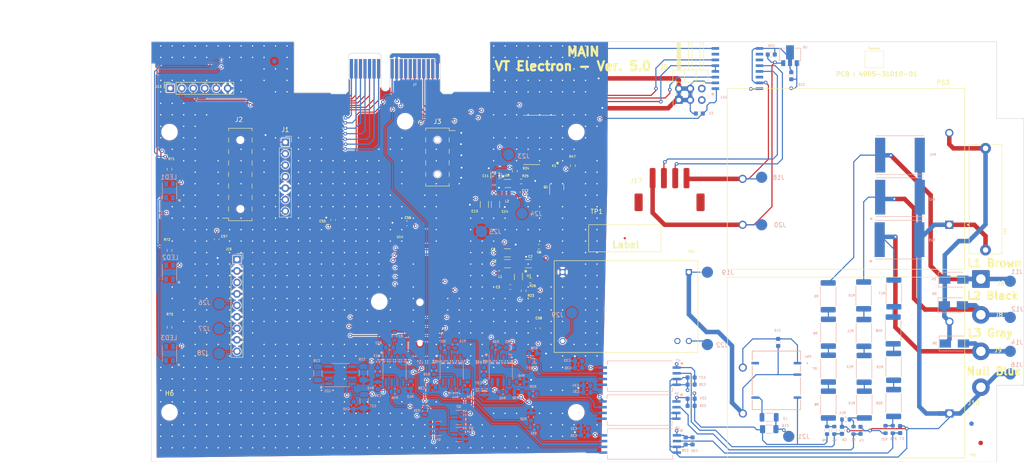
<source format=kicad_pcb>
(kicad_pcb (version 20240108) (generator "pcbnew") (generator_version "8.0")
  (layers (0 "F.Cu" signal) (1 "In1.Cu" signal) (2 "In2.Cu" signal) (31 "B.Cu" signal) (34 "B.Paste" user) (35 "F.Paste" user) (36 "B.SilkS" user "B.Silkscreen") (37 "F.SilkS" user "F.Silkscreen") (38 "B.Mask" user) (39 "F.Mask" user) (44 "Edge.Cuts" user))
  (net 0 "")
  (net 1 "GND")
  (net 2 "/SDAT7")
  (net 3 "+3V3")
  (net 4 "/uDTR")
  (net 5 "/uDCD")
  (net 6 "/uPWRKEY")
  (net 7 "/Alim")
  (net 8 "/uStatus")
  (net 9 "/RxD")
  (net 10 "/TxD")
  (net 11 "/SYN")
  (net 12 "/SCL")
  (net 13 "/SDAT2")
  (net 14 "/SCS")
  (net 15 "/SDAT3")
  (net 16 "/SDAT4")
  (net 17 "/SDAT5")
  (net 18 "/SDAT6")
  (net 19 "/UCC")
  (net 20 "/UR")
  (net 21 "/US")
  (net 22 "/UT")
  (net 23 "/UR+")
  (net 24 "/US+")
  (net 25 "Net-(R5-Pad2)")
  (net 26 "Net-(R6-Pad2)")
  (net 27 "Net-(R7-Pad2)")
  (net 28 "Net-(R10-Pad2)")
  (net 29 "Net-(R11-Pad2)")
  (net 30 "Net-(R12-Pad2)")
  (net 31 "Net-(R17-Pad2)")
  (net 32 "Net-(R18-Pad2)")
  (net 33 "Net-(R19-Pad2)")
  (net 34 "Net-(U1-BST)")
  (net 35 "/RS485_RxD")
  (net 36 "/IRQ2")
  (net 37 "/READY")
  (net 38 "/SCLK")
  (net 39 "/MISO")
  (net 40 "/MOSI")
  (net 41 "/SS")
  (net 42 "/RS485_TxD")
  (net 43 "/RS485_DE")
  (net 44 "/BT_RxD")
  (net 45 "/BT_TxD")
  (net 46 "/LED3")
  (net 47 "/LED2")
  (net 48 "/LED1")
  (net 49 "Net-(U1-SW)")
  (net 50 "Net-(U11-VCC2)")
  (net 51 "/UT+")
  (net 52 "/ADE_Reset")
  (net 53 "/Enable")
  (net 54 "/BT_RTS")
  (net 55 "/BT_CTS")
  (net 56 "GNDS")
  (net 57 "/InfoV")
  (net 58 "/+5V")
  (net 59 "/US_Iso")
  (net 60 "/UR_Iso")
  (net 61 "/UT_Iso")
  (net 62 "Net-(U8-SW)")
  (net 63 "/VGSM")
  (net 64 "Net-(R1-Pad1)")
  (net 65 "Net-(R4-Pad1)")
  (net 66 "Net-(R16-Pad1)")
  (net 67 "/+3V67")
  (net 68 "Net-(U8-BST)")
  (net 69 "Net-(J1-Pin_4)")
  (net 72 "/L1")
  (net 73 "/L2")
  (net 74 "/L3")
  (net 75 "Net-(J1-Pin_2)")
  (net 76 "/U12V_Iso")
  (net 77 "GND1")
  (net 78 "/U5V_Iso")
  (net 79 "/IRQ1")
  (net 80 "/iUR-")
  (net 81 "/iUR+")
  (net 82 "/iUS+")
  (net 83 "/iUS-")
  (net 84 "/iUT+")
  (net 85 "/iUT-")
  (net 86 "Earth")
  (net 87 "Net-(J1-Pin_6)")
  (net 88 "/Vopto")
  (net 89 "/+3V3_UC")
  (net 90 "Net-(LED1-Pad4)")
  (net 91 "Net-(LED2-Pad4)")
  (net 92 "Net-(LED3-Pad4)")
  (net 93 "Net-(J1-Pin_7)")
  (net 94 "Net-(J1-Pin_3)")
  (net 95 "Net-(J1-Pin_1)")
  (net 98 "/-3V3")
  (net 99 "Net-(Q1-C)")
  (net 100 "Net-(PS4-+VOUT)")
  (net 102 "Net-(K1-Pad1)")
  (net 104 "Net-(U13A--)")
  (net 105 "Net-(U3A--)")
  (net 106 "/C+")
  (net 107 "/C-")
  (net 108 "Net-(U12A--)")
  (net 109 "Net-(U1-FB)")
  (net 112 "Net-(U8-FB)")
  (net 115 "Net-(U7-OUTP)")
  (net 118 "Net-(U4-OUTP)")
  (net 119 "Net-(U6-OUTP)")
  (net 120 "Net-(U12B-+)")
  (net 121 "Net-(U12B--)")
  (net 122 "Net-(U3B-+)")
  (net 123 "Net-(U3B--)")
  (net 124 "/B-")
  (net 125 "/A+")
  (net 126 "Net-(U13B-+)")
  (net 127 "Net-(U13B--)")
  (footprint "Capacitor_SMD:C_0603_1608Metric" (layer "F.Cu") (at 56.525 24.2 180)
    (property "Reference" "C56")
    (property "Value" "100n" (hide yes))
  )
  (footprint "Capacitor_SMD:C_1206_3216Metric" (layer "F.Cu") (at 83.4408 33.1216 180)
    (property "Reference" "C2")
    (property "Value" "10uF/16V" (hide yes))
  )
  (footprint "MountingHole:MountingHole_3.2mm_M3" (layer "F.Cu") (at -33.25 10.66)
    (property "Reference" "H1" (hide yes))
    (property "Value" "MountingHole" (hide yes))
  )
  (footprint "Capacitor_SMD:C_0603_1608Metric" (layer "F.Cu") (at 85.5 47.4 90)
    (property "Reference" "C58")
    (property "Value" "100n")
  )
  (footprint "Connector_JST:A2501-SR04-XH4AWB" (layer "F.Cu") (at 114.6302 17.0382)
    (property "Reference" "J17")
    (property "Value" "2501-SR04-XH4AWB" (hide yes))
  )
  (footprint "Connector_PinSocket_2.54mm:PinSocket_2x08_P2.54mm_Vertical_SMD_MOD" (layer "F.Cu") (at 19.675 13.385 180)
    (property "Reference" "J2")
    (property "Value" "Conn_02x08_Counter_Clockwise" (hide yes))
  )
  (footprint "Capacitor_SMD:C_1206_3216Metric" (layer "F.Cu") (at 73.66445 20 -90)
    (property "Reference" "C13")
    (property "Value" "22uF/6,3V" (hide yes))
  )
  (footprint "Connector_PinHeader_2.54mm:PinHeader_2x03_P2.54mm_Horizontal" (layer "F.Cu") (at 116.68 -3.085 90)
    (property "Reference" "J5")
    (property "Value" "DS1022-2*10RF11x3" (hide yes))
  )
  (footprint "Resistor_SMD:R_0603_1608Metric" (layer "F.Cu") (at 93.218 11.43 -90)
    (property "Reference" "R47")
    (property "Value" "47")
  )
  (footprint "Capacitor_SMD:C_1206_3216Metric" (layer "F.Cu") (at 78.7408 33.1216)
    (property "Reference" "C9")
    (property "Value" "22uF/6,3V" (hide yes))
  )
  (footprint "Connector_PinSocket_2.54mm:PinSocket_2x05_P2.54mm_Vertical_SMD" (layer "F.Cu") (at 63.275 9.525)
    (property "Reference" "J3")
    (property "Value" "Conn_02x05_Counter_Clockwise")
  )
  (footprint "Inductanta744:744383130033" (layer "F.Cu") (at 78.55 17.725)
    (property "Reference" "L2")
    (property "Value" "744383130033" (hide yes))
  )
  (footprint "Capacitor_SMD:C_0603_1608Metric" (layer "F.Cu") (at 40.2 23.425 90)
    (property "Reference" "C55")
    (property "Value" "100n")
  )
  (footprint "Capacitor_SMD:C_1206_3216Metric" (layer "F.Cu") (at 78.7408 30.7216)
    (property "Reference" "C8")
    (property "Value" "22uF/6,3V" (hide yes))
  )
  (footprint "MountingHole:MountingHole_3.2mm_M3" (layer "F.Cu") (at 56.125 1.61)
    (property "Reference" "H9" (hide yes))
    (property "Value" "MountingHole" (hide yes))
  )
  (footprint "Relay_SMD:Relay_Fujitsu_FTR-B4GA003" (layer "F.Cu") (at 85.9028 5.7404 180)
    (property "Reference" "K1")
    (property "Value" "FTR-B4GA003Z-B05")
  )
  (footprint "Inductanta744:744383130033" (layer "F.Cu") (at 78.7408 35.7216 -90)
    (property "Reference" "L1")
    (property "Value" "744383130033" (hide yes))
  )
  (footprint "MountingHole:MountingHole_3.2mm_M3" (layer "F.Cu") (at -16.8 19)
    (property "Reference" "H4" (hide yes))
    (property "Value" "MountingHole" (hide yes))
  )
  (footprint "MountingHole:MountingHole_3.2mm_M3" (layer "F.Cu") (at 4 66)
    (property "Reference" "H6")
    (property "Value" "MountingHole")
  )
  (footprint "Capacitor_THT:C_Rect_L24.0mm_W7.0mm_P22.50mm_MKT" (layer "F.Cu") (at 184.531 7.5968 -90)
    (property "Reference" "C52")
    (property "Value" "F862DI224K310ZLH0J")
  )
  (footprint "Fiducial:Fiducial_1mm_Mask2mm" (layer "F.Cu") (at 183.4642 72.771)
    (property "Reference" "FID3" (hide yes))
    (property "Value" "Fiducial" (hide yes))
  )
  (footprint "Fiducial:Fiducial_1mm_Mask2mm" (layer "F.Cu") (at 28.1178 -6.7564)
    (property "Reference" "FID4" (hide yes))
    (property "Value" "Fiducial" (hide yes))
  )
  (footprint "Resistor_SMD:R_0603_1608Metric" (layer "F.Cu") (at 80.38945 12.625 90)
    (property "Reference" "R24")
    (property "Value" "4k7")
  )
  (footprint "Package_TO_SOT_SMD:SOT-563" (layer "F.Cu") (at 81.1908 36.0716 -90)
    (property "Reference" "U1")
    (property "Value" "AP62250Z6" (hide yes))
  )
  (footprint "Connector_PCBEdge:BUS_PCIexpress_x1" (layer "F.Cu") (at 63.25 -10 180)
    (property "Reference" "J7")
    (property "Value" "Bus_PCI_Express_x1_MOD")
    (fp_line (start 19.65 2.95) (end 19.15 3.45) (stroke (width 0.1)) (layer "Edge.Cuts"))
    (fp_line (start 19.65 -4.95) (end 19.65 2.95) (stroke (width 0.1)) (layer "Edge.Cuts"))
    (fp_line (start 12.95 3.45) (end 19.15 3.45) (stroke (width 0.1)) (layer "Edge.Cuts"))
    (fp_line (start 12.45 2.95) (end 12.95 3.45) (stroke (width 0.1)) (layer "Edge.Cuts"))
    (fp_line (start 12.45 -4) (end 12.45 2.95) (stroke (width 0.1)) (layer "Edge.Cuts"))
    (fp_line (start 10.55 2.95) (end 10.05 3.45) (stroke (width 0.1)) (layer "Edge.Cuts"))
    (fp_line (start 10.55 -4) (end 10.55 2.95) (stroke (width 0.1)) (layer "Edge.Cuts"))
    (fp_line (start -0.15 3.45) (end 10.05 3.45) (stroke (width 0.1)) (layer "Edge.Cuts"))
    (fp_line (start -0.65 2.95) (end -0.15 3.45) (stroke (width 0.1)) (layer "Edge.Cuts"))
    (fp_line (start -0.65 -4.95) (end -0.65 2.95) (stroke (width 0.1)) (layer "Edge.Cuts"))
    (fp_arc (start 10.55 -4) (mid 11.5 -4.95) (end 12.45 -4) (stroke (width 0.1)) (layer "Edge.Cuts"))
  )
  (footprint "Capacitor_SMD:C_0603_1608Metric" (layer "F.Cu") (at 14.45 27.725 -90)
    (property "Reference" "C57")
    (property "Value" "100n")
  )
  (footprint "Resistor_SMD:R_0603_1608Metric" (layer "F.Cu") (at 4 12.2 90)
    (property "Reference" "R71")
    (property "Value" "220")
  )
  (footprint "Capacitor_SMD:C_1206_3216Metric" (layer "F.Cu") (at 76.11445 20 -90)
    (property "Reference" "C14")
    (property "Value" "22uF/6,3V" (hide yes))
  )
  (footprint "Connector_Wire:DELTA_R_SolderWire-1.5sqmm_1x01_D1.7mm_OD3.9mm" (layer "F.Cu") (at 183.5 44.5)
    (property "Reference" "J8")
    (property "Value" "Conn_01x01_Female" (hide yes))
  )
  (footprint "Resistor_SMD:R_0603_1608Metric" (layer "F.Cu") (at 4 30.2 90)
    (property "Reference" "R72")
    (property "Value" "220")
  )
  (footprint "Resistor_SMD:R_0603_1608Metric" (layer "F.Cu") (at 82.3408 39.0966 -90)
    (property "Reference" "R23")
    (property "Value" "4k7")
  )
  (footprint "Package_TO_SOT_SMD:SOT-563" (layer "F.Cu") (at 78.86445 15.375)
    (property "Reference" "U8")
    (property "Value" "AP62250Z6" (hide yes))
  )
  (footprint "Capacitor_SMD:C_0603_1608Metric" (layer "F.Cu") (at 79.3908 38.2716)
    (property "Reference" "C3")
    (property "Value" "100n" (hide yes))
  )
  (footprint "THM 10-0511:CONV_THM_10-0511" (layer "F.Cu") (at 105 42.6 180)
    (property "Reference" "PS2")
    (property "Value" "THM_10-0511")
  )
  (footprint "Connector_PinSocket_2.54mm:PinSocket_1x06_P2.54mm_Vertical" (layer "F.Cu") (at 4.175 -5.6896 90)
    (property "Reference" "J13")
    (property "Value" "Conn_01x06_Female" (hide yes))
  )
  (footprint "RAC15:CONV_RAC15-12SK_480" (layer "F.Cu") (at 153.6875 56.1 180)
    (property "Reference" "PS1")
    (property "Value" "RAC15-05SK/480")
  )
  (footprint "MountingHole:MountingHole_3.2mm_M3" (layer "F.Cu") (at 94 4)
    (property "Reference" "H3" (hide yes))
    (property "Value" "MountingHole")
  )
  (footprint "Resistor_SMD:R_0603_1608Metric" (layer "F.Cu") (at 81.78945 14.925 180)
    (property "Reference" "R25")
    (property "Value" "1k3")
  )
  (footprint "RAC15:CONV_RAC15-12SK_480" (layer "F.Cu") (at 153.645 14.35 180)
    (property "Reference" "PS3")
    (property "Value" "RAC15-05SK/480" (hide yes))
  )
  (footprint "Capacitor_SMD:C_0603_1608Metric" (layer "F.Cu") (at 81.06445 17.275 90)
    (property "Reference" "C12")
    (property "Value" "100n")
  )
  (footprint "Connector_Wire:DELTA_R_SolderWire-1.5sqmm_1x01_D1.7mm_OD3.9mm" (layer "F.Cu") (at 183.5 52.5)
    (property "Reference" "J9")
    (property "Value" "Conn_01x01_Female" (hide yes))
  )
  (footprint "Package_TO_SOT_SMD:SOT-23" (layer "F.Cu") (at 89.67 16.15 90)
    (property "Reference" "Q1")
    (property "Value" "DTC143T" (hide yes))
  )
  (footprint "Connector_Wire:DELTA_SolderWire-1.5sqmm_1x01_D1.7mm_OD3.9mm" (layer "F.Cu") (at 183.5 36.5)
    (property "Reference" "J6")
    (property "Value" "Conn_01x01_Female" (hide yes))
  )
  (footprint "Capacitor_SMD:C_0603_1608Metric" (layer "F.Cu") (at 85.72625 29.3366 180)
    (property "Reference" "C5")
    (property "Value" "100n")
  )
  (footprint "MountingHole:MountingHole_3.2mm_M3" (layer "F.Cu") (at -22.5937 28.3981)
    (property "Reference" "H5" (hide yes))
    (property "Value" "MountingHole" (hide yes))
  )
  (footprint "MountingHole:MountingHole_3.2mm_M3" (layer "F.Cu") (at 184 4)
    (property "Reference" "H2" (hide yes))
    (property "Value" "MountingHole")
  )
  (footprint "Resistor_SMD:R_0603_1608Metric" (layer "F.Cu") (at 83.8408 36.8216 180)
    (property "Reference" "R26")
    (property "Value" "1k5" (hide yes))
  )
  (footprint "MountingHole:MountingHole_3.2mm_M3" (layer "F.Cu") (at 50.4114 41.5036)
    (property "Reference" "H11" (hide yes))
    (property "Value" "MountingHole" (hide yes))
  )
  (footprint "Resistor_SMD:R_0603_1608Metric" (layer "F.Cu") (at 4 47.2 90)
    (property "Reference" "R73")
    (property "Value" "220")
  )
  (footprint "Connector_Wire:DELTA_R_SolderWire-1.5sqmm_1x01_D1.7mm_OD3.9mm" (layer "F.Cu") (at 183.5 60.5)
    (property "Reference" "J10")
    (property "Value" "Conn_01x01_Female" (hide yes))
  )
  (footprint "Symbol:Eticheta" (layer "F.Cu") (at 104.7242 27.4828)
    (property "Reference" "TP1")
    (property "Value" "Eticheta" (hide yes))
  )
  (footprint "Connector_PinSocket_2.54mm:PinSocket_1x09_P2.54mm_Vertical" (layer "F.Cu") (at 18.925 32.18)
    (property "Reference" "J15")
    (property "Value" "DS1002-03-1*36131(9)")
  )
  (footprint "PCI_SMD_MOD:10061913-100CLF" (layer "F.Cu") (at 59.4 41.65 -90)
    (property "Reference" "U14")
    (property "Value" "10061913-100CLF")
  )
  (footprint "Connector_PinSocket_2.54mm:PinSocket_1x07_P2.54mm_Vertical" (layer "F.Cu") (at 29.616 6.243)
    (property "Reference" "J1")
    (property "Value" "Conn_01x07_Female")
  )
  (footprint "Capacitor_SMD:C_1206_3216Metric" (layer "F.Cu") (at 75.98945 13.55 90)
    (property "Reference" "C11")
    (property "Value" "10uF/16V")
  )
  (footprint "Resistor_SMD:R_0603_1608Metric" (layer "B.Cu") (at 151.07 69.9825 -90)
    (property "Reference" "R4")
    (property "Value" "10")
  )
  (footprint "MOVS4032V510:MOVS4032V460" (layer "B.Cu") (at 165.5 27.8)
    (property "Reference" "RV3")
    (property "Value" "MOVS4032V510" (hide yes))
  )
  (footprint "Resistor_SMD:R_0603_1608Metric" (layer "B.Cu") (at 77.7525 61.4625)
    (property "Reference" "R45")
    (property "Value" "15k")
  )
  (footprint "Inductor_SMD:L_1206_3216Metric" (layer "B.Cu") (at 136.652 67.1068)
    (property "Reference" "L3")
    (property "Value" "CBC3225T220MR")
  )
  (footprint "Resistor_SMD:R_2512_6332Metric" (layer "B.Cu") (at 149.72 40.3325 -90)
    (property "Reference" "R5")
    (property "Value" "249k")
  )
  (footprint "Resistor_SMD:R_2512_6332Metric" (layer "B.Cu") (at 164.2 63.9375 -90)
    (property "Reference" "R20")
    (property "Value" "249k")
  )
  (footprint "Capacitor_SMD:C_0603_1608Metric" (layer "B.Cu") (at 121.2088 -0.1016 180)
    (property "Reference" "C1")
    (property "Value" "100n")
  )
  (footprint "Resistor_SMD:R_0603_1608Metric" (layer "B.Cu") (at 83.9775 66.9625 -90)
    (property "Reference" "R32")
    (property "Value" "3k")
  )
  (footprint "Resistor_SMD:R_2512_6332Metric" (layer "B.Cu") (at 157.72 64.2825 -90)
    (property "Reference" "R13")
    (property "Value" "249k")
  )
  (footprint "Resistor_SMD:R_0603_1608Metric" (layer "B.Cu") (at 69.9825 60.1225 -90)
    (property "Reference" "R38")
    (property "Value" "3k")
  )
  (footprint "Capacitor_SMD:C_0603_1608Metric" (layer "B.Cu") (at 119.7102 72.3392 -90)
    (property "Reference" "C30")
    (property "Value" "1uF" (hide yes))
  )
  (footprint "Capacitor_SMD:C_0603_1608Metric" (layer "B.Cu") (at 119.4054 64.5668)
    (property "Reference" "C26")
    (property "Value" "1uF" (hide yes))
  )
  (footprint "Capacitor_SMD:C_1206_3216Metric" (layer "B.Cu") (at 36.8125 57.3725 90)
    (property "Reference" "C18")
    (property "Value" "10u")
  )
  (footprint "Package_SO:SO-8_3.9x4.9mm_P1.27mm" (layer "B.Cu") (at 77.286054 56.7225 -90)
    (property "Reference" "U3")
    (property "Value" "LM358")
  )
  (footprint "Capacitor_SMD:C_1206_3216Metric" (layer "B.Cu") (at 46.9125 57.3625 90)
    (property "Reference" "C19")
    (property "Value" "10u")
  )
  (footprint "TestPoint:TestPoint_Pad_2.5x2.5mm_Delta" (layer "B.Cu") (at 123 51 180)
    (property "Reference" "J22")
    (property "Value" "Conn_01x01_Female" (hide yes))
  )
  (footprint "Capacitor_SMD:C_0603_1608Metric" (layer "B.Cu") (at 156.87 69.9825 90)
    (property "Reference" "C4")
    (property "Value" "1n")
  )
  (footprint "Resistor_SMD:R_2512_6332Metric" (layer "B.Cu") (at 149.77 56.3325 -90)
    (property "Reference" "R7")
    (property "Value" "249k")
  )
  (footprint "TestPoint:TestPoint_Pad_2.5x2.5mm_Delta" (layer "B.Cu") (at 190 57.5 180)
    (property "Reference" "J16")
    (property "Value" "Conn_01x01_Female" (hide yes))
  )
  (footprint "LedSMD_Cree:CLM2D-GPC-CB0E0793" (layer "B.Cu") (at 4 17 90)
    (property "Reference" "LED1")
    (property "Value" "CLM2D-GPC-CB0E0793" (hide yes))
  )
  (footprint "Resistor_SMD:R_0603_1608Metric" (layer "B.Cu") (at 64.8525 51.7125)
    (property "Reference" "R37")
    (property "Value" "3k")
  )
  (footprint "TestPoint:TestPoint_Pad_2.5x2.5mm_Delta" (layer "B.Cu") (at 73 26 180)
    (property "Reference" "J25")
    (property "Value" "Conn_01x01_Female" (hide yes))
  )
  (footprint "Fiducial:Fiducial_1mm_Mask2mm" (layer "B.Cu") (at 27.2034 -11.684 180)
    (property "Reference" "FID1" (hide yes))
    (property "Value" "Fiducial" (hide yes))
  )
  (footprint "Capacitor_SMD:C_0603_1608Metric" (layer "B.Cu") (at 73.66 61.341 -90)
    (property "Reference" "C37")
    (property "Value" "100n" (hide yes))
  )
  (footprint "MOVS4032V510:MOVS4032V460" (layer "B.Cu") (at 165.6 9.1)
    (property "Reference" "RV1")
    (property "Value" "MOVS4032V510" (hide yes))
  )
  (footprint "TestPoint:TestPoint_Pad_2.5x2.5mm_Delta" (layer "B.Cu") (at 190 37 180)
    (property "Reference" "J11")
    (property "Value" "Conn_01x01_Female" (hide yes))
  )
  (footprint "TestPoint:TestPoint_Pad_2.5x2.5mm_Delta" (layer "B.Cu") (at 123 35 180)
    (property "Reference" "J19")
    (property "Value" "Conn_01x01_Female" (hide yes))
  )
  (footprint "Capacitor_SMD:C_0603_1608Metric" (layer "B.Cu") (at 96.3422 61.6204 180)
    (property "Reference" "C31")
    (property "Value" "100n" (hide yes))
  )
  (footprint "Package_TO_SOT_SMD:SOT-23" (layer "B.Cu") (at 67.9704 70.9168 180)
    (property "Reference" "Q3")
    (property "Value" "DTC143E" (hide yes))
  )
  (footprint "Resistor_SMD:R_0603_1608Metric" (layer "B.Cu") (at 84.4225 54.6325)
    (property "Reference" "R27")
    (property "Value" "3k")
  )
  (footprint "Resistor_SMD:R_2512_6332Metric" (layer "B.Cu") (at 149.77 48.3825 -90)
    (property "Reference" "R6")
    (property "Value" "249k")
  )
  (footprint "Resistor_SMD:R_0603_1608Metric" (layer "B.Cu") (at 57.4025 59.9125 -90)
    (property "Reference" "R42")
    (property "Value" "3k")
  )
  (footprint "TestPoint:TestPoint_Pad_2.5x2.5mm_Delta" (layer "B.Cu") (at 15 42 180)
    (property "Reference" "J26")
    (property "Value" "Conn_01x01_Female" (hide yes))
  )
  (footprint "Resistor_SMD:R_0603_1608Metric" (layer "B.Cu") (at 50.0325 56.9525 90)
    (property "Reference" "R43")
    (property "Value" "3k")
  )
  (footprint "AMC1400:AMC1400QDWLRQ1" (layer "B.Cu") (at 108 65.5 180)
    (property "Reference" "U4")
    (property "Value" "AMC1400QDWLRQ1" (hide yes))
  )
  (footprint "TestPoint:TestPoint_Pad_2.5x2.5mm_Delta" (layer "B.Cu") (at 79 9 180)
    (property "Reference" "J23")
    (property "Value" "Conn_01x01_Female" (hide yes))
  )
  (footprint "TestPoint:TestPoint_Pad_2.5x2.5mm_Delta" (layer "B.Cu") (at 15 47.5 180)
    (property "Reference" "J27")
    (property "Value" "Conn_01x01_Female" (hide yes))
  )
  (footprint "TestPoint:TestPoint_Pad_2.5x2.5mm_Delta" (layer "B.Cu") (at 140.9954 71.3232 180)
    (property "Reference" "J21")
    (property "Value" "Conn_01x01_Female" (hide yes))
  )
  (footprint "Resistor_SMD:R_0603_1608Metric" (layer "B.Cu") (at 81.1275 61.4875)
    (property "Reference" "R30")
    (property "Value" "3k")
  )
  (footprint "TestPoint:TestPoint_Pad_2.5x2.5mm_Delta" (layer "B.Cu") (at 135 24.5 180)
    (property "Reference" "J20")
    (property "Value" "Conn_01x01_Female" (hide yes))
  )
  (footprint "Capacitor_SMD:C_0603_1608Metric" (layer "B.Cu") (at 44.7294 64.4528 -90)
    (property "Reference" "C40")
    (property "Value" "100n" (hide yes))
  )
  (footprint "Capacitor_SMD:C_0603_1608Metric" (layer "B.Cu") (at 119.4054 62.992)
    (property "Reference" "C24")
    (property "Value" "100n" (hide yes))
  )
  (footprint "Package_TO_SOT_SMD:SOT-23" (layer "B.Cu") (at 67.9958 67.1322 180)
    (property "Reference" "Q2")
    (property "Value" "DTC143E" (hide yes))
  )
  (footprint "Resistor_SMD:R_0603_1608Metric" (layer "B.Cu") (at 84.6725 69.2825)
    (property "Reference" "R31")
    (property "Value" "3k")
  )
  (footprint "Capacitor_SMD:C_0603_1608Metric" (layer "B.Cu") (at 95.7834 69.5452 180)
    (property "Reference" "C32")
    (property "Value" "100n" (hide yes))
  )
  (footprint "Package_TO_SOT_SMD:SOT-23" (layer "B.Cu") (at 63.5254 69.596)
    (property "Reference" "Q4")
    (property "Value" "DTC143E" (hide yes))
  )
  (footprint "LedSMD_Cree:CLM2D-GPC-CB0E0793" (layer "B.Cu") (at 4 35 90)
    (property "Reference" "LED2")
    (property "Value" "CLM2D-GPC-CB0E0793" (hide yes))
  )
  (footprint "Capacitor_SMD:C_0603_1608Metric" (layer "B.Cu") (at 94.4756 56.1848 180)
    (property "Reference" "C36")
    (property "Value" "1uF" (hide yes))
  )
  (footprint "AMC1400:AMC1400QDWLRQ1" (layer "B.Cu") (at 108.1 73 180)
    (property "Reference" "U6")
    (property "Value" "AMC1400QDWLRQ1" (hide yes))
  )
  (footprint "TestPoint:TestPoint_Pad_2.5x2.5mm_Delta" (layer "B.Cu") (at 93 44 180)
    (property "Reference" "J29")
    (property "Value" "Conn_01x01_Female" (hide yes))
  )
  (footprint "Capacitor_SMD:C_1206_3216Metric" (layer "B.Cu") (at 47.0525 63.5625 90)
    (property "Reference" "C17")
    (property "Value" "10u")
  )
  (footprint "Resistor_SMD:R_2512_6332Metric" (layer "B.Cu") (at 157.67 56.3825 -90)
    (property "Reference" "R12")
    (property "Value" "249k")
  )
  (footprint "Resistor_SMD:R_0603_1608Metric" (layer "B.Cu") (at 79.2575 51.6925)
    (property "Reference" "R3")
    (property "Value" "3k")
  )
  (footprint "Capacitor_SMD:C_0603_1608Metric" (layer "B.Cu") (at 165.64 69.8075 90)
    (property "Reference" "C7")
    (property "Value" "1n")
  )
  (footprint "MOVS4032V510:MOVS4032V460" (layer "B.Cu") (at 165.6 18.4)
    (property "Reference" "RV2")
    (property "Value" "MOVS4032V510" (hide yes))
  )
  (footprint "Resistor_SMD:R_0603_1608Metric" (layer "B.Cu") (at 153.595 67.5825 180)
    (property "Reference" "R14")
    (property "Value" "150")
  )
  (footprint "Capacitor_SMD:C_0603_1608Metric" (layer "B.Cu") (at 137.1346 -13.1572)
    (property "Reference" "C25")
    (property "Value" "100n")
  )
  (footprint "Diode_SMD:D_SMA" (layer "B.Cu") (at 177.6476 50.7746)
    (property "Reference" "D6")
    (property "Value" "BYG21M-E3/TR")
  )
  (footprint "ISO1410:DW0016B_HV" (layer "B.Cu") (at 129.64 -10.06)
    (property "Reference" "U11")
    (property "Value" "ISO1410BDWR")
  )
  (footprint "Capacitor_SMD:C_0603_1608Metric" (layer "B.Cu") (at 119.4054 58.293 180)
    (property "Reference" "C27")
    (property "Value" "100n" (hide yes))
  )
  (footprint "Resistor_SMD:R_2512_6332Metric" (layer "B.Cu") (at 157.62 48.4325 -90)
    (property "Reference" "R11")
    (property "Value" "249k")
  )
  (footprint "AMC1400:AMC1400QDWLRQ1" (layer "B.Cu") (at 108.05 58 180)
    (property "Reference" "U7")
    (property "Value" "AMC1400QDWLRQ1" (hide yes))
  )
  (footprint "Fiducial:Fiducial_1mm_Mask2mm" (layer "B.Cu") (at 181.4322 68.5038 180)
    (property "Reference" "FID2" (hide yes))
    (property "Value" "Fiducial" (hide yes))
  )
  (footprint "Diode_SMD:D_SMA" (layer "B.Cu") (at 177.419 42.3164)
    (property "Reference" "D5")
    (property "Value" "BYG21M-E3/TR")
  )
  (footprint "Resistor_SMD:R_2512_6332Metric" (layer "B.Cu") (at 164.2 55.9375 -90)
    (property "Reference" "R19")
    (property "Value" "249k")
  )
  (footprint "Capacitor_SMD:C_0603_1608Metric" (layer "B.Cu") (at 62.0776 60.5282 180)
    (property "Reference" "C38")
    (property "Value" "100n" (hide yes))
  )
  (footprint "TestPoint:TestPoint_Pad_2.5x2.5mm_Delta" (layer "B.Cu") (at 190 45 180)
    (property "Reference" "J12")
    (property "Value" "Conn_01x01_Female" (hide yes))
  )
  (footprint "Capacitor_SMD:C_0603_1608Metric" (layer "B.Cu") (at 96.3422 60.071 180)
    (property "Reference" "C34")
    (property "Value" "1uF" (hide yes))
  )
  (footprint "Resistor_SMD:R_0603_1608Metric" (layer "B.Cu") (at 53.8525 61.3525)
    (property "Reference" "R46")
    (property "Value" "15k")
  )
  (footprint "Resistor_SMD:R_0603_1608Metric" (layer "B.Cu") (at 60.5275 65.6875 -90)
    (property "Reference" "R35")
    (property "Value" "1k")
  )
  (footprint "Diode_SMD:D_SMA" (layer "B.Cu") (at 177.5206 36.6522)
    (property "Reference" "D4")
    (property "Value" "BYG21M-E3/TR")
  )
  (footprint "Resistor_SMD:R_2512_6332Metric" (layer "B.Cu") (at 149.77 64.2825 -90)
    (property "Reference" "R8")
    (property "Value" "249k")
  )
  (footprint "Resistor_SMD:R_0603_1608Metric" (layer "B.Cu") (at 73.5425 56.9825 90)
    (property "Reference" "R41")
    (property "Value" "3k")
  )
  (footprint "Resistor_SMD:R_0603_1608Metric" (layer "B.Cu") (at 62.4925 56.7675 90)
    (property "Reference" "R39")
    (property "Value" "3k")
  )
  (footprint "Resistor_SMD:R_0603_1608Metric" (layer "B.Cu") (at 76.1925 51.6725)
    (property "Reference" "R36")
    (property "Value" "3k")
  )
  (footprint "Resistor_SMD:R_0603_1608Metric" (layer "B.Cu") (at 84.4275 52.9875 180)
    (property "Reference" "R28")
    (property "Value" "3k")
  )
  (footprint "Resistor_SMD:R_2512_6332Metric" (layer "B.Cu") (at 157.57 40.1325 -90)
    (property "Reference" "R10")
    (property "Value" "249k")
  )
  (footprint "Capacitor_SMD:C_0603_1608Metric" (layer "B.Cu") (at 138.6586 50.5336 90)
    (property "Reference" "C15")
    (property "Value" "100n")
  )
  (footprint "Capacitor_SMD:C_0603_1608Metric" (layer "B.Cu") (at 94.488 54.61 180)
    (property "Reference" "C33")
    (property "Value" "100n" (hide yes))
  )
  (footprint "Package_SO:SO-8_3.9x4.9mm_P1.27mm" (layer "B.Cu") (at 41.8125 57.7625)
    (property "Reference" "U21")
    (property "Value" "LM2662MX")
  )
  (footprint "Resistor_SMD:R_0603_1608Metric" (layer "B.Cu") (at 149.47 69.9825 -90)
    (property "Reference" "R9")
    (property "Value" "150")
  )
  (footprint "Capacitor_SMD:C_0603_1608Metric" (layer "B.Cu") (at 141.5542 -8.4582 90)
    (property "Reference" "C10")
    (property "Value" "100n")
  )
  (footprint "Capacitor_SMD:C_0603_1608Metric" (layer "B.Cu") (at 118.1862 72.3392 -90)
    (property "Reference" "C29")
    (property "Value" "100n" (hide yes))
  )
  (footprint "Resistor_SMD:R_0603_1608Metric" (layer "B.Cu") (at 162.4 69.7875 -90)
    (property "Reference" "R21")
    (property "Value" "150")
  )
  (footprint "TestPoint:TestPoint_Pad_2.5x2.5mm_Delta" (layer "B.Cu") (at 190 52.5 180)
    (property "Reference" "J14")
    (property "Value" "Conn_01x01_Female" (hide yes))
  )
  (footprint "Capacitor_SMD:C_0603_1608Metric" (layer "B.Cu") (at 119.4054 59.8678 180)
    (property "Reference" "C28")
    (property "Value" "1uF" (hide yes))
  )
  (footprint "Package_SO:SO-8_3.9x4.9mm_P1.27mm" (layer "B.Cu") (at 66.426054 56.7225 -90)
    (property "Reference" "U12")
    (property "Value" "LM358")
  )
  (footprint "Resistor_SMD:R_0603_1608Metric" (layer "B.Cu") (at 52.6825 51.6925)
    (property "Reference" "R22")
    (property "Value" "3k")
  )
  (footprint "Resistor_SMD:R_0603_1608Metric" (layer "B.Cu") (at 155.32 69.9825 -90)
    (property "Reference" "R1")
    (property "Value" "10")
  )
  (footprint "Resistor_SMD:R_0603_1608Metric" (layer "B.Cu") (at 81.6225 59.2425)
    (property "Reference" "R40")
    (property "Value" "3k")
  )
  (footprint "Capacitor_SMD:C_1206_3216Metric" (layer "B.Cu") (at 136.6774 69.723 180)
    (property "Reference" "C16")
    (property "Value" "10uF/16V")
  )
  (footprint "Package_SO:SO-8_3.9x4.9mm_P1.27mm" (layer "B.Cu") (at 53.786054 56.7225 -90)
    (property "Reference" "U13")
    (property "Value" "LM358")
  )
  (footprint "Resistor_SMD:R_2512_6332Metric" (layer "B.Cu") (at 164.25 39.6875 -90)
    (property "Reference" "R17")
    (property "Value" "249k")
  )
  (footprint "LedSMD_Cree:CLM2D-GPC-CB0E0793" (layer "B.Cu") (at 4 53 90)
    (property "Reference" "LED3")
    (property "Value" "CLM2D-GPC-CB0E0793" (hide yes))
  )
  (footprint "NXE2S0505MC-R7:NXE2_SINGLE_SURFACE_MUR" (layer "B.Cu") (at 138.2522 58.928 180)
    (property "Reference" "PS4")
    (property "Value" "NXE2S0505MC-R7")
  )
  (footprint "TestPoint:TestPoint_Pad_2.5x2.5mm_Delta" (layer "B.Cu") (at 135 14 180)
    (property "Reference" "J18")
    (property "Value" "Conn_01x01_Female" (hide yes))
  )
  (footprint "Capacitor_SMD:C_0603_1608Metric" (layer "B.Cu") (at 50.038 60.058 90)
    (property "Reference" "C39")
    (property "Value" "100n" (hide yes))
  )
  (footprint "Resistor_SMD:R_2512_6332Metric" (layer "B.Cu") (at 164.1 47.8875 -90)
    (property "Reference" "R18")
    (property "Value" "249k")
  )
  (footprint "Resistor_SMD:R_0603_1608Metric" (layer "B.Cu") (at 164 69.7875 -90)
    (property "Reference" "R16")
    (property "Value" "10")
  )
  (footprint "Resistor_SMD:R_0603_1608Metric" (layer "B.Cu") (at 67.2625 61.2425)
    (property "Reference" "R44")
    (property "Value" "15k")
  )
  (footprint "TestPoint:TestPoint_Pad_2.5x2.5mm_Delta" (layer "B.Cu") (at 15 53 180)
    (property "Reference" "J28")
    (property "Value" "Conn_01x01_Female" (hide yes))
  )
  (footprint "Resistor_SMD:R_0603_1608Metric" (layer "B.Cu") (at 67.1925 50.9775 90)
    (property "Reference" "R15")
    (property "Value" "3k")
  )
  (footprint "Resistor_SMD:R_0603_1608Metric" (layer "B.Cu") (at 84.4225 61.8325)
    (property "Reference" "R29")
    (property "Value" "3k")
  )
  (footprint "Capacitor_SMD:C_0603_1608Metric" (layer "B.Cu") (at 95.7834 71.0692 180)
    (property "Reference" "C35")
    (property "Value" "1uF" (hide yes))
  )
  (footprint "Capacitor_SMD:C_0603_1608Metric" (layer "B.Cu") (at 152.77 69.9825 90)
    (property "Reference" "C6")
    (property "Value" "1n")
  )
  (footprint "Resistor_SMD:R_0603_1608Metric" (layer "B.Cu") (at 53.7625 49.1775 90)
    (property "Reference" "R2")
    (property "Value" "3k")
  )
  (footprint "Package_TO_SOT_SMD:SOT-89-3" (layer "B.Cu") (at 141.2748 -12.9032 90)
    (property "Reference" "U5")
    (property "Value" "L78L05ACUTR" (hide yes))
  )
  (footprint "TestPoint:TestPoint_Pad_2.5x2.5mm_Delta" (layer "B.Cu") (at 82 22 180)
    (property "Reference" "J24")
    (property "Value" "Conn_01x01_Female" (hide yes))
  )
  (gr_rect (start 157.861 -13.8684) (end 161.9758 -10.2108) (stroke (width 0.1)) (fill none) (layer "F.SilkS"))
  (gr_line (start 63.9 -5.05) (end 64.52 -4.43) (stroke (width 0.1)) (layer "Edge.Cuts"))
  (gr_line (start 39.83 -4.43) (end 39.55 -4.71) (stroke (width 0.1)) (layer "Edge.Cuts"))
  (gr_line (start 31.55 -4.71) (end 31.55 -16) (stroke (width 0.1)) (layer "Edge.Cuts"))
  (gr_line (start 64.52 -4.43) (end 66.45 -4.43) (stroke (width 0.1)) (layer "Edge.Cuts"))
  (gr_line (start 187 77) (end 0 77) (stroke (width 0.1)) (layer "Edge.Cuts"))
  (gr_line (start 0 -16) (end 31.55 -16) (stroke (width 0.1)) (layer "Edge.Cuts"))
  (gr_line (start 74.92 -4.9) (end 74.92 -16) (stroke (width 0.1)) (layer "Edge.Cuts"))
  (gr_line (start 42.98 -4.43) (end 39.83 -4.43) (stroke (width 0.1)) (layer "Edge.Cuts"))
  (gr_line (start 74.92 -16) (end 187 -16) (stroke (width 0.1)) (layer "Edge.Cuts"))
  (gr_line (start 193 1) (end 193 60) (stroke (width 0.1)) (layer "Edge.Cuts"))
  (gr_line (start 0 -16) (end 0 0) (stroke (width 0.1)) (layer "Edge.Cuts"))
  (gr_line (start 0 77) (end 0 0) (stroke (width 0.1)) (layer "Edge.Cuts"))
  (gr_line (start 187 1) (end 187 -16) (stroke (width 0.1)) (layer "Edge.Cuts"))
  (gr_line (start 187 1) (end 193 1) (stroke (width 0.1)) (layer "Edge.Cuts"))
  (gr_line (start 66.45 -4.43) (end 66.92 -4.9) (stroke (width 0.1)) (layer "Edge.Cuts"))
  (gr_line (start 31.55 -4.71) (end 39.55 -4.71) (stroke (width 0.1)) (layer "Edge.Cuts"))
  (gr_line (start 43.6 -5.05) (end 42.98 -4.43) (stroke (width 0.1)) (layer "Edge.Cuts"))
  (gr_line (start 187 60) (end 193 60) (stroke (width 0.1)) (layer "Edge.Cuts"))
  (gr_line (start 66.92 -4.9) (end 74.92 -4.9) (stroke (width 0.1)) (layer "Edge.Cuts"))
  (gr_line (start 187 60) (end 187 77) (stroke (width 0.1)) (layer "Edge.Cuts"))
  (gr_text "*" (at 74.0664 53.594 0) (layer "B.SilkS") (effects (font (size 1 1) (thickness 0.2))))
  (gr_text "*" (at 63.1444 53.848 0) (layer "B.SilkS") (effects (font (size 1 1) (thickness 0.2))))
  (gr_text "*" (at 124.1806 -4.064 0) (layer "B.SilkS") (effects (font (size 1 1) (thickness 0.2))))
  (gr_text "*" (at 117.2718 70.358 0) (layer "B.SilkS") (effects (font (size 1 1) (thickness 0.2))))
  (gr_text "*" (at 6.1976 19.431 0) (layer "B.SilkS") (effects (font (size 1 1) (thickness 0.2))))
  (gr_text "*" (at 50.9524 53.1368 0) (layer "B.SilkS") (effects (font (size 1 1) (thickness 0.2))))
  (gr_text "*" (at 37.5666 60.7822 0) (layer "B.SilkS") (effects (font (size 1 1) (thickness 0.2))))
  (gr_text "*" (at 117.3734 55.499 0) (layer "B.SilkS") (effects (font (size 1 1) (thickness 0.2))))
  (gr_text "*" (at 6.0452 55.8038 0) (layer "B.SilkS") (effects (font (size 1 1) (thickness 0.2))))
  (gr_text "*" (at 117.2718 62.4332 0) (layer "B.SilkS") (effects (font (size 1 1) (thickness 0.2))))
  (gr_text "*" (at 6.0706 37.5412 0) (layer "B.SilkS") (effects (font (size 1 1) (thickness 0.2))))
  (gr_text "L2 Black\n\n" (at 186.1058 41.5544 0) (layer "F.SilkS") (effects (font (size 1.7 1.7) (thickness 0.4))))
  (gr_text "*" (at 77.8002 14.097 0) (layer "F.SilkS") (effects (font (size 1 1) (thickness 0.2))))
  (gr_text "Label" (at 104.9528 28.9306 0) (layer "F.SilkS") (effects (font (size 1.5 1.5) (thickness 0.3))))
  (gr_text "L3 Gray\n\n" (at 185.547 49.8094 0) (layer "F.SilkS") (effects (font (size 1.7 1.7) (thickness 0.4))))
  (gr_text "L1 Brown\n" (at 186.5122 32.9692 0) (layer "F.SilkS") (effects (font (size 1.7 1.7) (thickness 0.4))))
  (gr_text "Passed" (at 159.8168 -14.5034 0) (layer "F.SilkS") (effects (font (size 0.5 0.5) (thickness 0.1))))
  (gr_text "Null Blue\n" (at 186.3852 56.896 0) (layer "F.SilkS") (effects (font (size 1.7 1.7) (thickness 0.4))))
  (gr_text "PCB : 4905-31010-01" (at 160.4518 -8.8392 0) (layer "F.SilkS") (effects (font (size 1 1) (thickness 0.2))))
  (gr_text "*" (at 82.804 35.1028 0) (layer "F.SilkS") (effects (font (size 1 1) (thickness 0.2))))
  (gr_text "*" (at 89.8398 11.176 0) (layer "F.SilkS") (effects (font (size 1 1) (thickness 0.2))))
  (gr_text "   MAIN\nVT Electron - Ver. 5.0\n" (at 93.2434 -12.192 0) (layer "F.SilkS") (effects (font (size 2 2) (thickness 0.5))))
  (segment (start 25.425 4.475) (end 25.25 4.65) (width 0.25) (layer "F.Cu") (net 1))
  (segment (start 76.11445 21.475) (end 77.275 21.475) (width 0.4) (layer "F.Cu") (net 1))
  (segment (start 99.822 -1.27) (end 99.7458 -1.3462) (width 1) (layer "F.Cu") (net 1))
  (segment (start 65.795 12.06) (end 68.64 12.06) (width 0.25) (layer "F.Cu") (net 1))
  (segment (start 65.795 14.605) (end 68.02 14.605) (width 0.25) (layer "F.Cu") (net 1))
  (segment (start 80.6908 33.5966) (end 80.2158 33.1216) (width 0.25) (layer "F.Cu") (net 1))
  (segment (start 78.11445 15.875) (end 77.31445 15.875) (width 0.4) (layer "F.Cu") (net 1))
  (segment (start 65.795 6.98) (end 68.37 6.98) (width 0.25) (layer "F.Cu") (net 1))
  (segment (start 77.275 21.475) (end 78.175 20.575) (width 0.4) (layer "F.Cu") (net 1))
  (segment (start 71.85 21.475) (end 70.45 20.075) (width 0.4) (layer "F.Cu") (net 1))
  (segment (start 82.61445 14.925) (end 84.7954 14.925) (width 0.25) (layer "F.Cu") (net 1))
  (segment (start 80.2158 30.7216) (end 80.2158 33.1216) (width 0.25) (layer "F.Cu") (net 1))
  (segment (start 65.795 9.52) (end 68.18 9.52) (width 0.25) (layer "F.Cu") (net 1))
  (segment (start 80.6908 35.3216) (end 80.6908 33.5966) (width 0.25) (layer "F.Cu") (net 1))
  (segment (start 81.9658 33.1216) (end 80.9908 33.1216) (width 0.25) (layer "F.Cu") (net 1))
  (segment (start 53.475 24.2) (end 53.325 24.05) (width 0.25) (layer "F.Cu") (net 1))
  (segment (start 68.02 14.605) (end 68.525 14.1) (width 0.25) (layer "F.Cu") (net 1))
  (segment (start 65.795 4.44) (end 68.285 4.44) (width 0.25) (layer "F.Cu") (net 1))
  (segment (start 68.85 11.85) (end 68.65 11.85) (width 0.25) (layer "F.Cu") (net 1))
  (segment (start 84.7954 14.925) (end 84.9122 14.8082) (width 0.25) (layer "F.Cu") (net 1))
  (segment (start 80.6908 35.3216) (end 80.6908 33.4216) (width 0.25) (layer "F.Cu") (net 1))
  (segment (start 116.332 -7.874) (end 98.933 -7.874) (width 1) (layer "F.Cu") (net 1))
  (segment (start 14.45 31.675) (end 14.45 28.5) (width 0.25) (layer "F.Cu") (net 1))
  (segment (start 40.2 22.65) (end 38.95 22.65) (width 0.25) (layer "F.Cu") (net 1))
  (segment (start 68.6 6.75) (end 68.525 6.675) (width 0.25) (layer "F.Cu") (net 1))
  (segment (start 22.195 4.495) (end 25.405 4.495) (width 0.25) (layer "F.Cu") (net 1))
  (segment (start 84.6658 36.8216) (end 84.6658 36.56965) (width 0.25) (layer "F.Cu") (net 1))
  (segment (start 81.5908 30.7216) (end 81.9658 31.0966) (width 0.25) (layer "F.Cu") (net 1))
  (segment (start 80.2158 30.7216) (end 80.2158 29.26965) (width 0.25) (layer "F.Cu") (net 1))
  (segment (start 74.68945 12.075) (end 74.61445 12) (width 0.4) (layer "F.Cu") (net 1))
  (segment (start 25.405 4.495) (end 25.425 4.475) (width 0.25) (layer "F.Cu") (net 1))
  (segment (start 68.64 12.06) (end 68.85 11.85) (width 0.25) (layer "F.Cu") (net 1))
  (segment (start 80.6908 33.4216) (end 80.9908 33.1216) (width 0.25) (layer "F.Cu") (net 1))
  (segment (start 80.9908 33.1216) (end 80.2158 33.1216) (width 0.25) (layer "F.Cu") (net 1))
  (segment (start 75.98945 12.075) (end 74.68945 12.075) (width 0.4) (layer "F.Cu") (net 1))
  (segment (start 68.65 11.85) (end 68.625 11.875) (width 0.25) (layer "F.Cu") (net 1))
  (segment (start 80.2158 29.26965) (end 80.58885 28.8966) (width 0.25) (layer "F.Cu") (net 1))
  (segment (start 84.6658 36.56965) (end 85.43885 35.7966) (width 0.25) (layer "F.Cu") (net 1))
  (segment (start 55.75 24.2) (end 53.475 24.2) (width 0.25) (layer "F.Cu") (net 1))
  (segment (start 73.66445 21.475) (end 71.85 21.475) (width 0.4) (layer "F.Cu") (net 1))
  (segment (start 80.2158 30.7216) (end 81.5908 30.7216) (width 0.25) (layer "F.Cu") (net 1))
  (segment (start 116.68 -7.526) (end 116.332 -7.874) (width 1) (layer "F.Cu") (net 1))
  (segment (start 38.95 22.65) (end 38.675 22.925) (width 0.25) (layer "F.Cu") (net 1))
  (segment (start 81.9658 32.49465) (end 82.88885 31.5716) (width 0.25) (layer "F.Cu") (net 1))
  (segment (start 77.31445 15.875) (end 76.88945 16.3) (width 0.4) (layer "F.Cu") (net 1))
  (segment (start 81.9658 31.0966) (end 81.9658 33.1216) (width 0.25) (layer "F.Cu") (net 1))
  (segment (start 68.525 6.675) (end 68.475 6.675) (width 0.25) (layer "F.Cu") (net 1))
  (segment (start 114.3 -1.27) (end 99.822 -1.27) (width 1) (layer "F.Cu") (net 1))
  (segment (start 116.68 -3.085) (end 116.68 -7.526) (width 1) (layer "F.Cu") (net 1))
  (segment (start 73.66445 21.475) (end 76.11445 21.475) (width 0.4) (layer "F.Cu") (net 1))
  (segment (start 116.115 -3.085) (end 114.3 -1.27) (width 1) (layer "F.Cu") (net 1))
  (segment (start 116.68 -3.085) (end 116.115 -3.085) (width 1) (layer "F.Cu") (net 1))
  (segment (start 68.37 6.98) (end 68.6 6.75) (width 0.25) (layer "F.Cu") (net 1))
  (segment (start 81.9658 33.1216) (end 81.9658 32.49465) (width 0.25) (layer "F.Cu") (net 1))
  (segment (start 68.18 9.52) (end 68.575 9.125) (width 0.25) (layer "F.Cu") (net 1))
  (segment (start 68.285 4.44) (end 68.55 4.175) (width 0.25) (layer "F.Cu") (net 1))
  (via (at 9.68 23.04) (size 0.6) (drill 0.3) (layers "F.Cu" "B.Cu") (net 1))
  (via (at 30 -15.06) (size 0.6) (drill 0.3) (layers "F.Cu" "B.Cu") (net 1))
  (via (at 30 40.82) (size 0.6) (drill 0.3) (layers "F.Cu" "B.Cu") (net 1))
  (via (at 45.24 38.28) (size 0.6) (drill 0.3) (layers "F.Cu" "B.Cu") (net 1))
  (via (at 42.7 63.68) (size 0.6) (drill 0.3) (layers "F.Cu" "B.Cu") (net 1))
  (via (at 12.22 43.36) (size 0.6) (drill 0.3) (layers "F.Cu" "B.Cu") (net 1))
  (via (at 55.4 50.98) (size 0.6) (drill 0.3) (layers "F.Cu" "B.Cu") (net 1))
  (via (at 30 -7.44) (size 0.6) (drill 0.3) (layers "F.Cu" "B.Cu") (net 1))
  (via (at 17.3 35.74) (size 0.6) (drill 0.3) (layers "F.Cu" "B.Cu") (net 1))
  (via (at 85.88 28.12) (size 0.6) (drill 0.3) (layers "F.Cu" "B.Cu") (net 1))
  (via (at 45.24 33.2) (size 0.6) (drill 0.3) (layers "F.Cu" "B.Cu") (net 1))
  (via (at 96.04 5.26) (size 0.6) (drill 0.3) (layers "F.Cu" "B.Cu") (net 1))
  (via (at 24.92 -7.44) (size 0.6) (drill 0.3) (layers "F.Cu" "B.Cu") (net 1))
  (via (at 9.68 10.34) (size 0.6) (drill 0.3) (layers "F.Cu" "B.Cu") (net 1))
  (via (at 50.32 10.34) (size 0.6) (drill 0.3) (layers "F.Cu" "B.Cu") (net 1))
  (via (at 45.24 71.3) (size 0.6) (drill 0.3) (layers "F.Cu" "B.Cu") (net 1))
  (via (at 52.86 28.12) (size 0.6) (drill 0.3) (layers "F.Cu" "B.Cu") (net 1))
  (via (at 35.08 20.5) (size 0.6) (drill 0.3) (layers "F.Cu" "B.Cu") (net 1))
  (via (at 40.16 15.42) (size 0.6) (drill 0.3) (layers "F.Cu" "B.Cu") (net 1))
  (via (at 30 33.2) (size 0.6) (drill 0.3) (layers "F.Cu" "B.Cu") (net 1))
  (via (at 73.18 30.66) (size 0.6) (drill 0.3) (layers "F.Cu" "B.Cu") (net 1))
  (via (at 57.94 43.36) (size 0.6) (drill 0.3) (layers "F.Cu" "B.Cu") (net 1))
  (via (at 50.32 71.3) (size 0.6) (drill 0.3) (layers "F.Cu" "B.Cu") (net 1))
  (via (at 90.96 38.28) (size 0.6) (drill 0.3) (layers "F.Cu" "B.Cu") (net 1))
  (via (at 80.8 43.36) (size 0.6) (drill 0.3) (layers "F.Cu" "B.Cu") (net 1))
  (via (at 93.5 -15.06) (size 0.6) (drill 0.3) (layers "F.Cu" "B.Cu") (net 1))
  (via (at 85.88 25.58) (size 0.6) (drill 0.3) (layers "F.Cu" "B.Cu") (net 1))
  (via (at 7.14 73.84) (size 0.6) (drill 0.3) (layers "F.Cu" "B.Cu") (net 1))
  (via (at 80.8 -15.06) (size 0.6) (drill 0.3) (layers "F.Cu" "B.Cu") (net 1))
  (via (at 70.64 35.74) (size 0.6) (drill 0.3) (layers "F.Cu" "B.Cu") (net 1))
  (via (at 90.96 5.26) (size 0.6) (drill 0.3) (layers "F.Cu" "B.Cu") (net 1))
  (via (at 27.46 35.74) (size 0.6) (drill 0.3) (layers "F.Cu" "B.Cu") (net 1))
  (via (at 78.26 66.22) (size 0.6) (drill 0.3) (layers "F.Cu" "B.Cu") (net 1))
  (via (at 75.72 0.18) (size 0.6) (drill 0.3) (layers "F.Cu" "B.Cu") (net 1))
  (via (at 75.72 -9.98) (size 0.6) (drill 0.3) (layers "F.Cu" "B.Cu") (net 1))
  (via (at 70.64 45.9) (size 0.6) (drill 0.3) (layers "F.Cu" "B.Cu") (net 1))
  (via (at 88.42 43.36) (size 0.6) (drill 0.3) (layers "F.Cu" "B.Cu") (net 1))
  (via (at 73.18 35.74) (size 0.6) (drill 0.3) (layers "F.Cu" "B.Cu") (net 1))
  (via (at 85.88 7.8) (size 0.6) (drill 0.3) (layers "F.Cu" "B.Cu") (net 1))
  (via (at 83.34 -15.06) (size 0.6) (drill 0.3) (layers "F.Cu" "B.Cu") (net 1))
  (via (at 9.68 12.88) (size 0.6) (drill 0.3) (layers "F.Cu" "B.Cu") (net 1))
  (via (at 47.78 17.96) (size 0.6) (drill 0.3) (layers "F.Cu" "B.Cu") (net 1))
  (via (at 63.02 50.98) (size 0.6) (drill 0.3) (layers "F.Cu" "B.Cu") (net 1))
  (via (at 9.68 38.28) (size 0.6) (drill 0.3) (layers "F.Cu" "B.Cu") (net 1))
  (via (at 98.58 35.74) (size 0.6) (drill 0.3) (layers "F.Cu" "B.Cu") (net 1))
  (via (at 7.14 58.6) (size 0.6) (drill 0.3) (layers "F.Cu" "B.Cu") (net 1))
  (via (at 47.78 38.28) (size 0.6) (drill 0.3) (layers "F.Cu" "B.Cu") (net 1))
  (via (at 60.48 20.5) (size 0.6) (drill 0.3) (layers "F.Cu" "B.Cu") (net 1))
  (via (at 42.7 40.82) (size 0.6) (drill 0.3) (layers "F.Cu" "B.Cu") (net 1))
  (via (at 27.46 38.28) (size 0.6) (drill 0.3) (layers "F.Cu" "B.Cu") (net 1))
  (via (at 27.46 33.2) (size 0.6) (drill 0.3) (layers "F.Cu" "B.Cu") (net 1))
  (via (at 85.43885 35.7966) (size 0.8) (drill 0.4) (layers "F.Cu" "B.Cu") (net 1))
  (via (at 40.16 38.28) (size 0.6) (drill 0.3) (layers "F.Cu" "B.Cu") (net 1))
  (via (at 50.32 15.42) (size 0.6) (drill 0.3) (layers "F.Cu" "B.Cu") (net 1))
  (via (at 80.8 -4.9) (size 0.6) (drill 0.3) (layers "F.Cu" "B.Cu") (net 1))
  (via (at 55.4 15.42) (size 0.6) (drill 0.3) (layers "F.Cu" "B.Cu") (net 1))
  (via (at 14.76 50.98) (size 0.6) (drill 0.3) (layers "F.Cu" "B.Cu") (net 1))
  (via (at 7.14 0.18) (size 0.6) (drill 0.3) (layers "F.Cu" "B.Cu") (net 1))
  (via (at 60.48 73.84) (size 0.6) (drill 0.3) (layers "F.Cu" "B.Cu") (net 1))
  (via (at 98.58 28.12) (size 0.6) (drill 0.3) (layers "F.Cu" "B.Cu") (net 1))
  (via (at 88.42 48.44) (size 0.6) (drill 0.3) (layers "F.Cu" "B.Cu") (net 1))
  (via (at 24.92 -12.52) (size 0.6) (drill 0.3) (layers "F.Cu" "B.Cu") (net 1))
  (via (at 24.92 28.12) (size 0.6) (drill 0.3) (layers "F.Cu" "B.Cu") (net 1))
  (via (at 42.7 58.6) (size 0.6) (drill 0.3) (layers "F.Cu" "B.Cu") (net 1))
  (via (at 88.42 -15.06) (size 0.6) (drill 0.3) (layers "F.Cu" "B.Cu") (net 1))
  (via (at 19.84 68.76) (size 0.6) (drill 0.3) (layers "F.Cu" "B.Cu") (net 1))
  (via (at 14.76 17.96) (size 0.6) (drill 0.3) (layers "F.Cu" "B.Cu") (net 1))
  (via (at 63.02 53.52) (size 0.6) (drill 0.3) (layers "F.Cu" "B.Cu") (net 1))
  (via (at 45.24 30.66) (size 0.6) (drill 0.3) (layers "F.Cu" "B.Cu") (net 1))
  (via (at 52.86 25.58) (size 0.6) (drill 0.3) (layers "F.Cu" "B.Cu") (net 1))
  (via (at 4.6 -2.36) (size 0.6) (drill 0.3) (layers "F.Cu" "B.Cu") (net 1))
  (via (at 14.76 23.04) (size 0.6) (drill 0.3) (layers "F.Cu" "B.Cu") (net 1))
  (via (at 83.34 -4.9) (size 0.6) (drill 0.3) (layers "F.Cu" "B.Cu") (net 1))
  (via (at 24.92 50.98) (size 0.6) (drill 0.3) (layers "F.Cu" "B.Cu") (net 1))
  (via (at 96.04 45.9) (size 0.6) (drill 0.3) (layers "F.Cu" "B.Cu") (net 1))
  (via (at 52.86 7.8) (size 0.6) (drill 0.3) (layers "F.Cu" "B.Cu") (net 1))
  (via (at 35.08 71.3) (size 0.6) (drill 0.3) (layers "F.Cu" "B.Cu") (net 1))
  (via (at 37.62 66.22) (size 0.6) (drill 0.3) (layers "F.Cu" "B.Cu") (net 1))
  (via (at 4.6 -12.52) (size 0.6) (drill 0.3) (layers "F.Cu" "B.Cu") (net 1))
  (via (at 96.04 -15.06) (size 0.6) (drill 0.3) (layers "F.Cu" "B.Cu") (net 1))
  (via (at 73.18 71.3) (size 0.6) (drill 0.3) (layers "F.Cu" "B.Cu") (net 1))
  (via (at 96.04 -7.44) (size 0.6) (drill 0.3) (layers "F.Cu" "B.Cu") (net 1))
  (via (at 2.06 71.3) (size 0.6) (drill 0.3) (layers "F.Cu" "B.Cu") (net 1))
  (via (at 50.32 28.12) (size 0.6) (drill 0.3) (layers "F.Cu" "B.Cu") (net 1))
  (via (at 90.96 -7.44) (size 0.6) (drill 0.3) (layers "F.Cu" "B.Cu") (net 1))
  (via (at 50.32 20.5) (size 0.6) (drill 0.3) (layers "F.Cu" "B.Cu") (net 1))
  (via (at 2.06 73.84) (size 0.6) (drill 0.3) (layers "F.Cu" "B.Cu") (net 1))
  (via (at 88.42 -9.98) (size 0.6) (drill 0.3) (layers "F.Cu" "B.Cu") (net 1))
  (via (at 4.6 56.06) (size 0.6) (drill 0.3) (layers "F.Cu" "B.Cu") (net 1))
  (via (at 7.14 66.22) (size 0.6) (drill 0.3) (layers "F.Cu" "B.Cu") (net 1))
  (via (at 19.84 -15.06) (size 0.6) (drill 0.3) (layers "F.Cu" "B.Cu") (net 1))
  (via (at 12.22 30.66) (size 0.6) (drill 0.3) (layers "F.Cu" "B.Cu") (net 1))
  (via (at 63.02 73.84) (size 0.6) (drill 0.3) (layers "F.Cu" "B.Cu") (net 1))
  (via (at 17.3 61.14) (size 0.6) (drill 0.3) (layers "F.Cu" "B.Cu") (net 1))
  (via (at 35.08 12.88) (size 0.6) (drill 0.3) (layers "F.Cu" "B.Cu") (net 1))
  (via (at 17.3 30.66) (size 0.6) (drill 0.3) (layers "F.Cu" "B.Cu") (net 1))
  (via (at 90.96 -4.9) (size 0.6) (drill 0.3) (layers "F.Cu" "B.Cu") (net 1))
  (via (at 12.22 25.58) (size 0.6) (drill 0.3) (layers "F.Cu" "B.Cu") (net 1))
  (via (at 80.8 7.8) (size 0.6) (drill 0.3) (layers "F.Cu" "B.Cu") (net 1))
  (via (at 32.54 38.28) (size 0.6) (drill 0.3) (layers "F.Cu" "B.Cu") (net 1))
  (via (at 55.4 28.12) (size 0.6) (drill 0.3) (layers "F.Cu" "B.Cu") (net 1))
  (via (at 90.96 43.36) (size 0.6) (drill 0.3) (layers "F.Cu" "B.Cu") (net 1))
  (via (at 83.34 -12.52) (size 0.6) (drill 0.3) (layers "F.Cu" "B.Cu") (net 1))
  (via (at 75.72 56.06) (size 0.6) (drill 0.3) (layers "F.Cu" "B.Cu") (net 1))
  (via (at 55.4 63.68) (size 0.6) (drill 0.3) (layers "F.Cu" "B.Cu") (net 1))
  (via (at 96.04 28.12) (size 0.6) (drill 0.3) (layers "F.Cu" "B.Cu") (net 1))
  (via (at 88.42 -7.44) (size 0.6) (drill 0.3) (layers "F.Cu" "B.Cu") (net 1))
  (via (at 9.68 50.98) (size 0.6) (drill 0.3) (layers "F.Cu" "B.Cu") (net 1))
  (via (at 37.62 15.42) (size 0.6) (drill 0.3) (layers "F.Cu" "B.Cu") (net 1))
  (via (at 63.02 15.42) (size 0.6) (drill 0.3) (layers "F.Cu" "B.Cu") (net 1))
  (via (at 17.3 66.22) (size 0.6) (drill 0.3) (layers "F.Cu" "B.Cu") (net 1))
  (via (at 88.42 61.14) (size 0.6) (drill 0.3) (layers "F.Cu" "B.Cu") (net 1))
  (via (at 55.4 7.8) (size 0.6) (drill 0.3) (layers "F.Cu" "B.Cu") (net 1))
  (via (at 47.78 40.82) (size 0.6) (drill 0.3) (layers "F.Cu" "B.Cu") (net 1))
  (via (at 78.175 20.575) (size 0.8) (drill 0.4) (layers "F.Cu" "B.Cu") (net 1))
  (via (at 78.26 -9.98) (size 0.6) (drill 0.3) (layers "F.Cu" "B.Cu") (net 1))
  (via (at 82.88885 31.5716) (size 0.8) (drill 0.4) (layers "F.Cu" "B.Cu") (net 1))
  (via (at 96.04 23.04) (size 0.6) (drill 0.3) (layers "F.Cu" "B.Cu") (net 1))
  (via (at 70.64 73.84) (size 0.6) (drill 0.3) (layers "F.Cu" "B.Cu") (net 1))
  (via (at 35.08 30.66) (size 0.6) (drill 0.3) (layers "F.Cu" "B.Cu") (net 1))
  (via (at 90.96 23.04) (size 0.6) (drill 0.3) (layers "F.Cu" "B.Cu") (net 1))
  (via (at 27.46 73.84) (size 0.6) (drill 0.3) (layers "F.Cu" "B.Cu") (net 1))
  (via (at 78.26 23.04) (size 0.6) (drill 0.3) (layers "F.Cu" "B.Cu") (net 1))
  (via (at 70.64 38.28) (size 0.6) (drill 0.3) (layers "F.Cu" "B.Cu") (net 1))
  (via (at 19.84 15.42) (size 0.6) (drill 0.3) (layers "F.Cu" "B.Cu") (net 1))
  (via (at 19.84 56.06) (size 0.6) (drill 0.3) (layers "F.Cu" "B.Cu") (net 1))
  (via (at 42.7 33.2) (size 0.6) (drill 0.3) (layers "F.Cu" "B.Cu") (net 1))
  (via (at 30 73.84) (size 0.6) (drill 0.3) (layers "F.Cu" "B.Cu") (net 1))
  (via (at 63.02 23.04) (size 0.6) (drill 0.3) (layers "F.Cu" "B.Cu") (net 1))
  (via (at 83.34 33.2) (size 0.6) (drill 0.3) (layers "F.Cu" "B.Cu") (net 1))
  (via (at 30 53.52) (size 0.6) (drill 0.3) (layers "F.Cu" "B.Cu") (net 1))
  (via (at 73.18 40.82) (size 0.6) (drill 0.3) (layers "F.Cu" "B.Cu") (net 1))
  (via (at 90.96 0.18) (size 0.6) (drill 0.3) (layers "F.Cu" "B.Cu") (net 1))
  (via (at 22.38 45.9) (size 0.6) (drill 0.3) (layers "F.Cu" "B.Cu") (net 1))
  (via (at 88.42 40.82) (size 0.6) (drill 0.3) (layers "F.Cu" "B.Cu") (net 1))
  (via (at 9.68 43.36) (size 0.6) (drill 0.3) (layers "F.Cu" "B.Cu") (net 1))
  (via (at 40.16 17.96) (size 0.6) (drill 0.3) (layers "F.Cu" "B.Cu") (net 1))
  (via (at 78.26 -12.52) (size 0.6) (drill 0.3) (layers "F.Cu" "B.Cu") (net 1))
  (via (at 90.96 -15.06) (size 0.6) (drill 0.3) (layers "F.Cu" "B.Cu") (net 1))
  (via (at 40.16 12.88) (size 0.6) (drill 0.3) (layers "F.Cu" "B.Cu") (net 1))
  (via (at 88.42 66.22) (size 0.6) (drill 0.3) (layers "F.Cu" "B.Cu") (net 1))
  (via (at 52.86 40.82) (size 0.6) (drill 0.3) (layers "F.Cu" "B.Cu") (net 1))
  (via (at 96.04 30.66) (size 0.6) (drill 0.3) (layers "F.Cu" "B.Cu") (net 1))
  (via (at 90.96 53.52) (size 0.6) (drill 0.3) (layers "F.Cu" "B.Cu") (net 1))
  (via (at 75.72 66.22) (size 0.6) (drill 0.3) (layers "F.Cu" "B.Cu") (net 1))
  (via (at 83.34 -9.98) (size 0.6) (drill 0.3) (layers "F.Cu" "B.Cu") (net 1))
  (via (at 17.3 71.3) (size 0.6) (drill 0.3) (layers "F.Cu" "B.Cu") (net 1))
  (via (at 17.3 63.68) (size 0.6) (drill 0.3) (layers "F.Cu" "B.Cu") (net 1))
  (via (at 35.08 53.52) (size 0.6) (drill 0.3) (layers "F.Cu" "B.Cu") (net 1))
  (via (at 50.32 45.9) (size 0.6) (drill 0.3) (layers "F.Cu" "B.Cu") (net 1))
  (via (at 42.7 12.88) (size 0.6) (drill 0.3) (layers "F.Cu" "B.Cu") (net 1))
  (via (at 9.68 -12.52) (size 0.6) (drill 0.3) (layers "F.Cu" "B.Cu") (net 1))
  (via (at 35.08 63.68) (size 0.6) (drill 0.3) (layers "F.Cu" "B.Cu") (net 1))
  (via (at 55.4 23.04) (size 0.6) (drill 0.3) (layers "F.Cu" "B.Cu") (net 1))
  (via (at 78.26 48.44) (size 0.6) (drill 0.3) (layers "F.Cu" "B.Cu") (net 1))
  (via (at 93.5 -7.44) (size 0.6) (drill 0.3) (layers "F.Cu" "B.Cu") (net 1))
  (via (at 85.88 40.82) (size 0.6) (drill 0.3) (layers "F.Cu" "B.Cu") (net 1))
  (via (at 7.14 10.34) (size 0.6) (drill 0.3) (layers "F.Cu" "B.Cu") (net 1))
  (via (at 50.32 53.52) (size 0.6) (drill 0.3) (layers "F.Cu" "B.Cu") (net 1))
  (via (at 80.8 0.18) (size 0.6) (drill 0.3) (layers "F.Cu" "B.Cu") (net 1))
  (via (at 68.525 14.1) (size 0.8) (drill 0.4) (layers "F.Cu" "B.Cu") (net 1))
  (via (at 22.38 66.22) (size 0.6) (drill 0.3) (layers "F.Cu" "B.Cu") (net 1))
  (via (at 68.1 48.44) (size 0.6) (drill 0.3) (layers "F.Cu" "B.Cu") (net 1))
  (via (at 96.04 0.18) (size 0.6) (drill 0.3) (layers "F.Cu" "B.Cu") (net 1))
  (via (at 90.96 2.72) (size 0.6) (drill 0.3) (layers "F.Cu" "B.Cu") (net 1))
  (via (at 73.18 33.2) (size 0.6) (drill 0.3) (layers "F.Cu" "B.Cu") (net 1))
  (via (at 35.08 5.26) (size 0.6) (drill 0.3) (layers "F.Cu" "B.Cu") (net 1))
  (via (at 4.6 38.28) (size 0.6) (drill 0.3) (layers "F.Cu" "B.Cu") (net 1))
  (via (at 50.32 35.74) (size 0.6) (drill 0.3) (layers "F.Cu" "B.Cu") (net 1))
  (via (at 73.18 48.44) (size 0.6) (drill 0.3) (layers "F.Cu" "B.Cu") (net 1))
  (via (at 78.26 43.36) (size 0.6) (drill 0.3) (layers "F.Cu" "B.Cu") (net 1))
  (via (at 9.68 5.26) (size 0.6) (drill 0.3) (layers "F.Cu" "B.Cu") (net 1))
  (via (at 68.1 15.42) (size 0.6) (drill 0.3) (layers "F.Cu" "B.Cu") (net 1))
  (via (at 38.675 22.925) (size 0.8) (drill 0.4) (layers "F.Cu" "B.Cu") (net 1))
  (via (at 12.22 68.76) (size 0.6) (drill 0.3) (layers "F.Cu" "B.Cu") (net 1))
  (via (at 98.58 40.82) (size 0.6) (drill 0.3) (layers "F.Cu" "B.Cu") (net 1))
  (via (at 17.3 68.76) (size 0.6) (drill 0.3) (layers "F.Cu" "B.Cu") (net 1))
  (via (at 37.62 63.68) (size 0.6) (drill 0.3) (layers "F.Cu" "B.Cu") (net 1))
  (via (at 78.26 40.82) (size 0.6) (drill 0.3) (layers "F.Cu" "B.Cu") (net 1))
  (via (at 63.02 7.8) (size 0.6) (drill 0.3) (layers "F.Cu" "B.Cu") (net 1))
  (via (at 9.68 45.9) (size 0.6) (drill 0.3) (layers "F.Cu" "B.Cu") (net 1))
  (via (at 42.7 43.36) (size 0.6) (drill 0.3) (layers "F.Cu" "B.Cu") (net 1))
  (via (at 12.22 -15.06) (size 0.6) (drill 0.3) (layers "F.Cu" "B.Cu") (net 1))
  (via (at 30 38.28) (size 0.6) (drill 0.3) (layers "F.Cu" "B.Cu") (net 1))
  (via (at 32.54 40.82) (size 0.6) (drill 0.3) (layers "F.Cu" "B.Cu") (net 1))
  (via (at 7.14 -12.52) (size 0.6) (drill 0.3) (layers "F.Cu" "B.Cu") (net 1))
  (via (at 9.68 28.12) (size 0.6) (drill 0.3) (layers "F.Cu" "B.Cu") (net 1))
  (via (at 55.4 71.3) (size 0.6) (drill 0.3) (layers "F.Cu" "B.Cu") (net 1))
  (via (at 19.84 23.04) (size 0.6) (drill 0.3) (layers "F.Cu" "B.Cu") (net 1))
  (via (at 37.62 17.96) (size 0.6) (drill 0.3) (layers "F.Cu" "B.Cu") (net 1))
  (via (at 17.3 53.52) (size 0.6) (drill 0.3) (layers "F.Cu" "B.Cu") (net 1))
  (via (at 4.6 58.6) (size 0.6) (drill 0.3) (layers "F.Cu" "B.Cu") (net 1))
  (via (at 12.22 28.12) (size 0.6) (drill 0.3) (layers "F.Cu" "B.Cu") (net 1))
  (via (at 22.38 56.06) (size 0.6) (drill 0.3) (layers "F.Cu" "B.Cu") (net 1))
  (via (at 40.16 33.2) (size 0.6) (drill 0.3) (layers "F.Cu" "B.Cu") (net 1))
  (via (at 68.625 11.875) (size 0.8) (drill 0.4) (layers "F.Cu" "B.Cu") (net 1))
  (via (at 30 45.9) (size 0.6) (drill 0.3) (layers "F.Cu" "B.Cu") (net 1))
  (via (at 63.02 17.96) (size 0.6) (drill 0.3) (layers "F.Cu" "B.Cu") (net 1))
  (via (at 47.78 71.3) (size 0.6) (drill 0.3) (layers "F.Cu" "B.Cu") (net 1))
  (via (at 85.88 -12.52) (size 0.6) (drill 0.3) (layers "F.Cu" "B.Cu") (net 1))
  (via (at 42.7 30.66) (size 0.6) (drill 0.3) (layers "F.Cu" "B.Cu") (net 1))
  (via (at 78.26 -4.9) (size 0.6) (drill 0.3) (layers "F.Cu" "B.Cu") (net 1))
  (via (at 27.46 45.9) (size 0.6) (drill 0.3) (layers "F.Cu" "B.Cu") (net 1))
  (via (at 45.24 53.52) (size 0.6) (drill 0.3) (layers "F.Cu" "B.Cu") (net 1))
  (via (at 35.08 28.12) (size 0.6) (drill 0.3) (layers "F.Cu" "B.Cu") (net 1))
  (via (at 22.38 53.52) (size 0.6) (drill 0.3) (layers "F.Cu" "B.Cu") (net 1))
  (via (at 96.04 15.42) (size 0.6) (drill 0.3) (layers "F.Cu" "B.Cu") (net 1))
  (via (at 22.38 25.58) (size 0.6) (drill 0.3) (layers "F.Cu" "B.Cu") (net 1))
  (via (at 30 30.66) (size 0.6) (drill 0.3) (layers "F.Cu" "B.Cu") (net 1))
  (via (at 35.08 58.6) (size 0.6) (drill 0.3) (layers "F.Cu" "B.Cu") (net 1))
  (via (at 9.68 63.68) (size 0.6) (drill 0.3) (layers "F.Cu" "B.Cu") (net 1))
  (via (at 90.96 45.9) (size 0.6) (drill 0.3) (layers "F.Cu" "B.Cu") (net 1))
  (via (at 40.16 45.9) (size 0.6) (drill 0.3) (layers "F.Cu" "B.Cu") (net 1))
  (via (at 22.38 73.84) (size 0.6) (drill 0.3) (layers "F.Cu" "B.Cu") (net 1))
  (via (at 45.24 28.12) (size 0.6) (drill 0.3) (layers "F.Cu" "B.Cu") (net 1))
  (via (at 40.16 30.66) (size 0.6) (drill 0.3) (layers "F.Cu" "B.Cu") (net 1))
  (via (at 2.06 -15.06) (size 0.6) (drill 0.3) (layers "F.Cu" "B.Cu") (net 1))
  (via (at 88.42 68.76) (size 0.6) (drill 0.3) (layers "F.Cu" "B.Cu") (net 1))
  (via (at 52.86 17.96) (size 0.6) (drill 0.3) (layers "F.Cu" "B.Cu") (net 1))
  (via (at 98.58 45.9) (size 0.6) (drill 0.3) (layers "F.Cu" "B.Cu") (net 1))
  (via (at 96.04 43.36) (size 0.6) (drill 0.3) (layers "F.Cu" "B.Cu") (net 1))
  (via (at 65.56 56.06) (size 0.6) (drill 0.3) (layers "F.Cu" "B.Cu") (net 1))
  (via (at 83.34 73.84) (size 0.6) (drill 0.3) (layers "F.Cu" "B.Cu") (net 1))
  (via (at 9.68 25.58) (size 0.6) (drill 0.3) (layers "F.Cu" "B.Cu") (net 1))
  (via (at 85.88 -7.44) (size 0.6) (drill 0.3) (layers "F.Cu" "B.Cu") (net 1))
  (via (at 75.72 38.28) (size 0.6) (drill 0.3) (layers "F.Cu" "B.Cu") (net 1))
  (via (at 12.22 -12.52) (size 0.6) (drill 0.3) (layers "F.Cu" "B.Cu") (net 1))
  (via (at 47.78 30.66) (size 0.6) (drill 0.3) (layers "F.Cu" "B.Cu") (net 1))
  (via (at 27.46 -15.06) (size 0.6) (drill 0.3) (layers "F.Cu" "B.Cu") (net 1))
  (via (at 68.575 9.125) (size 0.8) (drill 0.4) (layers "F.Cu" "B.Cu") (net 1))
  (via (at 80.8 66.22) (size 0.6) (drill 0.3) (layers "F.Cu" "B.Cu") (net 1))
  (via (at 50.32 66.22) (size 0.6) (drill 0.3) (layers "F.Cu" "B.Cu") (net 1))
  (via (at 65.56 43.36) (size 0.6) (drill 0.3) (layers "F.Cu" "B.Cu") (net 1))
  (via (at 35.08 40.82) (size 0.6) (drill 0.3) (layers "F.Cu" "B.Cu") (net 1))
  (via (at 65.56 40.82) (size 0.6) (drill 0.3) (layers "F.Cu" "B.Cu") (net 1))
  (via (at 2.06 -7.44) (size 0.6) (drill 0.3) (layers "F.Cu" "B.Cu") (net 1))
  (via (at 80.8 -9.98) (size 0.6) (drill 0.3) (layers "F.Cu" "B.Cu") (net 1))
  (via (at 14.76 20.5) (size 0.6) (drill 0.3) (layers "F.Cu" "B.Cu") (net 1))
  (via (at 7.14 25.58) (size 0.6) (drill 0.3) (layers "F.Cu" "B.Cu") (net 1))
  (via (at 80.8 25.58) (size 0.6) (drill 0.3) (layers "F.Cu" "B.Cu") (net 1))
  (via (at 12.22 50.98) (size 0.6) (drill 0.3) (layers "F.Cu" "B.Cu") (net 1))
  (via (at 90.96 7.8) (size 0.6) (drill 0.3) (layers "F.Cu" "B.Cu") (net 1))
  (via (at 40.16 50.98) (size 0.6) (drill 0.3) (layers "F.Cu" "B.Cu") (net 1))
  (via (at 30 71.3) (size 0.6) (drill 0.3) (layers "F.Cu" "B.Cu") (net 1))
  (via (at 22.38 63.68) (size 0.6) (drill 0.3) (layers "F.Cu" "B.Cu") (net 1))
  (via (at 12.22 48.44) (size 0.6) (drill 0.3) (layers "F.Cu" "B.Cu") (net 1))
  (via (at 75.72 23.04) (size 0.6) (drill 0.3) (layers "F.Cu" "B.Cu") (net 1))
  (via (at 93.5 7.8) (size 0.6) (drill 0.3) (layers "F.Cu" "B.Cu") (net 1))
  (via (at 19.84 -7.44) (size 0.6) (drill 0.3) (layers "F.Cu" "B.Cu") (net 1))
  (via (at 96.04 48.44) (size 0.6) (drill 0.3) (layers "F.Cu" "B.Cu") (net 1))
  (via (at 37.62 71.3) (size 0.6) (drill 0.3) (layers "F.Cu" "B.Cu") (net 1))
  (via (at 47.78 28.12) (size 0.6) (drill 0.3) (layers "F.Cu" "B.Cu") (net 1))
  (via (at 35.08 50.98) (size 0.6) (drill 0.3) (layers "F.Cu" "B.Cu") (net 1))
  (via (at 85.88 -4.9) (size 0.6) (drill 0.3) (layers "F.Cu" "B.Cu") (net 1))
  (via (at 4.6 20.5) (size 0.6) (drill 0.3) (layers "F.Cu" "B.Cu") (net 1))
  (via (at 75.72 28.12) (size 0.6) (drill 0.3) (layers "F.Cu" "B.Cu") (net 1))
  (via (at 40.16 53.52) (size 0.6) (drill 0.3) (layers "F.Cu" "B.Cu") (net 1))
  (via (at 14.76 15.42) (size 0.6) (drill 0.3) (layers "F.Cu" "B.Cu") (net 1))
  (via (at 27.46 66.22) (size 0.6) (drill 0.3) (layers "F.Cu" "B.Cu") (net 1))
  (via (at 37.62 40.82) (size 0.6) (drill 0.3) (layers "F.Cu" "B.Cu") (net 1))
  (via (at 24.92 38.28) (size 0.6) (drill 0.3) (layers "F.Cu" "B.Cu") (net 1))
  (via (at 27.46 20.5) (size 0.6) (drill 0.3) (layers "F.Cu" "B.Cu") (net 1))
  (via (at 63.02 25.58) (size 0.6) (drill 0.3) (layers "F.Cu" "B.Cu") (net 1))
  (via (at 57.94 71.3) (size 0.6) (drill 0.3) (layers "F.Cu" "B.Cu") (net 1))
  (via (at 12.22 45.9) (size 0.6) (drill 0.3) (layers "F.Cu" "B.Cu") (net 1))
  (via (at 78.26 25.58) (size 0.6) (drill 0.3) (layers "F.Cu" "B.Cu") (net 1))
  (via (at 90.96 61.14) (size 0.6) (drill 0.3) (layers "F.Cu" "B.Cu") (net 1))
  (via (at 85.88 -15.06) (size 0.6) (drill 0.3) (layers "F.Cu" "B.Cu") (net 1))
  (via (at 98.58 17.96) (size 0.6) (drill 0.3) (layers "F.Cu" "B.Cu") (net 1))
  (via (at 42.7 10.34) (size 0.6) (drill 0.3) (layers "F.Cu" "B.Cu") (net 1))
  (via (at 96.04 40.82) (size 0.6) (drill 0.3) (layers "F.Cu" "B.Cu") (net 1))
  (via (at 22.38 33.2) (size 0.6) (drill 0.3) (layers "F.Cu" "B.Cu") (net 1))
  (via (at 30 -9.98) (size 0.6) (drill 0.3) (layers "F.Cu" "B.Cu") (net 1))
  (via (at 4.6 40.82) (size 0.6) (drill 0.3) (layers "F.Cu" "B.Cu") (net 1))
  (via (at 96.04 35.74) (size 0.6) (drill 0.3) (layers "F.Cu" "B.Cu") (net 1))
  (via (at 83.34 25.58) (size 0.6) (drill 0.3) (layers "F.Cu" "B.Cu") (net 1))
  (via (at 75.72 45.9) (size 0.6) (drill 0.3) (layers "F.Cu" "B.Cu") (net 1))
  (via (at 27.46 -4.9) (size 0.6) (drill 0.3) (layers "F.Cu" "B.Cu") (net 1))
  (via (at 19.84 66.22) (size 0.6) (drill 0.3) (layers "F.Cu" "B.Cu") (net 1))
  (via (at 57.94 45.9) (size 0.6) (drill 0.3) (layers "F.Cu" "B.Cu") (net 1))
  (via (at 83.34 38.28) (size 0.6) (drill 0.3) (layers "F.Cu" "B.Cu") (net 1))
  (via (at 12.22 71.3) (size 0.6) (drill 0.3) (layers "F.Cu" "B.Cu") (net 1))
  (via (at 22.38 40.82) (size 0.6) (drill 0.3) (layers "F.Cu" "B.Cu") (net 1))
  (via (at 14.76 12.88) (size 0.6) (drill 0.3) (layers "F.Cu" "B.Cu") (net 1))
  (via (at 7.14 -2.36) (size 0.6) (drill 0.3) (layers "F.Cu" "B.Cu") (net 1))
  (via (at 37.62 38.28) (size 0.6) (drill 0.3) (layers "F.Cu" "B.Cu") (net 1))
  (via (at 32.54 20.5) (size 0.6) (drill 0.3) (layers "F.Cu" "B.Cu") (net 1))
  (via (at 9.68 48.44) (size 0.6) (drill 0.3) (layers "F.Cu" "B.Cu") (net 1))
  (via (at 47.78 10.34) (size 0.6) (drill 0.3) (layers "F.Cu" "B.Cu") (net 1))
  (via (at 32.54 23.04) (size 0.6) (drill 0.3) (layers "F.Cu" "B.Cu") (net 1))
  (via (at 4.6 73.84) (size 0.6) (drill 0.3) (layers "F.Cu" "B.Cu") (net 1))
  (via (at 30 43.36) (size 0.6) (drill 0.3) (layers "F.Cu" "B.Cu") (net 1))
  (via (at 7.14 43.36) (size 0.6) (drill 0.3) (layers "F.Cu" "B.Cu") (net 1))
  (via (at 19.84 30.66) (size 0.6) (drill 0.3) (layers "F.Cu" "B.Cu") (net 1))
  (via (at 90.96 66.22) (size 0.6) (drill 0.3) (layers "F.Cu" "B.Cu") (net 1))
  (via (at 88.42 -12.52) (size 0.6) (drill 0.3) (layers "F.Cu" "B.Cu") (net 1))
  (via (at 75.72 40.82) (size 0.6) (drill 0.3) (layers "F.Cu" "B.Cu") (net 1))
  (via (at 14.76 68.76) (size 0.6) (drill 0.3) (layers "F.Cu" "B.Cu") (net 1))
  (via (at 47.78 50.98) (size 0.6) (drill 0.3) (layers "F.Cu" "B.Cu") (net 1))
  (via (at 17.3 48.44) (size 0.6) (drill 0.3) (layers "F.Cu" "B.Cu") (net 1))
  (via (at 30 23.04) (size 0.6) (drill 0.3) (layers "F.Cu" "B.Cu") (net 1))
  (via (at 47.78 12.88) (size 0.6) (drill 0.3) (layers "F.Cu" "B.Cu") (net 1))
  (via (at 42.7 35.74) (size 0.6) (drill 0.3) (layers "F.Cu" "B.Cu") (net 1))
  (via (at 80.8 5.26) (size 0.6) (drill 0.3) (layers "F.Cu" "B.Cu") (net 1))
  (via (at 98.58 12.88) (size 0.6) (drill 0.3) (layers "F.Cu" "B.Cu") (net 1))
  (via (at 24.92 10.34) (size 0.6) (drill 0.3) (layers "F.Cu" "B.Cu") (net 1))
  (via (at 75.72 10.34) (size 0.6) (drill 0.3) (layers "F.Cu" "B.Cu") (net 1))
  (via (at 37.62 68.76) (size 0.6) (drill 0.3) (layers "F.Cu" "B.Cu") (net 1))
  (via (at 32.54 15.42) (size 0.6) (drill 0.3) (layers "F.Cu" "B.Cu") (net 1))
  (via (at 7.14 45.9) (size 0.6) (drill 0.3) (layers "F.Cu" "B.Cu") (net 1))
  (via (at 70.64 30.66) (size 0.6) (drill 0.3) (layers "F.Cu" "B.Cu") (net 1))
  (via (at 96.04 -4.9) (size 0.6) (drill 0.3) (layers "F.Cu" "B.Cu") (net 1))
  (via (at 98.933 -7.874) (size 0.8) (drill 0.4) (layers "F.Cu" "B.Cu") (net 1))
  (via (at 50.32 73.84) (size 0.6) (drill 0.3) (layers "F.Cu" "B.Cu") (net 1))
  (via (at 9.68 53.52) (size 0.6) (drill 0.3) (layers "F.Cu" "B.Cu") (net 1))
  (via (at 32.54 33.2) (size 0.6) (drill 0.3) (layers "F.Cu" "B.Cu") (net 1))
  (via (at 4.6 61.14) (size 0.6) (drill 0.3) (layers "F.Cu" "B.Cu") (net 1))
  (via (at 93.6752 70.3834) (size 0.8) (drill 0.4) (layers "F.Cu" "B.Cu") (net 1))
  (via (at 96.04 -12.52) (size 0.6) (drill 0.3) (layers "F.Cu" "B.Cu") (net 1))
  (via (at 37.62 61.14) (size 0.6) (drill 0.3) (layers "F.Cu" "B.Cu") (net 1))
  (via (at 14.76 10.34) (size 0.6) (drill 0.3) (layers "F.Cu" "B.Cu") (net 1))
  (via (at 98.58 43.36) (size 0.6) (drill 0.3) (layers "F.Cu" "B.Cu") (net 1))
  (via (at 93.5 -9.98) (size 0.6) (drill 0.3) (layers "F.Cu" "B.Cu") (net 1))
  (via (at 75.72 -4.9) (size 0.6) (drill 0.3) (layers "F.Cu" "B.Cu") (net 1))
  (via (at 83.34 40.82) (size 0.6) (drill 0.3) (layers "F.Cu" "B.Cu") (net 1))
  (via (at 42.7 23.04) (size 0.6) (drill 0.3) (layers "F.Cu" "B.Cu") (net 1))
  (via (at 24.92 56.06) (size 0.6) (drill 0.3) (layers "F.Cu" "B.Cu") (net 1))
  (via (at 24.92 23.04) (size 0.6) (drill 0.3) (layers "F.Cu" "B.Cu") (net 1))
  (via (at 80.8 45.9) (size 0.6) (drill 0.3) (layers "F.Cu" "B.Cu") (net 1))
  (via (at 75.72 25.58) (size 0.6) (drill 0.3) (layers "F.Cu" "B.Cu") (net 1))
  (via (at 57.94 68.76) (size 0.6) (drill 0.3) (layers "F.Cu" "B.Cu") (net 1))
  (via (at 9.68 33.2) (size 0.6) (drill 0.3) (layers "F.Cu" "B.Cu") (net 1))
  (via (at 40.16 73.84) (size 0.6) (drill 0.3) (layers "F.Cu" "B.Cu") (net 1))
  (via (at 35.08 66.22) (size 0.6) (drill 0.3) (layers "F.Cu" "B.Cu") (net 1))
  (via (at 9.68 58.6) (size 0.6) (drill 0.3) (layers "F.Cu" "B.Cu") (net 1))
  (via (at 50.32 68.76) (size 0.6) (drill 0.3) (layers "F.Cu" "B.Cu") (net 1))
  (via (at 90.96 -9.98) (size 0.6) (drill 0.3) (layers "F.Cu" "B.Cu") (net 1))
  (via (at 9.68 56.06) (size 0.6) (drill 0.3) (layers "F.Cu" "B.Cu") (net 1))
  (via (at 32.54 50.98) (size 0.6) (drill 0.3) (layers "F.Cu" "B.Cu") (net 1))
  (via (at 24.92 63.68) (size 0.6) (drill 0.3) (layers "F.Cu" "B.Cu") (net 1))
  (via (at 19.84 12.88) (size 0.6) (drill 0.3) (layers "F.Cu" "B.Cu") (net 1))
  (via (at 27.46 30.66) (size 0.6) (drill 0.3) (layers "F.Cu" "B.Cu") (net 1))
  (via (at 40.16 68.76) (size 0.6) (drill 0.3) (layers "F.Cu" "B.Cu") (net 1))
  (via (at 75.72 5.26) (size 0.6) (drill 0.3) (layers "F.Cu" "B.Cu") (net 1))
  (via (at 93.5 50.98) (size 0.6) (drill 0.3) (layers "F.Cu" "B.Cu") (net 1))
  (via (at 47.78 15.42) (size 0.6) (drill 0.3) (layers "F.Cu" "B.Cu") (net 1))
  (via (at 24.92 -9.98) (size 0.6) (drill 0.3) (layers "F.Cu" "B.Cu") (net 1))
  (via (at 22.38 61.14) (size 0.6) (drill 0.3) (layers "F.Cu" "B.Cu") (net 1))
  (via (at 90.96 28.12) (size 0.6) (drill 0.3) (layers "F.Cu" "B.Cu") (net 1))
  (via (at 24.92 45.9) (size 0.6) (drill 0.3) (layers "F.Cu" "B.Cu") (net 1))
  (via (at 17.3 56.06) (size 0.6) (drill 0.3) (layers "F.Cu" "B.Cu") (net 1))
  (via (at 42.7 38.28) (size 0.6) (drill 0.3) (layers "F.Cu" "B.Cu") (net 1))
  (via (at 98.58 68.76) (size 0.6) (drill 0.3) (layers "F.Cu" "B.Cu") (net 1))
  (via (at 35.08 73.84) (size 0.6) (drill 0.3) (layers "F.Cu" "B.Cu") (net 1))
  (via (at 96.04 20.5) (size 0.6) (drill 0.3) (layers "F.Cu" "B.Cu") (net 1))
  (via (at 63.02 20.5) (size 0.6) (drill 0.3) (layers "F.Cu" "B.Cu") (net 1))
  (via (at 74.61445 12) (size 0.8) (drill 0.4) (layers "F.Cu" "B.Cu") (net 1))
  (via (at 37.62 45.9) (size 0.6) (drill 0.3) (layers "F.Cu" "B.Cu") (net 1))
  (via (at 32.54 35.74) (size 0.6) (drill 0.3) (layers "F.Cu" "B.Cu") (net 1))
  (via (at 52.86 66.22) (size 0.6) (drill 0.3) (layers "F.Cu" "B.Cu") (net 1))
  (via (at 75.72 71.3) (size 0.6) (drill 0.3) (layers "F.Cu" "B.Cu") (net 1))
  (via (at 42.7 20.5) (size 0.6) (drill 0.3) (layers "F.Cu" "B.Cu") (net 1))
  (via (at 98.58 53.52) (size 0.6) (drill 0.3) (layers "F.Cu" "B.Cu") (net 1))
  (via (at 45.24 73.84) (size 0.6) (drill 0.3) (layers "F.Cu" "B.Cu") (net 1))
  (via (at 12.22 0.18) (size 0.6) (drill 0.3) (layers "F.Cu" "B.Cu") (net 1))
  (via (at 78.26 -7.44) (size 0.6) (drill 0.3) (layers "F.Cu" "B.Cu") (net 1))
  (via (at 12.22 33.2) (size 0.6) (drill 0.3) (layers "F.Cu" "B.Cu") (net 1))
  (via (at 70.64 33.2) (size 0.6) (drill 0.3) (layers "F.Cu" "B.Cu") (net 1))
  (via (at 24.92 58.6) (size 0.6) (drill 0.3) (layers "F.Cu" "B.Cu") (net 1))
  (via (at 35.08 15.42) (size 0.6) (drill 0.3) (layers "F.Cu" "B.Cu") (net 1))
  (via (at 35.08 10.34) (size 0.6) (drill 0.3) (layers "F.Cu" "B.Cu") (net 1))
  (via (at 50.32 7.8) (size 0.6) (drill 0.3) (layers "F.Cu" "B.Cu") (net 1))
  (via (at 45.24 23.04) (size 0.6) (drill 0.3) (layers "F.Cu" "B.Cu") (net 1))
  (via (at 19.84 7.8) (size 0.6) (drill 0.3) (layers "F.Cu" "B.Cu") (net 1))
  (via (at 40.16 61.14) (size 0.6) (drill 0.3) (layers "F.Cu" "B.Cu") (net 1))
  (via (at 90.96 56.06) (size 0.6) (drill 0.3) (layers "F.Cu" "B.Cu") (net 1))
  (via (at 17.3 73.84) (size 0.6) (drill 0.3) (layers "F.Cu" "B.Cu") (net 1))
  (via (at 52.86 73.84) (size 0.6) (drill 0.3) (layers "F.Cu" "B.Cu") (net 1))
  (via (at 55.4 10.34) (size 0.6) (drill 0.3) (layers "F.Cu" "B.Cu") (net 1))
  (via (at 96.04 -9.98) (size 0.6) (drill 0.3) (layers "F.Cu" "B.Cu") (net 1))
  (via (at 2.06 5.26) (size 0.6) (drill 0.3) (layers "F.Cu" "B.Cu") (net 1))
  (via (at 32.54 30.66) (size 0.6) (drill 0.3) (layers "F.Cu" "B.Cu") (net 1))
  (via (at 96.04 33.2) (size 0.6) (drill 0.3) (layers "F.Cu" "B.Cu") (net 1))
  (via (at 88.42 71.3) (size 0.6) (drill 0.3) (layers "F.Cu" "B.Cu") (net 1))
  (via (at 12.22 73.84) (size 0.6) (drill 0.3) (layers "F.Cu" "B.Cu") (net 1))
  (via (at 9.68 7.8) (size 0.6) (drill 0.3) (layers "F.Cu" "B.Cu") (net 1))
  (via (at 17.3 50.98) (size 0.6) (drill 0.3) (layers "F.Cu" "B.Cu") (net 1))
  (via (at 88.42 56.06) (size 0.6) (drill 0.3) (layers "F.Cu" "B.Cu") (net 1))
  (via (at 40.16 63.68) (size 0.6) (drill 0.3) (layers "F.Cu" "B.Cu") (net 1))
  (via (at 37.62 43.36) (size 0.6) (drill 0.3) (layers "F.Cu" "B.Cu") (net 1))
  (via (at 57.94 73.84) (size 0.6) (drill 0.3) (layers "F.Cu" "B.Cu") (net 1))
  (via (at 9.68 66.22) (size 0.6) (drill 0.3) (layers "F.Cu" "B.Cu") (net 1))
  (via (at 17.3 58.6) (size 0.6) (drill 0.3) (layers "F.Cu" "B.Cu") (net 1))
  (via (at 40.16 40.82) (size 0.6) (drill 0.3) (layers "F.Cu" "B.Cu") (net 1))
  (via (at 17.3 25.58) (size 0.6) (drill 0.3) (layers "F.Cu" "B.Cu") (net 1))
  (via (at 83.34 43.36) (size 0.6) (drill 0.3) (layers "F.Cu" "B.Cu") (net 1))
  (via (at 60.48 71.3) (size 0.6) (drill 0.3) (layers "F.Cu" "B.Cu") (net 1))
  (via (at 7.14 53.52) (size 0.6) (drill 0.3) (layers "F.Cu" "B.Cu") (net 1))
  (via (at 55.4 20.5) (size 0.6) (drill 0.3) (layers "F.Cu" "B.Cu") (net 1))
  (via (at 98.58 2.72) (size 0.6) (drill 0.3) (layers "F.Cu" "B.Cu") (net 1))
  (via (at 98.58 38.28) (size 0.6) (drill 0.3) (layers "F.Cu" "B.Cu") (net 1))
  (via (at 4.6 0.18) (size 0.6) (drill 0.3) (layers "F.Cu" "B.Cu") (net 1))
  (via (at 35.08 23.04) (size 0.6) (drill 0.3) (layers "F.Cu" "B.Cu") (net 1))
  (via (at 22.38 28.12) (size 0.6) (drill 0.3) (layers "F.Cu" "B.Cu") (net 1))
  (via (at 98.58 48.44) (size 0.6) (drill 0.3) (layers "F.Cu" "B.Cu") (net 1))
  (via (at 19.84 17.96) (size 0.6) (drill 0.3) (layers "F.Cu" "B.Cu") (net 1))
  (via (at 40.16 71.3) (size 0.6) (drill 0.3) (layers "F.Cu" "B.Cu") (net 1))
  (via (at 80.8 -12.52) (size 0.6) (drill 0.3) (layers "F.Cu" "B.Cu") (net 1))
  (via (at 47.78 66.22) (size 0.6) (drill 0.3) (layers "F.Cu" "B.Cu") (net 1))
  (via (at 68.1 43.36) (size 0.6) (drill 0.3) (layers "F.Cu" "B.Cu") (net 1))
  (via (at 98.58 33.2) (size 0.6) (drill 0.3) (layers "F.Cu" "B.Cu") (net 1))
  (via (at 55.4 68.76) (size 0.6) (drill 0.3) (layers "F.Cu" "B.Cu") (net 1))
  (via (at 40.16 35.74) (size 0.6) (drill 0.3) (layers "F.Cu" "B.Cu") (net 1))
  (via (at 27.46 28.12) (size 0.6) (drill 0.3) (layers "F.Cu" "B.Cu") (net 1))
  (via (at 99.7458 -1.3462) (size 0.8) (drill 0.4) (layers "F.Cu" "B.Cu") (net 1))
  (via (at 47.78 43.36) (size 0.6) (drill 0.3) (layers "F.Cu" "B.Cu") (net 1))
  (via (at 27.46 23.04) (size 0.6) (drill 0.3) (layers "F.Cu" "B.Cu") (net 1))
  (via (at 47.78 23.04) (size 0.6) (drill 0.3) (layers "F.Cu" "B.Cu") (net 1))
  (via (at 27.46 -9.98) (size 0.6) (drill 0.3) (layers "F.Cu" "B.Cu") (net 1))
  (via (at 68.1 40.82) (size 0.6) (drill 0.3) (layers "F.Cu" "B.Cu") (net 1))
  (via (at 55.4 25.58) (size 0.6) (drill 0.3) (layers "F.Cu" "B.Cu") (net 1))
  (via (at 7.14 63.68) (size 0.6) (drill 0.3) (layers "F.Cu" "B.Cu") (net 1))
  (via (at 75.72 -12.52) (size 0.6) (drill 0.3) (layers "F.Cu" "B.Cu") (net 1))
  (via (at 35.08 61.14) (size 0.6) (drill 0.3) (layers "F.Cu" "B.Cu") (net 1))
  (via (at 52.86 56.06) (size 0.6) (drill 0.3) (layers "F.Cu" "B.Cu") (net 1))
  (via (at 12.22 53.52) (size 0.6) (drill 0.3) (layers "F.Cu" "B.Cu") (net 1))
  (via (at 7.14 61.14) (size 0.6) (drill 0.3) (layers "F.Cu" "B.Cu") (net 1))
  (via (at 52.86 5.26) (size 0.6) (drill 0.3) (layers "F.Cu" "B.Cu") (net 1))
  (via (at 22.38 30.66) (size 0.6) (drill 0.3) (layers "F.Cu" "B.Cu") (net 1))
  (via (at 55.4 5.26) (size 0.6) (drill 0.3) (layers "F.Cu" "B.Cu") (net 1))
  (via (at 32.54 43.36) (size 0.6) (drill 0.3) (layers "F.Cu" "B.Cu") (net 1))
  (via (at 2.06 -2.36) (size 0.6) (drill 0.3) (layers "F.Cu" "B.Cu") (net 1))
  (via (at 52.86 43.36) (size 0.6) (drill 0.3) (layers "F.Cu" "B.Cu") (net 1))
  (via (at 4.6 28.12) (size 0.6) (drill 0.3) (layers "F.Cu" "B.Cu") (net 1))
  (via (at 2.06 0.18) (size 0.6) (drill 0.3) (layers "F.Cu" "B.Cu") (net 1))
  (via (at 12.22 56.06) (size 0.6) (drill 0.3) (layers "F.Cu" "B.Cu") (net 1))
  (via (at 9.68 -15.06) (size 0.6) (drill 0.3) (layers "F.Cu" "B.Cu") (net 1))
  (via (at 90.96 20.5) (size 0.6) (drill 0.3) (layers "F.Cu" "B.Cu") (net 1))
  (via (at 4.6 -7.44) (size 0.6) (drill 0.3) (layers "F.Cu" "B.Cu") (net 1))
  (via (at 19.84 10.34) (size 0.6) (drill 0.3) (layers "F.Cu" "B.Cu") (net 1))
  (via (at 35.08 38.28) (size 0.6) (drill 0.3) (layers "F.Cu" "B.Cu") (net 1))
  (via (at 14.76 33.2) (size 0.6) (drill 0.3) (layers "F.Cu" "B.Cu") (net 1))
  (via (at 73.18 53.52) (size 0.6) (drill 0.3) (layers "F.Cu" "B.Cu") (net 1))
  (via (at 50.32 50.98) (size 0.6) (drill 0.3) (layers "F.Cu" "B.Cu") (net 1))
  (via (at 80.8 48.44) (size 0.6) (drill 0.3) (layers "F.Cu" "B.Cu") (net 1))
  (via (at 83.34 20.5) (size 0.6) (drill 0.3) (layers "F.Cu" "B.Cu") (net 1))
  (via (at 42.7 68.76) (size 0.6) (drill 0.3) (layers "F.Cu" "B.Cu") (net 1))
  (via (at 37.62 10.34) (size 0.6) (drill 0.3) (layers "F.Cu" "B.Cu") (net 1))
  (via (at 22.38 38.28) (size 0.6) (drill 0.3) (layers "F.Cu" "B.Cu") (net 1))
  (via (at 32.54 56.06) (size 0.6) (drill 0.3) (layers "F.Cu" "B.Cu") (net 1))
  (via (at 96.04 2.72) (size 0.6) (drill 0.3) (layers "F.Cu" "B.Cu") (net 1))
  (via (at 7.14 20.5) (size 0.6) (drill 0.3) (layers "F.Cu" "B.Cu") (net 1))
  (via (at 78.26 45.9) (size 0.6) (drill 0.3) (layers "F.Cu" "B.Cu") (net 1))
  (via (at 70.64 50.98) (size 0.6) (drill 0.3) (layers "F.Cu" "B.Cu") (net 1))
  (via (at 90.96 30.66) (size 0.6) (drill 0.3) (layers "F.Cu" "B.Cu") (net 1))
  (via (at 50.32 23.04) (size 0.6) (drill 0.3) (layers "F.Cu" "B.Cu") (net 1))
  (via (at 70.64 40.82) (size 0.6) (drill 0.3) (layers "F.Cu" "B.Cu") (net 1))
  (via (at 30 25.58) (size 0.6) (drill 0.3) (layers "F.Cu" "B.Cu") (net 1))
  (via (at 30 28.12) (size 0.6) (drill 0.3) (layers "F.Cu" "B.Cu") (net 1))
  (via (at 50.32 17.96) (size 0.6) (drill 0.3) (layers "F.Cu" "B.Cu") (net 1))
  (via (at 17.3 -15.06) (size 0.6) (drill 0.3) (layers "F.Cu" "B.Cu") (net 1))
  (via (at 24.92 33.2) (size 0.6) (drill 0.3) (layers "F.Cu" "B.Cu") (net 1))
  (via (at 2.06 58.6) (size 0.6) (drill 0.3) (layers "F.Cu" "B.Cu") (net 1))
  (via (at 17.3 33.2) (size 0.6) (drill 0.3) (layers "F.Cu" "B.Cu") (net 1))
  (via (at 60.48 17.96) (size 0.6) (drill 0.3) (layers "F.Cu" "B.Cu") (net 1))
  (via (at 19.84 73.84) (size 0.6) (drill 0.3) (layers "F.Cu" "B.Cu") (net 1))
  (via (at 22.38 35.74) (size 0.6) (drill 0.3) (layers "F.Cu" "B.Cu") (net 1))
  (via (at 70.64 28.12) (size 0.6) (drill 0.3) (layers "F.Cu" "B.Cu") (net 1))
  (via (at 14.76 35.74) (size 0.6) (drill 0.3) (layers "F.Cu" "B.Cu") (net 1))
  (via (at 35.08 17.96) (size 0.6) (drill 0.3) (layers "F.Cu" "B.Cu") (net 1))
  (via (at 37.62 73.84) (size 0.6) (drill 0.3) (layers "F.Cu" "B.Cu") (net 1))
  (via (at 50.32 33.2) (size 0.6) (drill 0.3) (layers "F.Cu" "B.Cu") (net 1))
  (via (at 22.38 -15.06) (size 0.6) (drill 0.3) (layers "F.Cu" "B.Cu") (net 1))
  (via (at 85.88 -9.98) (size 0.6) (drill 0.3) (layers "F.Cu" "B.Cu") (net 1))
  (via (at 90.96 68.76) (size 0.6) (drill 0.3) (layers "F.Cu" "B.Cu") (net 1))
  (via (at 47.78 25.58) (size 0.6) (drill 0.3) (layers "F.Cu" "B.Cu") (net 1))
  (via (at 75.72 7.8) (size 0.6) (drill 0.3) (layers "F.Cu" "B.Cu") (net 1))
  (via (at 93.5 -12.52) (size 0.6) (drill 0.3) (layers "F.Cu" "B.Cu") (net 1))
  (via (at 78.26 71.3) (size 0.6) (drill 0.3) (layers "F.Cu" "B.Cu") (net 1))
  (via (at 85.88 30.66) (size 0.6) (drill 0.3) (layers "F.Cu" "B.Cu") (net 1))
  (via (at 96.04 50.98) (size 0.6) (drill 0.3) (layers "F.Cu" "B.Cu") (net 1))
  (via (at 50.32 25.58) (size 0.6) (drill 0.3) (layers "F.Cu" "B.Cu") (net 1))
  (via (at 96.04 17.96) (size 0.6) (drill 0.3) (layers "F.Cu" "B.Cu") (net 1))
  (via (at 19.84 -4.9) (size 0.6) (drill 0.3) (layers "F.Cu" "B.Cu") (net 1))
  (via (at 30 56.06) (size 0.6) (drill 0.3) (layers "F.Cu" "B.Cu") (net 1))
  (via (at 40.16 66.22) (size 0.6) (drill 0.3) (layers "F.Cu" "B.Cu") (net 1))
  (via (at 32.54 5.26) (size 0.6) (drill 0.3) (layers "F.Cu" "B.Cu") (net 1))
  (via (at 53.325 24.05) (size 0.8) (drill 0.4) (layers "F.Cu" "B.Cu") (net 1))
  (via (at 22.38 48.44) (size 0.6) (drill 0.3) (layers "F.Cu" "B.Cu") (net 1))
  (via (at 30 35.74) (size 0.6) (drill 0.3) (layers "F.Cu" "B.Cu") (net 1))
  (via (at 32.54 10.34) (size 0.6) (drill 0.3) (layers "F.Cu" "B.Cu") (net 1))
  (via (at 37.62 25.58) (size 0.6) (drill 0.3) (layers "F.Cu" "B.Cu") (net 1))
  (via (at 35.08 35.74) (size 0.6) (drill 0.3) (layers "F.Cu" "B.Cu") (net 1))
  (via (at 37.62 53.52) (size 0.6) (drill 0.3) (layers "F.Cu" "B.Cu") (net 1))
  (via (at 24.92 53.52) (size 0.6) (drill 0.3) (layers "F.Cu" "B.Cu") (net 1))
  (via (at 17.3 -7.44) (size 0.6) (drill 0.3) (layers "F.Cu" "B.Cu") (net 1))
  (via (at 24.92 12.88) (size 0.6) (drill 0.3) (layers "F.Cu" "B.Cu") (net 1))
  (via (at 30 66.22) (size 0.6) (drill 0.3) (layers "F.Cu" "B.Cu") (net 1))
  (via (at 12.22 -7.44) (size 0.6) (drill 0.3) (layers "F.Cu" "B.Cu") (net 1))
  (via (at 83.34 -7.44) (size 0.6) (drill 0.3) (layers "F.Cu" "B.Cu") (net 1))
  (via (at 42.7 66.22) (size 0.6) (drill 0.3) (layers "F.Cu" "B.Cu") (net 1))
  (via (at 52.86 68.76) (size 0.6) (drill 0.3) (layers "F.Cu" "B.Cu") (net 1))
  (via (at 27.46 71.3) (size 0.6) (drill 0.3) (layers "F.Cu" "B.Cu") (net 1))
  (via (at 35.08 45.9) (size 0.6) (drill 0.3) (layers "F.Cu" "B.Cu") (net 1))
  (via (at 14.76 73.84) (size 0.6) (drill 0.3) (layers "F.Cu" "B.Cu") (net 1))
  (via (at 83.34 5.26) (size 0.6) (drill 0.3) (layers "F.Cu" "B.Cu") (net 1))
  (via (at 70.64 68.76) (size 0.6) (drill 0.3) (layers "F.Cu" "B.Cu") (net 1))
  (via (at 83.34 50.98) (size 0.6) (drill 0.3) (layers "F.Cu" "B.Cu") (net 1))
  (via (at 14.76 58.6) (size 0.6) (drill 0.3) (layers "F.Cu" "B.Cu") (net 1))
  (via (at 9.68 2.72) (size 0.6) (drill 0.3) (layers "F.Cu" "B.Cu") (net 1))
  (via (at 52.86 45.9) (size 0.6) (drill 0.3) (layers "F.Cu" "B.Cu") (net 1))
  (via (at 47.78 68.76) (size 0.6) (drill 0.3) (layers "F.Cu" "B.Cu") (net 1))
  (via (at 83.34 7.8) (size 0.6) (drill 0.3) (layers "F.Cu" "B.Cu") (net 1))
  (via (at 80.8 -7.44) (size 0.6) (drill 0.3) (layers "F.Cu" "B.Cu") (net 1))
  (via (at 9.68 -7.44) (size 0.6) (drill 0.3) (layers "F.Cu" "B.Cu") (net 1))
  (via (at 32.54 25.58) (size 0.6) (drill 0.3) (layers "F.Cu" "B.Cu") (net 1))
  (via (at 37.62 30.66) (size 0.6) (drill 0.3) (layers "F.Cu" "B.Cu") (net 1))
  (via (at 73.18 73.84) (size 0.6) (drill 0.3) (layers "F.Cu" "B.Cu") (net 1))
  (via (at 30 61.14) (size 0.6) (drill 0.3) (layers "F.Cu" "B.Cu") (net 1))
  (via (at 90.96 15.42) (size 0.6) (drill 0.3) (layers "F.Cu" "B.Cu") (net 1))
  (via (at 4.6 68.76) (size 0.6) (drill 0.3) (layers "F.Cu" "B.Cu") (net 1))
  (via (at 42.7 50.98) (size 0.6) (drill 0.3) (layers "F.Cu" "B.Cu") (net 1))
  (via (at 7.14 -15.06) (size 0.6) (drill 0.3) (layers "F.Cu" "B.Cu") (net 1))
  (via (at 85.88 66.22) (size 0.6) (drill 0.3) (layers "F.Cu" "B.Cu") (net 1))
  (via (at 73.18 68.76) (size 0.6) (drill 0.3) (layers "F.Cu" "B.Cu") (net 1))
  (via (at 80.8 71.3) (size 0.6) (drill 0.3) (layers "F.Cu" "B.Cu") (net 1))
  (via (at 47.78 20.5) (size 0.6) (drill 0.3) (layers "F.Cu" "B.Cu") (net 1))
  (via (at 22.38 -12.52) (size 0.6) (drill 0.3) (layers "F.Cu" "B.Cu") (net 1))
  (via (at 7.14 -7.44) (size 0.6) (drill 0.3) (layers "F.Cu" "B.Cu") (net 1))
  (via (at 30 -12.52) (size 0.6) (drill 0.3) (layers "F.Cu" "B.Cu") (net 1))
  (via (at 37.62 50.98) (size 0.6) (drill 0.3) (layers "F.Cu" "B.Cu") (net 1))
  (via (at 70.64 23.04) (size 0.6) (drill 0.3) (layers "F.Cu" "B.Cu") (net 1))
  (via (at 47.78 63.68) (size 0.6) (drill 0.3) (layers "F.Cu" "B.Cu") (net 1))
  (via (at 14.76 71.3) (size 0.6) (drill 0.3) (layers "F.Cu" "B.Cu") (net 1))
  (via (at 27.46 40.82) (size 0.6) (drill 0.3) (layers "F.Cu" "B.Cu") (net 1))
  (via (at 52.86 71.3) (size 0.6) (drill 0.3) (layers "F.Cu" "B.Cu") (net 1))
  (via (at 45.24 17.96) (size 0.6) (drill 0.3) (layers "F.Cu" "B.Cu") (net 1))
  (via (at 24.92 40.82) (size 0.6) (drill 0.3) (layers "F.Cu" "B.Cu") (net 1))
  (via (at 27.46 25.58) (size 0.6) (drill 0.3) (layers "F.Cu" "B.Cu") (net 1))
  (via (at 70.64 53.52) (size 0.6) (drill 0.3) (layers "F.Cu" "B.Cu") (net 1))
  (via (at 32.54 73.84) (size 0.6) (drill 0.3) (layers "F.Cu" "B.Cu") (net 1))
  (via (at 27.46 53.52) (size 0.6) (drill 0.3) (layers "F.Cu" "B.Cu") (net 1))
  (via (at 80.8 73.84) (size 0.6) (drill 0.3) (layers "F.Cu" "B.Cu") (net 1))
  (via (at 24.92 61.14) (size 0.6) (drill 0.3) (layers "F.Cu" "B.Cu") (net 1))
  (via (at 24.92 68.76) (size 0.6) (drill 0.3) (layers "F.Cu" "B.Cu") (net 1))
  (via (at 30 58.6) (size 0.6) (drill 0.3) (layers "F.Cu" "B.Cu") (net 1))
  (via (at 7.14 68.76) (size 0.6) (drill 0.3) (layers "F.Cu" "B.Cu") (net 1))
  (via (at 68.55 4.175) (size 0.8) (drill 0.4) (layers "F.Cu" "B.Cu") (net 1))
  (via (at 73.18 50.98) (size 0.6) (drill 0.3) (layers "F.Cu" "B.Cu") (net 1))
  (via (at 12.22 58.6) (size 0.6) (drill 0.3) (layers "F.Cu" "B.Cu") (net 1))
  (via (at 73.18 43.36) (size 0.6) (drill 0.3) (layers "F.Cu" "B.Cu") (net 1))
  (via (at 27.46 63.68) (size 0.6) (drill 0.3) (layers "F.Cu" "B.Cu") (net 1))
  (via (at 96.04 38.28) (size 0.6) (drill 0.3) (layers "F.Cu" "B.Cu") (net 1))
  (via (at 35.08 56.06) (size 0.6) (drill 0.3) (layers "F.Cu" "B.Cu") (net 1))
  (via (at 96.04 25.58) (size 0.6) (drill 0.3) (layers "F.Cu" "B.Cu") (net 1))
  (via (at 27.46 43.36) (size 0.6) (drill 0.3) (layers "F.Cu" "B.Cu") (net 1))
  (via (at 90.96 71.3) (size 0.6) (drill 0.3) (layers "F.Cu" "B.Cu") (net 1))
  (via (at 45.24 10.34) (size 0.6) (drill 0.3) (layers "F.Cu" "B.Cu") (net 1))
  (via (at 9.68 40.82) (size 0.6) (drill 0.3) (layers "F.Cu" "B.Cu") (net 1))
  (via (at 85.88 23.04) (size 0.6) (drill 0.3) (layers "F.Cu" "B.Cu") (net 1))
  (via (at 37.62 28.12) (size 0.6) (drill 0.3) (layers "F.Cu" "B.Cu") (net 1))
  (via (at 7.14 56.06) (size 0.6) (drill 0.3) (layers "F.Cu" "B.Cu") (net 1))
  (via (at 32.54 17.96) (size 0.6) (drill 0.3) (layers "F.Cu" "B.Cu") (net 1))
  (via (at 45.24 66.22) (size 0.6) (drill 0.3) (layers "F.Cu" "B.Cu") (net 1))
  (via (at 55.4 66.22) (size 0.6) (drill 0.3) (layers "F.Cu" "B.Cu") (net 1))
  (via (at 93.6752 53.5686) (size 0.8) (drill 0.4) (layers "F.Cu" "B.Cu") (net 1))
  (via (at 84.3 64.8) (size 0.8) (drill 0.4) (layers "F.Cu" "B.Cu") (net 1))
  (via (at 98.58 50.98) (size 0.6) (drill 0.3) (layers "F.Cu" "B.Cu") (net 1))
  (via (at 17.3 28.12) (size 0.6) (drill 0.3) (layers "F.Cu" "B.Cu") (net 1))
  (via (at 57.94 23.04) (size 0.6) (drill 0.3) (layers "F.Cu" "B.Cu") (net 1))
  (via (at 88.42 -4.9) (size 0.6) (drill 0.3) (layers "F.Cu" "B.Cu") (net 1))
  (via (at 93.5 0.18) (size 0.6) (drill 0.3) (layers "F.Cu" "B.Cu") (net 1))
  (via (at 27.46 5.26) (size 0.6) (drill 0.3) (layers "F.Cu" "B.Cu") (net 1))
  (via (at 88.42 45.9) (size 0.6) (drill 0.3) (layers "F.Cu" "B.Cu") (net 1))
  (via (at 47.78 35.74) (size 0.6) (drill 0.3) (layers "F.Cu" "B.Cu") (net 1))
  (via (at 24.92 73.84) (size 0.6) (drill 0.3) (layers "F.Cu" "B.Cu") (net 1))
  (via (at 9.68 68.76) (size 0.6) (drill 0.3) (layers "F.Cu" "B.Cu") (net 1))
  (via (at 12.22 40.82) (size 0.6) (drill 0.3) (layers "F.Cu" "B.Cu") (net 1))
  (via (at 70.64 25.58) (size 0.6) (drill 0.3) (layers "F.Cu" "B.Cu") (net 1))
  (via (at 2.06 -12.52) (size 0.6) (drill 0.3) (layers "F.Cu" "B.Cu") (net 1))
  (via (at 73.18 28.12) (size 0.6) (drill 0.3) (layers "F.Cu" "B.Cu") (net 1))
  (via (at 45.24 12.88) (size 0.6) (drill 0.3) (layers "F.Cu" "B.Cu") (net 1))
  (via (at 88.42 0.18) (size 0.6) (drill 0.3) (layers "F.Cu" "B.Cu") (net 1))
  (via (at 2.06 63.68) (size 0.6) (drill 0.3) (layers "F.Cu" "B.Cu") (net 1))
  (via (at 4.6 -15.06) (size 0.6) (drill 0.3) (layers "F.Cu" "B.Cu") (net 1))
  (via (at 24.92 71.3) (size 0.6) (drill 0.3) (layers "F.Cu" "B.Cu") (net 1))
  (via (at 7.14 2.72) (size 0.6) (drill 0.3) (layers "F.Cu" "B.Cu") (net 1))
  (via (at 42.7 56.06) (size 0.6) (drill 0.3) (layers "F.Cu" "B.Cu") (net 1))
  (via (at 52.86 20.5) (size 0.6) (drill 0.3) (layers "F.Cu" "B.Cu") (net 1))
  (via (at 19.84 61.14) (size 0.6) (drill 0.3) (layers "F.Cu" "B.Cu") (net 1))
  (via (at 17.3 43.36) (size 0.6) (drill 0.3) (layers "F.Cu" "B.Cu") (net 1))
  (via (at 14.625 31.85) (size 0.8) (drill 0.4) (layers "F.Cu" "B.Cu") (net 1))
  (via (at 42.7 71.3) (size 0.6) (drill 0.3) (layers "F.Cu" "B.Cu") (net 1))
  (via (at 24.92 17.96) (size 0.6) (drill 0.3) (layers "F.Cu" "B.Cu") (net 1))
  (via (at 70.64 43.36) (size 0.6) (drill 0.3) (layers "F.Cu" "B.Cu") (net 1))
  (via (at 63.02 28.12) (size 0.6) (drill 0.3) (layers "F.Cu" "B.Cu") (net 1))
  (via (at 42.7 25.58) (size 0.6) (drill 0.3) (layers "F.Cu" "B.Cu") (net 1))
  (via (at 12.22 35.74) (size 0.6) (drill 0.3) (layers "F.Cu" "B.Cu") (net 1))
  (via (at 78.26 5.26) (size 0.6) (drill 0.3) (layers "F.Cu" "B.Cu") (net 1))
  (via (at 30 50.98) (size 0.6) (drill 0.3) (layers "F.Cu" "B.Cu") (net 1))
  (via (at 32.54 45.9) (size 0.6) (drill 0.3) (layers "F.Cu" "B.Cu") (net 1))
  (via (at 78.26 0.18) (size 0.6) (drill 0.3) (layers "F.Cu" "B.Cu") (net 1))
  (via (at 14.76 66.22) (size 0.6) (drill 0.3) (layers "F.Cu" "B.Cu") (net 1))
  (via (at 27.46 58.6) (size 0.6) (drill 0.3) (layers "F.Cu" "B.Cu") (net 1))
  (via (at 90.96 40.82) (size 0.6) (drill 0.3) (layers "F.Cu" "B.Cu") (net 1))
  (via (at 35.08 7.8) (size 0.6) (drill 0.3) (layers "F.Cu" "B.Cu") (net 1))
  (via (at 32.54 68.76) (size 0.6) (drill 0.3) (layers "F.Cu" "B.Cu") (net 1))
  (via (at 70.45 20.075) (size 0.8) (drill 0.4) (layers "F.Cu" "B.Cu") (net 1))
  (via (at 85.88 5.26) (size 0.6) (drill 0.3) (layers "F.Cu" "B.Cu") (net 1))
  (via (at 93.5 -4.9) (size 0.6) (drill 0.3) (layers "F.Cu" "B.Cu") (net 1))
  (via (at 88.42 15.42) (size 0.6) (drill 0.3) (layers "F.Cu" "B.Cu") (net 1))
  (via (at 2.06 2.72) (size 0.6) (drill 0.3) (layers "F.Cu" "B.Cu") (net 1))
  (via (at 35.08 43.36) (size 0.6) (drill 0.3) (layers "F.Cu" "B.Cu") (net 1))
  (via (at 24.92 35.74) (size 0.6) (drill 0.3) (layers "F.Cu" "B.Cu") (net 1))
  (via (at 85.88 20.5) (size 0.6) (drill 0.3) (layers "F.Cu" "B.Cu") (net 1))
  (via (at 24.92 66.22) (size 0.6) (drill 0.3) (layers "F.Cu" "B.Cu") (net 1))
  (via (at 24.92 20.5) (size 0.6) (drill 0.3) (layers "F.Cu" "B.Cu") (net 1))
  (via (at 87.3 53) (size 0.8) (drill 0.4) (layers "F.Cu" "B.Cu") (net 1))
  (via (at 32.54 58.6) (size 0.6) (drill 0.3) (layers "F.Cu" "B.Cu") (net 1))
  (via (at 30 -4.9) (size 0.6) (drill 0.3) (layers "F.Cu" "B.Cu") (net 1))
  (via (at 7.14 71.3) (size 0.6) (drill 0.3) (layers "F.Cu" "B.Cu") (net 1))
  (via (at 50.32 63.68) (size 0.6) (drill 0.3) (layers "F.Cu" "B.Cu") (net 1))
  (via (at 90.96 10.34) (size 0.6) (drill 0.3) (layers "F.Cu" "B.Cu") (net 1))
  (via (at 32.54 28.12) (size 0.6) (drill 0.3) (layers "F.Cu" "B.Cu") (net 1))
  (via (at 40.16 43.36) (size 0.6) (drill 0.3) (layers "F.Cu" "B.Cu") (net 1))
  (via (at 75.72 43.36) (size 0.6) (drill 0.3) (layers "F.Cu" "B.Cu") (net 1))
  (via (at 73.18 23.04) (size 0.6) (drill 0.3) (layers "F.Cu" "B.Cu") (net 1))
  (via (at 68.1 45.9) (size 0.6) (drill 0.3) (layers "F.Cu" "B.Cu") (net 1))
  (via (at 2.06 68.76) (size 0.6) (drill 0.3) (layers "F.Cu" "B.Cu") (net 1))
  (via (at 37.62 20.5) (size 0.6) (drill 0.3) (layers "F.Cu" "B.Cu") (net 1))
  (via (at 27.46 61.14) (size 0.6) (drill 0.3) (layers "F.Cu" "B.Cu") (net 1))
  (via (at 37.62 33.2) (size 0.6) (drill 0.3) (layers "F.Cu" "B.Cu") (net 1))
  (via (at 42.7 17.96) (size 0.6) (drill 0.3) (layers "F.Cu" "B.Cu") (net 1))
  (via (at 22.38 71.3) (size 0.6) (drill 0.3) (layers "F.Cu" "B.Cu") (net 1))
  (via (at 25.25 4.65) (size 0.8) (drill 0.4) (layers "F.Cu" "B.Cu") (net 1))
  (via (at 27.46 68.76) (size 0.6) (drill 0.3) (layers "F.Cu" "B.Cu") (net 1))
  (via (at 98.58 30.66) (size 0.6) (drill 0.3) (layers "F.Cu" "B.Cu") (net 1))
  (via (at 4.6 63.68) (size 0.6) (drill 0.3) (layers "F.Cu" "B.Cu") (net 1))
  (via (at 45.24 43.36) (size 0.6) (drill 0.3) (layers "F.Cu" "B.Cu") (net 1))
  (via (at 4.6 7.8) (size 0.6) (drill 0.3) (layers "F.Cu" "B.Cu") (net 1))
  (via (at 9.68 0.18) (size 0.6) (drill 0.3) (layers "F.Cu" "B.Cu") (net 1))
  (via (at 35.08 68.76) (size 0.6) (drill 0.3) (layers "F.Cu" "B.Cu") (net 1))
  (via (at 22.38 43.36) (size 0.6) (drill 0.3) (layers "F.Cu" "B.Cu") (net 1))
  (via (at 78.26 73.84) (size 0.6) (drill 0.3) (layers "F.Cu" "B.Cu") (net 1))
  (via (at 14.76 56.06) (size 0.6) (drill 0.3) (layers "F.Cu" "B.Cu") (net 1))
  (via (at 40.16 20.5) (size 0.6) (drill 0.3) (layers "F.Cu" "B.Cu") (net 1))
  (via (at 57.94 38.28) (size 0.6) (drill 0.3) (layers "F.Cu" "B.Cu") (net 1))
  (via (at 55.4 73.84) (size 0.6) (drill 0.3) (layers "F.Cu" "B.Cu") (net 1))
  (via (at 27.46 17.96) (size 0.6) (drill 0.3) (layers "F.Cu" "B.Cu") (net 1))
  (via (at 32.54 7.8) (size 0.6) (drill 0.3) (layers "F.Cu" "B.Cu") (net 1))
  (via (at 12.22 23.04) (size 0.6) (drill 0.3) (layers "F.Cu" "B.Cu") (net 1))
  (via (at 96.04 53.52) (size 0.6) (drill 0.3) (layers "F.Cu" "B.Cu") (net 1))
  (via (at 63.02 10.34) (size 0.6) (drill 0.3) (layers "F.Cu" "B.Cu") (net 1))
  (via (at 19.84 63.68) (size 0.6) (drill 0.3) (layers "F.Cu" "B.Cu") (net 1))
  (via (at 7.14 17.96) (size 0.6) (drill 0.3) (layers "F.Cu" "B.Cu") (net 1))
  (via (at 45.24 68.76) (size 0.6) (drill 0.3) (layers "F.Cu" "B.Cu") (net 1))
  (via (at 30 68.76) (size 0.6) (drill 0.3) (layers "F.Cu" "B.Cu") (net 1))
  (via (at 84.9122 14.8082) (size 0.8) (drill 0.4) (layers "F.Cu" "B.Cu") (net 1))
  (via (at 42.7 15.42) (size 0.6) (drill 0.3) (layers "F.Cu" "B.Cu") (net 1))
  (via (at 12.22 66.22) (size 0.6) (drill 0.3) (layers "F.Cu" "B.Cu") (net 1))
  (via (at 17.3 -12.52) (size 0.6) (drill 0.3) (layers "F.Cu" "B.Cu") (net 1))
  (via (at 78.26 -15.06) (size 0.6) (drill 0.3) (layers "F.Cu" "B.Cu") (net 1))
  (via (at 94.4626 60.6298) (size 0.8) (drill 0.4) (layers "F.Cu" "B.Cu") (net 1))
  (via (at 9.68 17.96) (size 0.6) (drill 0.3) (layers "F.Cu" "B.Cu") (net 1))
  (via (at 19.84 -12.52) (size 0.6) (drill 0.3) (layers "F.Cu" "B.Cu") (net 1))
  (via (at 68.1 73.84) (size 0.6) (drill 0.3) (layers "F.Cu" "B.Cu") (net 1))
  (via (at 7.14 7.8) (size 0.6) (drill 0.3) (layers "F.Cu" "B.Cu") (net 1))
  (via (at 19.84 71.3) (size 0.6) (drill 0.3) (layers "F.Cu" "B.Cu") (net 1))
  (via (at 85.88 0.18) (size 0.6) (drill 0.3) (layers "F.Cu" "B.Cu") (net 1))
  (via (at 45.24 50.98) (size 0.6) (drill 0.3) (layers "F.Cu" "B.Cu") (net 1))
  (via (at 9.68 35.74) (size 0.6) (drill 0.3) (layers "F.Cu" "B.Cu") (net 1))
  (via (at 2.06 56.06) (size 0.6) (drill 0.3) (layers "F.Cu" "B.Cu") (net 1))
  (via (at 14.76 38.28) (size 0.6) (drill 0.3) (layers "F.Cu" "B.Cu") (net 1))
  (via (at 85.88 43.36) (size 0.6) (drill 0.3) (layers "F.Cu" "B.Cu") (net 1))
  (via (at 57.94 33.2) (size 0.6) (drill 0.3) (layers "F.Cu" "B.Cu") (net 1))
  (via (at 90.96 25.58) (size 0.6) (drill 0.3) (layers "F.Cu" "B.Cu") (net 1))
  (via (at 24.92 25.58) (size 0.6) (drill 0.3) (layers "F.Cu" "B.Cu") (net 1))
  (via (at 9.68 30.66) (size 0.6) (drill 0.3) (layers "F.Cu" "B.Cu") (net 1))
  (via (at 27.46 56.06) (size 0.6) (drill 0.3) (layers "F.Cu" "B.Cu") (net 1))
  (via (at 98.58 15.42) (size 0.6) (drill 0.3) (layers "F.Cu" "B.Cu") (net 1))
  (via (at 19.84 25.58) (size 0.6) (drill 0.3) (layers "F.Cu" "B.Cu") (net 1))
  (via (at 32.54 66.22) (size 0.6) (drill 0.3) (layers "F.Cu" "B.Cu") (net 1))
  (via (at 75.72 73.84) (size 0.6) (drill 0.3) (layers "F.Cu" "B.Cu") (net 1))
  (via (at 96.04 12.88) (size 0.6) (drill 0.3) (layers "F.Cu" "B.Cu") (net 1))
  (via (at 30 63.68) (size 0.6) (drill 0.3) (layers "F.Cu" "B.Cu") (net 1))
  (via (at 32.54 71.3) (size 0.6) (drill 0.3) (layers "F.Cu" "B.Cu") (net 1))
  (via (at 80.58885 28.8966) (size 0.8) (drill 0.4) (layers "F.Cu" "B.Cu") (net 1))
  (via (at 32.54 61.14) (size 0.6) (drill 0.3) (layers "F.Cu" "B.Cu") (net 1))
  (via (at 37.62 5.26) (size 0.6) (drill 0.3) (layers "F.Cu" "B.Cu") (net 1))
  (via (at 7.14 5.26) (size 0.6) (drill 0.3) (layers "F.Cu" "B.Cu") (net 1))
  (via (at 12.22 61.14) (size 0.6) (drill 0.3) (layers "F.Cu" "B.Cu") (net 1))
  (via (at 12.22 38.28) (size 0.6) (drill 0.3) (layers "F.Cu" "B.Cu") (net 1))
  (via (at 65.56 73.84) (size 0.6) (drill 0.3) (layers "F.Cu" "B.Cu") (net 1))
  (via (at 98.58 25.58) (size 0.6) (drill 0.3) (layers "F.Cu" "B.Cu") (net 1))
  (via (at 37.62 7.8) (size 0.6) (drill 0.3) (layers "F.Cu" "B.Cu") (net 1))
  (via (at 9.68 73.84) (size 0.6) (drill 0.3) (layers "F.Cu" "B.Cu") (net 1))
  (via (at 32.54 12.88) (size 0.6) (drill 0.3) (layers "F.Cu" "B.Cu") (net 1))
  (via (at 75.72 -7.44) (size 0.6) (drill 0.3) (layers "F.Cu" "B.Cu") (net 1))
  (via (at 2.06 -4.9) (size 0.6) (drill 0.3) (layers "F.Cu" "B.Cu") (net 1))
  (via (at 73.18 38.28) (size 0.6) (drill 0.3) (layers "F.Cu" "B.Cu") (net 1))
  (via (at 17.3 45.9) (size 0.6) (drill 0.3) (layers "F.Cu" "B.Cu") (net 1))
  (via (at 24.92 30.66) (size 0.6) (drill 0.3) (layers "F.Cu" "B.Cu") (net 1))
  (via (at 35.08 25.58) (size 0.6) (drill 0.3) (layers "F.Cu" "B.Cu") (net 1))
  (via (at 88.42 5.26) (size 0.6) (drill 0.3) (layers "F.Cu" "B.Cu") (net 1))
  (via (at 14.76 63.68) (size 0.6) (drill 0.3) (layers "F.Cu" "B.Cu") (net 1))
  (via (at 47.78 45.9) (size 0.6) (drill 0.3) (layers "F.Cu" "B.Cu") (net 1))
  (via (at 27.46 50.98) (size 0.6) (drill 0.3) (layers "F.Cu" "B.Cu") (net 1))
  (via (at 45.24 25.58) (size 0.6) (drill 0.3) (layers "F.Cu" "B.Cu") (net 1))
  (via (at 45.24 35.74) (size 0.6) (drill 0.3) (layers "F.Cu" "B.Cu") (net 1))
  (via (at 22.38 68.76) (size 0.6) (drill 0.3) (layers "F.Cu" "B.Cu") (net 1))
  (via (at 32.54 63.68) (size 0.6) (drill 0.3) (layers "F.Cu" "B.Cu") (net 1))
  (via (at 37.62 12.88) (size 0.6) (drill 0.3) (layers "F.Cu" "B.Cu") (net 1))
  (via (at 60.48 68.76) (size 0.6) (drill 0.3) (layers "F.Cu" "B.Cu") (net 1))
  (via (at 84 58.8) (size 0.8) (drill 0.4) (layers "F.Cu" "B.Cu") (net 1))
  (via (at 24.92 -15.06) (size 0.6) (drill 0.3) (layers "F.Cu" "B.Cu") (net 1))
  (via (at 76.88945 16.3) (size 0.8) (drill 0.4) (layers "F.Cu" "B.Cu") (net 1))
  (via (at 4.6 71.3) (size 0.6) (drill 0.3) (layers "F.Cu" "B.Cu") (net 1))
  (via (at 83.34 0.18) (size 0.6) (drill 0.3) (layers "F.Cu" "B.Cu") (net 1))
  (via (at 4.6 23.04) (size 0.6) (drill 0.3) (layers "F.Cu" "B.Cu") (net 1))
  (via (at 85.88 10.34) (size 0.6) (drill 0.3) (layers "F.Cu" "B.Cu") (net 1))
  (via (at 47.78 33.2) (size 0.6) (drill 0.3) (layers "F.Cu" "B.Cu") (net 1))
  (via (at 90.96 -12.52) (size 0.6) (drill 0.3) (layers "F.Cu" "B.Cu") (net 1))
  (via (at 19.84 58.6) (size 0.6) (drill 0.3) (layers "F.Cu" "B.Cu") (net 1))
  (via (at 9.68 15.42) (size 0.6) (drill 0.3) (layers "F.Cu" "B.Cu") (net 1))
  (via (at 80.8 10.34) (size 0.6) (drill 0.3) (layers "F.Cu" "B.Cu") (net 1))
  (via (at 45.24 40.82) (size 0.6) (drill 0.3) (layers "F.Cu" "B.Cu") (net 1))
  (via (at 83.34 45.9) (size 0.6) (drill 0.3) (layers "F.Cu" "B.Cu") (net 1))
  (via (at 75.72 -15.06) (size 0.6) (drill 0.3) (layers "F.Cu" "B.Cu") (net 1))
  (via (at 17.3 40.82) (size 0.6) (drill 0.3) (layers "F.Cu" "B.Cu") (net 1))
  (via (at 19.84 28.12) (size 0.6) (drill 0.3) (layers "F.Cu" "B.Cu") (net 1))
  (via (at 98.58 23.04) (size 0.6) (drill 0.3) (layers "F.Cu" "B.Cu") (net 1))
  (via (at 98.58 10.34) (size 0.6) (drill 0.3) (layers "F.Cu" "B.Cu") (net 1))
  (via (at 9.68 20.5) (size 0.6) (drill 0.3) (layers "F.Cu" "B.Cu") (net 1))
  (via (at 2.06 61.14) (size 0.6) (drill 0.3) (layers "F.Cu" "B.Cu") (net 1))
  (via (at 35.08 33.2) (size 0.6) (drill 0.3) (layers "F.Cu" "B.Cu") (net 1))
  (via (at 45.24 15.42) (size 0.6) (drill 0.3) (layers "F.Cu" "B.Cu") (net 1))
  (via (at 47.78 73.84) (size 0.6) (drill 0.3) (layers "F.Cu" "B.Cu") (net 1))
  (via (at 12.22 63.68) (size 0.6) (drill 0.3) (layers "F.Cu" "B.Cu") (net 1))
  (via (at 50.32 38.28) (size 0.6) (drill 0.3) (layers "F.Cu" "B.Cu") (net 1))
  (via (at 68.475 6.675) (size 0.8) (drill 0.4) (layers "F.Cu" "B.Cu") (net 1))
  (via (at 88.42 38.28) (size 0.6) (drill 0.3) (layers "F.Cu" "B.Cu") (net 1))
  (via (at 42.7 73.84) (size 0.6) (drill 0.3) (layers "F.Cu" "B.Cu") (net 1))
  (via (at 24.92 7.8) (size 0.6) (drill 0.3) (layers "F.Cu" "B.Cu") (net 1))
  (via (at 7.14 23.04) (size 0.6) (drill 0.3) (layers "F.Cu" "B.Cu") (net 1))
  (via (at 32.54 53.52) (size 0.6) (drill 0.3) (layers "F.Cu" "B.Cu") (net 1))
  (via (at 93.5 68.76) (size 0.6) (drill 0.3) (layers "F.Cu" "B.Cu") (net 1))
  (via (at 45.24 20.5) (size 0.6) (drill 0.3) (layers "F.Cu" "B.Cu") (net 1))
  (via (at 98.58 20.5) (size 0.6) (drill 0.3) (layers "F.Cu" "B.Cu") (net 1))
  (via (at 17.3 38.28) (size 0.6) (drill 0.3) (layers "F.Cu" "B.Cu") (net 1))
  (via (at 70.64 48.44) (size 0.6) (drill 0.3) (layers "F.Cu" "B.Cu") (net 1))
  (via (at 63.02 63.68) (size 0.6) (drill 0.3) (layers "F.Cu" "B.Cu") (net 1))
  (via (at 37.62 35.74) (size 0.6) (drill 0.3) (layers "F.Cu" "B.Cu") (net 1))
  (via (at 55.4 12.88) (size 0.6) (drill 0.3) (layers "F.Cu" "B.Cu") (net 1))
  (via (at 22.38 58.6) (size 0.6) (drill 0.3) (layers "F.Cu" "B.Cu") (net 1))
  (via (at 14.76 61.14) (size 0.6) (drill 0.3) (layers "F.Cu" "B.Cu") (net 1))
  (via (at 50.32 12.88) (size 0.6) (drill 0.3) (layers "F.Cu" "B.Cu") (net 1))
  (via (at 42.7 53.52) (size 0.6) (drill 0.3) (layers "F.Cu" "B.Cu") (net 1))
  (via (at 83.34 48.44) (size 0.6) (drill 0.3) (layers "F.Cu" "B.Cu") (net 1))
  (via (at 50.32 30.66) (size 0.6) (drill 0.3) (layers "F.Cu" "B.Cu") (net 1))
  (via (at 40.16 10.34) (size 0.6) (drill 0.3) (layers "F.Cu" "B.Cu") (net 1))
  (via (at 14.76 -15.06) (size 0.6) (drill 0.3) (layers "F.Cu" "B.Cu") (net 1))
  (via (at 88.42 50.98) (size 0.6) (drill 0.3) (layers "F.Cu" "B.Cu") (net 1))
  (via (at 40.16 28.12) (size 0.6) (drill 0.3) (layers "F.Cu" "B.Cu") (net 1))
  (via (at 42.7 28.12) (size 0.6) (drill 0.3) (layers "F.Cu" "B.Cu") (net 1))
  (via (at 57.94 40.82) (size 0.6) (drill 0.3) (layers "F.Cu" "B.Cu") (net 1))
  (via (at 9.68 71.3) (size 0.6) (drill 0.3) (layers "F.Cu" "B.Cu") (net 1))
  (via (at 88.42 7.8) (size 0.6) (drill 0.3) (layers "F.Cu" "B.Cu") (net 1))
  (via (at 9.68 61.14) (size 0.6) (drill 0.3) (layers "F.Cu" "B.Cu") (net 1))
  (segment (start 96.3198 74.905) (end 96.04 74.6252) (width 0.25) (layer "B.Cu") (net 1))
  (segment (start 83.9775 65.1225) (end 84.3 64.8) (width 0.25) (layer "B.Cu") (net 1))
  (segment (start 93.7898 70.2688) (end 93.6752 70.3834) (width 0.25) (layer "B.Cu") (net 1))
  (segment (start 120.051 -7.275) (end 122.265 -7.275) (width 0.25) (layer "B.Cu") (net 1))
  (segment (start 119.22 -6.444) (end 120.051 -7.275) (width 0.25) (layer "B.Cu") (net 1))
  (segment (start 95.0084 70.2688) (end 95.0084 69.5452) (width 0.25) (layer "B.Cu") (net 1))
  (segment (start 95.5672 60.071) (end 95.0214 60.071) (width 0.25) (layer "B.Cu") (net 1))
  (segment (start 119.22 -0.668) (end 119.22 -3.085) (width 0.25) (layer "B.Cu") (net 1))
  (segment (start 99.2394 -14.505) (end 98.933 -14.1986) (width 0.25) (layer "B.Cu") (net 1))
  (segment (start 93.713 56.1724) (end 93.713 54.61) (width 0.25) (layer "B.Cu") (net 1))
  (segment (start 119.7864 -0.1016) (end 119.22 -0.668) (width 0.25) (layer "B.Cu") (net 1))
  (segment (start 83.9775 66.1375) (end 83.9775 65.1225) (width 0.25) (layer "B.Cu") (net 1))
  (segment (start 119.22 -5.625) (end 116.68 -5.625) (width 1) (layer "B.Cu") (net 1))
  (segment (start 98.933 -7.874) (end 98.933 -2.159) (width 1) (layer "B.Cu") (net 1))
  (segment (start 120.4338 -0.1016) (end 119.7864 -0.1016) (width 0.25) (layer "B.Cu") (net 1))
  (segment (start 80.3025 61.4875) (end 80.3025 61.0975) (width 0.25) (layer "B.Cu") (net 1))
  (segment (start 95.0084 70.2688) (end 93.7898 70.2688) (width 0.25) (layer "B.Cu") (net 1))
  (segment (start 93.713 53.6064) (end 93.6752 53.5686) (width 0.25) (layer "B.Cu") (net 1))
  (segment (start 82 60.5) (end 82.4475 60.0525) (width 0.25) (layer "B.Cu") (net 1))
  (segment (start 119.22 -5.625) (end 119.22 -6.444) (width 0.25) (layer "B.Cu") (net 1))
  (segment (start 122.682 -6.858) (end 124.738001 -6.858) (width 0.25) (layer "B.Cu") (net 1))
  (segment (start 82.4475 60.0525) (end 82.4475 59.2425) (width 0.25) (layer "B.Cu") (net 1))
  (segment (start 95.5672 61.6204) (end 95.5672 60.071) (width 0.25) (layer "B.Cu") (net 1))
  (segment (start 98.933 -14.1986) (end 98.933 -7.874) (width 0.25) (layer "B.Cu") (net 1))
  (segment (start 116.68 -3.085) (end 116.68 -5.625) (width 1) (layer "B.Cu") (net 1))
  (segment (start 124.738001 -6.858) (end 124.765001 -6.885) (width 0.25) (layer "B.Cu") (net 1))
  (segment (start 93.713 54.61) (end 93.713 53.6064) (width 0.25) (layer "B.Cu") (net 1))
  (segment (start 80.9 60.5) (end 82 60.5) (width 0.25) (layer "B.Cu") (net 1))
  (segment (start 95.0084 71.0692) (end 95.0084 70.2688) (width 0.25) (layer "B.Cu") (net 1))
  (segment (start 98.933 -2.159) (end 99.7458 -1.3462) (width 1) (layer "B.Cu") (net 1))
  (segment (start 95.0214 60.071) (end 94.4626 60.6298) (width 0.25) (layer "B.Cu") (net 1))
  (segment (start 93.7006 56.1848) (end 93.713 56.1724) (width 0.25) (layer "B.Cu") (net 1))
  (segment (start 87.2875 52.9875) (end 87.3 53) (width 0.25) (layer "B.Cu") (net 1))
  (segment (start 80.3025 61.0975) (end 80.9 60.5) (width 0.25) (layer "B.Cu") (net 1))
  (segment (start 124.99 -14.505) (end 99.2394 -14.505) (width 0.25) (layer "B.Cu") (net 1))
  (segment (start 82.4475 59.2425) (end 83.5575 59.2425) (width 0.25) (layer "B.Cu") (net 1))
  (segment (start 122.265 -7.275) (end 122.682 -6.858) (width 0.25) (layer "B.Cu") (net 1))
  (segment (start 83.5575 59.2425) (end 84 58.8) (width 0.25) (layer "B.Cu") (net 1))
  (segment (start 116.68 -3.085) (end 119.22 -3.085) (width 1) (layer "B.Cu") (net 1))
  (segment (start 85.2525 52.9875) (end 87.2875 52.9875) (width 0.25) (layer "B.Cu") (net 1))
  (segment (start 119.22 -3.085) (end 119.22 -5.625) (width 1) (layer "B.Cu") (net 1))
  (segment (start 99.9466 74.905) (end 96.3198 74.905) (width 0.25) (layer "B.Cu") (net 1))
  (segment (start 58.1 3.4) (end 58.1 17.4) (width 0.25) (layer "F.Cu") (net 2))
  (segment (start 59.4 18.7) (end 71.7 18.7) (width 0.25) (layer "F.Cu") (net 2))
  (segment (start 88.0824 18.8976) (end 88.72 18.26) (width 0.25) (layer "F.Cu") (net 2))
  (segment (start 58.1 17.4) (end 59.4 18.7) (width 0.25) (layer "F.Cu") (net 2))
  (segment (start 88.0824 18.8976) (end 83.2866 18.8976) (width 0.25) (layer "F.Cu") (net 2))
  (segment (start 59.6 1.9) (end 58.1 3.4) (width 0.25) (layer "F.Cu") (net 2))
  (segment (start 88.72 18.26) (end 88.72 17.0875) (width 0.25) (layer "F.Cu") (net 2))
  (via (at 83.2866 18.8976) (size 0.8) (drill 0.4) (layers "F.Cu" "B.Cu") (net 2))
  (via (at 59.6 1.9) (size 0.8) (drill 0.4) (layers "F.Cu" "B.Cu") (net 2))
  (via (at 71.7 18.7) (size 0.8) (drill 0.4) (layers "F.Cu" "B.Cu") (net 2))
  (segment (start 60.25 1.25) (end 59.6 1.9) (width 0.25) (layer "B.Cu") (net 2))
  (segment (start 60.25 -10) (end 60.25 1.25) (width 0.25) (layer "B.Cu") (net 2))
  (segment (start 78.7408 35.1755) (end 77.49275 35.1755) (width 0.4) (layer "F.Cu") (net 3))
  (segment (start 39.8334 24.2) (end 39.116 24.9174) (width 0.25) (layer "F.Cu") (net 3))
  (segment (start 75.70665 30.7216) (end 75.69325 30.7082) (width 0.25) (layer "F.Cu") (net 3))
  (segment (start 77.2658 35.35415) (end 77.2658 34.54465) (width 0.25) (layer "F.Cu") (net 3))
  (segment (start 55.8 31) (end 63 31) (width 0.25) (layer "F.Cu") (net 3))
  (segment (start 40.2 24.2) (end 39.8334 24.2) (width 0.25) (layer "F.Cu") (net 3))
  (segment (start 77.2658 34.54465) (end 77.2658 33.1216) (width 0.4) (layer "F.Cu") (net 3))
  (segment (start 77.2658 30.7216) (end 77.2658 29.16105) (width 0.25) (layer "F.Cu") (net 3))
  (segment (start 55.8 30) (end 55.8 31) (width 0.25) (layer "F.Cu") (net 3))
  (segment (start 75.71905 33.1216) (end 75.69325 33.0958) (width 0.25) (layer "F.Cu") (net 3))
  (segment (start 82.3408 39.9216) (end 82.3408 40.18965) (width 0.25) (layer "F.Cu") (net 3))
  (segment (start 63 31) (end 63 30) (width 0.25) (layer "F.Cu") (net 3))
  (segment (start 77.2658 33.1216) (end 77.2658 30.7216) (width 0.25) (layer "F.Cu") (net 3))
  (segment (start 54.3332 30) (end 54.0004 29.6672) (width 0.25) (layer "F.Cu") (net 3))
  (segment (start 78.7408 35.1755) (end 75.84875 35.1755) (width 0.4) (layer "F.Cu") (net 3))
  (segment (start 77.2658 29.16105) (end 78.10625 28.3206) (width 0.25) (layer "F.Cu") (net 3))
  (segment (start 75.84875 35.1755) (end 75.84565 35.1786) (width 0.4) (layer "F.Cu") (net 3))
  (segment (start 75.69325 33.0958) (end 75.51545 33.0958) (width 0.25) (layer "F.Cu") (net 3))
  (segment (start 86.50125 29.3366) (end 87.7574 29.3366) (width 0.25) (layer "F.Cu") (net 3))
  (segment (start 77.9908 39.9216) (end 77.2658 39.1966) (width 0.25) (layer "F.Cu") (net 3))
  (segment (start 14.45 26.95) (end 14.45 25.7836) (width 0.25) (layer "F.Cu") (net 3))
  (segment (start 77.2658 33.1216) (end 75.71905 33.1216) (width 0.25) (layer "F.Cu") (net 3))
  (segment (start 77.2658 34.94855) (end 77.2658 34.54465) (width 0.4) (layer "F.Cu") (net 3))
  (segment (start 53.963 31) (end 53.7464 31.2166) (width 0.25) (layer "F.Cu") (net 3))
  (segment (start 85.5 48.175) (end 85.5 50.702) (width 0.25) (layer "F.Cu") (net 3))
  (segment (start 55.8 30) (end 63 30) (width 0.25) (layer "F.Cu") (net 3))
  (segment (start 77.49275 35.1755) (end 77.2658 34.94855) (width 0.4) (layer "F.Cu") (net 3))
  (segment (start 82.3408 40.18965) (end 81.48445 41.046) (width 0.25) (layer "F.Cu") (net 3))
  (segment (start 55.8 31) (end 53.963 31) (width 0.25) (layer "F.Cu") (net 3))
  (segment (start 55.8 30) (end 54.3332 30) (width 0.25) (layer "F.Cu") (net 3))
  (segment (start 57.855 24.2) (end 58.4708 24.8158) (width 0.25) (layer "F.Cu") (net 3))
  (segment (start 87.7574 29.3366) (end 87.8078 29.2862) (width 0.25) (layer "F.Cu") (net 3))
  (segment (start 85.5 50.702) (end 85.598 50.8) (width 0.25) (layer "F.Cu") (net 3))
  (segment (start 77.2658 30.7216) (end 75.70665 30.7216) (width 0.25) (layer "F.Cu") (net 3))
  (segment (start 82.3408 39.9216) (end 77.9908 39.9216) (width 0.25) (layer "F.Cu") (net 3))
  (segment (start 57.3 24.2) (end 57.855 24.2) (width 0.25) (layer "F.Cu") (net 3))
  (segment (start 77.2658 39.1966) (end 77.2658 35.35415) (width 0.25) (layer "F.Cu") (net 3))
  (via (at 58.4708 24.8158) (size 0.8) (drill 0.4) (layers "F.Cu" "B.Cu") (net 3))
  (via (at 99.1616 62.5348) (size 0.8) (drill 0.4) (layers "F.Cu" "B.Cu") (net 3))
  (via (at 75.69325 30.7082) (size 0.8) (drill 0.4) (layers "F.Cu" "B.Cu") (net 3))
  (via (at 39.116 24.9174) (size 0.8) (drill 0.4) (layers "F.Cu" "B.Cu") (net 3))
  (via (at 78.10625 28.3206) (size 0.8) (drill 0.4) (layers "F.Cu" "B.Cu") (net 3))
  (via (at 99.2124 1.0668) (size 0.8) (drill 0.4) (layers "F.Cu" "B.Cu") (net 3))
  (via (at 87.8078 29.2862) (size 0.8) (drill 0.4) (layers "F.Cu" "B.Cu") (net 3))
  (via (at 53.7464 31.2166) (size 0.8) (drill 0.4) (layers "F.Cu" "B.Cu") (net 3))
  (via (at 58.7502 66.7258) (size 0.8) (drill 0.4) (layers "F.Cu" "B.Cu") (net 3))
  (via (at 98.171 70.993) (size 0.8) (drill 0.4) (layers "F.Cu" "B.Cu") (net 3))
  (via (at 62.8825 59.2225) (size 0.8) (drill 0.4) (layers "F.Cu" "B.Cu") (net 3))
  (via (at 14.45 25.7836) (size 0.8) (drill 0.4) (layers "F.Cu" "B.Cu") (net 3))
  (via (at 43.2 62.2) (size 0.8) (drill 0.4) (layers "F.Cu" "B.Cu") (net 3))
  (via (at 48.8442 61.9506) (size 0.8) (drill 0.4) (layers "F.Cu" "B.Cu") (net 3))
  (via (at 54.0004 29.6672) (size 0.8) (drill 0.4) (layers "F.Cu" "B.Cu") (net 3))
  (via (at 77.0636 7.3406) (size 0.8) (drill 0.4) (layers "F.Cu" "B.Cu") (net 3))
  (via (at 51.308 61.468) (size 0.8) (drill 0.4) (layers "F.Cu" "B.Cu") (net 3))
  (via (at 81.48445 41.046) (size 0.8) (drill 0.4) (layers "F.Cu" "B.Cu") (net 3))
  (via (at 75.84565 35.1786) (size 0.8) (drill 0.4) (layers "F.Cu" "B.Cu") (net 3))
  (via (at 3.3274 21.8186) (size 0.8) (drill 0.4) (layers "F.Cu" "B.Cu") (net 3))
  (via (at 75.51545 33.0958) (size 0.8) (drill 0.4) (layers "F.Cu" "B.Cu") (net 3))
  (via (at 85.598 50.8) (size 0.8) (drill 0.4) (layers "F.Cu" "B.Cu") (net 3))
  (via (at 73.8525 59.3225) (size 0.8) (drill 0.4) (layers "F.Cu" "B.Cu") (net 3))
  (via (at 97.1804 56.1086) (size 0.8) (drill 0.4) (layers "F.Cu" "B.Cu") (net 3))
  (segment (start 50.038 60.833) (end 50.673 60.833) (width 0.25) (layer "B.Cu") (net 3))
  (segment (start 3.2456 21.9004) (end 3.3274 21.8186) (width 0.25) (layer "B.Cu") (net 3))
  (segment (start 78.723 9) (end 77.0636 7.3406) (width 0.25) (layer "B.Cu") (net 3))
  (segment (start 73.8775 59.2975) (end 73.8525 59.3225) (width 0.25) (layer "B.Cu") (net 3))
  (segment (start 75.381054 59.2975) (end 73.8775 59.2975) (width 0.25) (layer "B.Cu") (net 3))
  (segment (start 99.1616 62.5348) (end 99.1616 62.3316) (width 0.25) (layer "B.Cu") (net 3))
  (segment (start 44.3825 61.3125) (end 45.1575 62.0875) (width 0.25) (layer "B.Cu") (net 3))
  (segment (start 51.881054 59.2975) (end 51.881054 60.894946) (width 0.25) (layer "B.Cu") (net 3))
  (segment (start 99.1616 62.3316) (end 98.4504 61.6204) (width 0.25) (layer "B.Cu") (net 3))
  (segment (start 2.15 18.5) (end 3.193299 18.5) (width 0.25) (layer "B.Cu") (net 3))
  (segment (start 1.62 20.87) (end 1.62 19.03) (width 0.25) (layer "B.Cu") (net 3))
  (segment (start 1.62 21.9004) (end 3.2456 21.9004) (width 0.25) (layer "B.Cu") (net 3))
  (segment (start 1.62 21.9004) (end 1.62 20.87) (width 0.25) (layer "B.Cu") (net 3))
  (segment (start 122.9106 -0.9398) (end 122.0724 -0.1016) (width 0.25) (layer "B.Cu") (net 3))
  (segment (start 60.5275 66.5125) (end 58.9635 66.5125) (width 0.25) (layer "B.Cu") (net 3))
  (segment (start 50.673 60.833) (end 51.308 61.468) (width 0.25) (layer "B.Cu") (net 3))
  (segment (start 1.62 36.51) (end 1.62 21.9004) (width 0.25) (layer "B.Cu") (net 3))
  (segment (start 3.249999 36.5367) (end 1.6467 36.5367) (width 0.25) (layer "B.Cu") (net 3))
  (segment (start 62.8825 59.2225) (end 64.446054 59.2225) (width 0.25) (layer "B.Cu") (net 3))
  (segment (start 44.7294 63.6778) (end 44.7294 62.5156) (width 0.25) (layer "B.Cu") (net 3))
  (segment (start 43.2 62.2) (end 43.2 60.855) (width 0.5) (layer "B.Cu") (net 3))
  (segment (start 73.66 60.566) (end 73.66 59.515) (width 0.25) (layer "B.Cu") (net 3))
  (segment (start 122.0724 -0.1016) (end 121.9838 -0.1016) (width 0.25) (layer "B.Cu") (net 3))
  (segment (start 121.9838 -0.1016) (end 120.917 0.9652) (width 0.25) (layer "B.Cu") (net 3))
  (segment (start 96.5584 71.0692) (end 98.0948 71.0692) (width 0.25) (layer "B.Cu") (net 3))
  (segment (start 95.2506 56.1848) (end 97.1042 56.1848) (width 0.25) (layer "B.Cu") (net 3))
  (segment (start 96.5584 69.5452) (end 96.5584 71.0692) (width 0.25) (layer "B.Cu") (net 3))
  (segment (start 73.66 59.515) (end 73.8525 59.3225) (width 0.25) (layer "B.Cu") (net 3))
  (segment (start 3.193299 18.5) (end 3.229999 18.5367) (width 0.25) (layer "B.Cu") (net 3))
  (segment (start 58.9635 66.5125) (end 58.7502 66.7258) (width 0.25) (layer "B.Cu") (net 3))
  (segment (start 123.531 -2.5) (end 122.9106 -1.8796) (width 0.25) (layer "B.Cu") (net 3))
  (segment (start 64.446054 59.2225) (end 64.521054 59.2975) (width 0.25) (layer "B.Cu") (net 3))
  (segment (start 99.8466 63.2198) (end 99.1616 62.5348) (width 0.25) (layer "B.Cu") (net 3))
  (segment (start 48.7073 62.0875) (end 48.8442 61.9506) (width 0.25) (layer "B.Cu") (net 3))
  (segment (start 1.62 53.35) (end 1.62 36.51) (width 0.25) (layer "B.Cu") (net 3))
  (segment (start 99.8966 56.095) (end 97.4988 56.095) (width 0.25) (layer "B.Cu") (net 3))
  (segment (start 51.881054 60.894946) (end 51.308 61.468) (width 0.25) (layer "B.Cu") (net 3))
  (segment (start 98.273 71.095) (end 98.171 70.993) (width 0.25) (layer "B.Cu") (net 3))
  (segment (start 98.0948 71.0692) (end 98.171 70.993) (width 0.25) (layer "B.Cu") (net 3))
  (segment (start 62.8526 59.2524) (end 62.8825 59.2225) (width 0.25) (layer "B.Cu") (net 3))
  (segment (start 97.4988 56.095) (end 97.3328 56.261) (width 0.25) (layer "B.Cu") (net 3))
  (segment (start 99.9466 71.095) (end 98.273 71.095) (width 0.25) (layer "B.Cu") (net 3))
  (segment (start 45.1575 62.0875) (end 47.0525 62.0875) (width 0.25) (layer "B.Cu") (net 3))
  (segment (start 62.8526 60.5282) (end 62.8526 59.2524) (width 0.25) (layer "B.Cu") (net 3))
  (segment (start 1.6467 36.5367) (end 1.62 36.51) (width 0.25) (layer "B.Cu") (net 3))
  (segment (start 97.1172 61.6204) (end 97.1172 60.071) (width 0.25) (layer "B.Cu") (net 3))
  (segment (start 2.8067 54.5367) (end 1.62 53.35) (width 0.25) (layer "B.Cu") (net 3))
  (segment (start 122.9106 -1.8796) (end 122.9106 -0.9398) (width 0.25) (layer "B.Cu") (net 3))
  (segment (start 95.263 54.61) (end 95.263 56.1724) (width 0.25) (layer "B.Cu") (net 3))
  (segment (start 43.2 60.855) (end 44.3875 59.6675) (width 0.5) (layer "B.Cu") (net 3))
  (segment (start 97.1042 56.1848) (end 97.1804 56.1086) (width 0.25) (layer "B.Cu") (net 3))
  (segment (start 3.249999 54.5367) (end 2.8067 54.5367) (width 0.25) (layer "B.Cu") (net 3))
  (segment (start 124.99 -5.615) (end 124.99 -2.94) (width 0.25) (layer "B.Cu") (net 3))
  (segment (start 124.99 -2.94) (end 124.55 -2.5) (width 0.25) (layer "B.Cu") (net 3))
  (segment (start 120.917 0.9652) (end 99.314 0.9652) (width 0.25) (layer "B.Cu") (net 3))
  (segment (start 44.3825 59.6725) (end 44.3825 61.3125) (width 0.25) (layer "B.Cu") (net 3))
  (segment (start 95.263 56.1724) (end 95.2506 56.1848) (width 0.25) (layer "B.Cu") (net 3))
  (segment (start 44.7294 62.5156) (end 45.1575 62.0875) (width 0.25) (layer "B.Cu") (net 3))
  (segment (start 47.0525 62.0875) (end 48.7073 62.0875) (width 0.25) (layer "B.Cu") (net 3))
  (segment (start 79 9) (end 78.723 9) (width 0.25) (layer "B.Cu") (net 3))
  (segment (start 99.8466 63.595) (end 99.8466 63.2198) (width 0.25) (layer "B.Cu") (net 3))
  (segment (start 99.314 0.9652) (end 99.2124 1.0668) (width 0.25) (layer "B.Cu") (net 3))
  (segment (start 124.55 -2.5) (end 123.531 -2.5) (width 0.25) (layer "B.Cu") (net 3))
  (segment (start 1.62 19.03) (end 2.15 18.5) (width 0.25) (layer "B.Cu") (net 3))
  (segment (start 98.4504 61.6204) (end 97.1172 61.6204) (width 0.25) (layer "B.Cu") (net 3))
  (segment (start 13.225 22.275) (end 12 21.05) (width 0.25) (layer "F.Cu") (net 4))
  (segment (start 42.5875 -0.1875) (end 42.95 0.175) (width 0.25) (layer "F.Cu") (net 4))
  (segment (start 15.15 -0.7) (end 22.825 -0.7) (width 0.25) (layer "F.Cu") (net 4))
  (segment (start 12 2.45) (end 15.15 -0.7) (width 0.25) (layer "F.Cu") (net 4))
  (segment (start 42.95 0.175) (end 42.95 0.85) (width 0.25) (layer "F.Cu") (net 4))
  (segment (start 17.155 22.275) (end 13.225 22.275) (width 0.25) (layer "F.Cu") (net 4))
  (segment (start 12 21.05) (end 12 2.45) (width 0.25) (layer "F.Cu") (net 4))
  (segment (start 22.825 -0.7) (end 23.3375 -0.1875) (width 0.25) (layer "F.Cu") (net 4))
  (segment (start 23.3375 -0.1875) (end 42.5875 -0.1875) (width 0.25) (layer "F.Cu") (net 4))
  (via (at 42.95 0.85) (size 0.8) (drill 0.4) (layers "F.Cu" "B.Cu") (net 4))
  (segment (start 44.25 -10) (end 44.25 0.25) (width 0.25) (layer "B.Cu") (net 4))
  (segment (start 42.95 0.85) (end 43.65 0.85) (width 0.25) (layer "B.Cu") (net 4))
  (segment (start 43.65 0.85) (end 44.25 0.25) (width 0.25) (layer "B.Cu") (net 4))
  (segment (start 22.425 -0.225) (end 23.05 0.4) (width 0.25) (layer "F.Cu") (net 5))
  (segment (start 17.155 19.735) (end 13.685 19.735) (width 0.25) (layer "F.Cu") (net 5))
  (segment (start 23.05 0.4) (end 41.15 0.4) (width 0.25) (layer "F.Cu") (net 5))
  (segment (start 12.475 18.525) (end 12.475 2.525) (width 0.25) (layer "F.Cu") (net 5))
  (segment (start 12.475 2.525) (end 15.225 -0.225) (width 0.25) (layer "F.Cu") (net 5))
  (segment (start 42.7 1.95) (end 42.9 1.95) (width 0.25) (layer "F.Cu") (net 5))
  (segment (start 41.15 0.4) (end 42.7 1.95) (width 0.25) (layer "F.Cu") (net 5))
  (segment (start 15.225 -0.225) (end 22.425 -0.225) (width 0.25) (layer "F.Cu") (net 5))
  (segment (start 13.685 19.735) (end 12.475 18.525) (width 0.25) (layer "F.Cu") (net 5))
  (via (at 42.9 1.95) (size 0.8) (drill 0.4) (layers "F.Cu" "B.Cu") (net 5))
  (segment (start 44.425 1.95) (end 45.25 1.125) (width 0.25) (layer "B.Cu") (net 5))
  (segment (start 45.25 1.125) (end 45.25 0.35) (width 0.25) (layer "B.Cu") (net 5))
  (segment (start 45.25 0.35) (end 45.25 -10) (width 0.25) (layer "B.Cu") (net 5))
  (segment (start 42.9 1.95) (end 44.425 1.95) (width 0.25) (layer "B.Cu") (net 5))
  (segment (start 15.5 0.875) (end 22.075 0.875) (width 0.25) (layer "F.Cu") (net 6))
  (segment (start 39.9 1.35) (end 41.85 3.3) (width 0.25) (layer "F.Cu") (net 6))
  (segment (start 13.425 3) (end 15.5 0.925) (width 0.25) (layer "F.Cu") (net 6))
  (segment (start 17.155 14.655) (end 13.855 14.655) (width 0.25) (layer "F.Cu") (net 6))
  (segment (start 42.2 4.35) (end 42.875 4.35) (width 0.25) (layer "F.Cu") (net 6))
  (segment (start 41.85 3.3) (end 41.85 4) (width 0.25) (layer "F.Cu") (net 6))
  (segment (start 22.075 0.875) (end 22.55 1.35) (width 0.25) (layer "F.Cu") (net 6))
  (segment (start 22.55 1.35) (end 39.9 1.35) (width 0.25) (layer "F.Cu") (net 6))
  (segment (start 13.425 14.225) (end 13.425 3) (width 0.25) (layer "F.Cu") (net 6))
  (segment (start 15.5 0.925) (end 15.5 0.875) (width 0.25) (layer "F.Cu") (net 6))
  (segment (start 13.855 14.655) (end 13.425 14.225) (width 0.25) (layer "F.Cu") (net 6))
  (segment (start 41.85 4) (end 42.2 4.35) (width 0.25) (layer "F.Cu") (net 6))
  (via (at 42.875 4.35) (size 0.8) (drill 0.4) (layers "F.Cu" "B.Cu") (net 6))
  (segment (start 47.25 3.625) (end 47.25 -10) (width 0.25) (layer "B.Cu") (net 6))
  (segment (start 42.875 4.35) (end 46.525 4.35) (width 0.25) (layer "B.Cu") (net 6))
  (segment (start 46.525 4.35) (end 47.25 3.625) (width 0.25) (layer "B.Cu") (net 6))
  (segment (start 38.7 2.825) (end 16.025 2.825) (width 0.25) (layer "F.Cu") (net 7))
  (segment (start 40.825 7.725) (end 40.1 7) (width 0.25) (layer "F.Cu") (net 7))
  (segment (start 16.025 2.825) (end 15.025 3.825) (width 0.25) (layer "F.Cu") (net 7))
  (segment (start 40.1 4.225) (end 38.7 2.825) (width 0.25) (layer "F.Cu") (net 7))
  (segment (start 15.635 7.035) (end 17.155 7.035) (width 0.25) (layer "F.Cu") (net 7))
  (segment (start 15.025 6.425) (end 15.635 7.035) (width 0.25) (layer "F.Cu") (net 7))
  (segment (start 40.1 7) (end 40.1 4.225) (width 0.25) (layer "F.Cu") (net 7))
  (segment (start 42.9 7.725) (end 40.825 7.725) (width 0.25) (layer "F.Cu") (net 7))
  (segment (start 15.025 3.825) (end 15.025 6.425) (width 0.25) (layer "F.Cu") (net 7))
  (via (at 42.9 7.725) (size 0.8) (drill 0.4) (layers "F.Cu" "B.Cu") (net 7))
  (segment (start 42.9 7.725) (end 49.125 7.725) (width 0.25) (layer "B.Cu") (net 7))
  (segment (start 50.25 6.6) (end 50.25 -10) (width 0.25) (layer "B.Cu") (net 7))
  (segment (start 49.125 7.725) (end 50.25 6.6) (width 0.25) (layer "B.Cu") (net 7))
  (segment (start 40.525 0.85) (end 42.825 3.15) (width 0.25) (layer "F.Cu") (net 8))
  (segment (start 17.155 17.195) (end 13.52 17.195) (width 0.25) (layer "F.Cu") (net 8))
  (segment (start 22.75 0.85) (end 40.525 0.85) (width 0.25) (layer "F.Cu") (net 8))
  (segment (start 22.3 0.4) (end 22.75 0.85) (width 0.25) (layer "F.Cu") (net 8))
  (segment (start 15.275 0.4) (end 22.3 0.4) (width 0.25) (layer "F.Cu") (net 8))
  (segment (start 12.9 16.575) (end 12.9 2.775) (width 0.25) (layer "F.Cu") (net 8))
  (segment (start 12.9 2.775) (end 15.275 0.4) (width 0.25) (layer "F.Cu") (net 8))
  (segment (start 13.52 17.195) (end 12.9 16.575) (width 0.25) (layer "F.Cu") (net 8))
  (segment (start 42.825 3.15) (end 42.9 3.15) (width 0.25) (layer "F.Cu") (net 8))
  (via (at 42.9 3.15) (size 0.8) (drill 0.4) (layers "F.Cu" "B.Cu") (net 8))
  (segment (start 46.225 1.975) (end 46.25 1.975) (width 0.25) (layer "B.Cu") (net 8))
  (segment (start 46.25 1.975) (end 46.25 -10) (width 0.25) (layer "B.Cu") (net 8))
  (segment (start 42.9 3.15) (end 45.05 3.15) (width 0.25) (layer "B.Cu") (net 8))
  (segment (start 45.05 3.15) (end 46.225 1.975) (width 0.25) (layer "B.Cu") (net 8))
  (segment (start 14.425 9.125) (end 14.425 3.5) (width 0.25) (layer "F.Cu") (net 9))
  (segment (start 22.15 2.375) (end 39.225 2.375) (width 0.25) (layer "F.Cu") (net 9))
  (segment (start 40.575 3.725) (end 40.575 6.475) (width 0.25) (layer "F.Cu") (net 9))
  (segment (start 14.425 3.5) (end 15.875 2.05) (width 0.25) (layer "F.Cu") (net 9))
  (segment (start 21.825 2.05) (end 22.15 2.375) (width 0.25) (layer "F.Cu") (net 9))
  (segment (start 17.155 9.575) (end 14.875 9.575) (width 0.25) (layer "F.Cu") (net 9))
  (segment (start 40.775 6.675) (end 42.975 6.675) (width 0.25) (layer "F.Cu") (net 9))
  (segment (start 39.225 2.375) (end 40.575 3.725) (width 0.25) (layer "F.Cu") (net 9))
  (segment (start 15.875 2.05) (end 21.825 2.05) (width 0.25) (layer "F.Cu") (net 9))
  (segment (start 14.875 9.575) (end 14.425 9.125) (width 0.25) (layer "F.Cu") (net 9))
  (segment (start 40.575 6.475) (end 40.775 6.675) (width 0.25) (layer "F.Cu") (net 9))
  (via (at 42.975 6.675) (size 0.8) (drill 0.4) (layers "F.Cu" "B.Cu") (net 9))
  (segment (start 42.975 6.675) (end 48.125 6.675) (width 0.25) (layer "B.Cu") (net 9))
  (segment (start 49.25 0.06) (end 49.25 -10) (width 0.25) (layer "B.Cu") (net 9))
  (segment (start 49.27 0.08) (end 49.25 0.06) (width 0.25) (layer "B.Cu") (net 9))
  (segment (start 48.125 6.675) (end 49.27 5.53) (width 0.25) (layer "B.Cu") (net 9))
  (segment (start 49.27 5.53) (end 49.27 0.08) (width 0.25) (layer "B.Cu") (net 9))
  (segment (start 41.325 3.625) (end 41.325 5.15) (width 0.25) (layer "F.Cu") (net 10))
  (segment (start 41.775 5.6) (end 42.825 5.6) (width 0.25) (layer "F.Cu") (net 10))
  (segment (start 22.225 1.8) (end 39.5 1.8) (width 0.25) (layer "F.Cu") (net 10))
  (segment (start 13.95 3.2) (end 15.775 1.375) (width 0.25) (layer "F.Cu") (net 10))
  (segment (start 39.5 1.8) (end 41.325 3.625) (width 0.25) (layer "F.Cu") (net 10))
  (segment (start 21.8 1.375) (end 22.225 1.8) (width 0.25) (layer "F.Cu") (net 10))
  (segment (start 15.775 1.375) (end 21.8 1.375) (width 0.25) (layer "F.Cu") (net 10))
  (segment (start 17.155 12.115) (end 14.49 12.115) (width 0.25) (layer "F.Cu") (net 10))
  (segment (start 13.95 11.575) (end 13.95 3.2) (width 0.25) (layer "F.Cu") (net 10))
  (segment (start 41.325 5.15) (end 41.775 5.6) (width 0.25) (layer "F.Cu") (net 10))
  (segment (start 14.49 12.115) (end 13.95 11.575) (width 0.25) (layer "F.Cu") (net 10))
  (via (at 42.825 5.6) (size 0.8) (drill 0.4) (layers "F.Cu" "B.Cu") (net 10))
  (segment (start 47.575 5.6) (end 48.25 4.925) (width 0.25) (layer "B.Cu") (net 10))
  (segment (start 48.25 4.925) (end 48.25 -10) (width 0.25) (layer "B.Cu") (net 10))
  (segment (start 42.825 5.6) (end 47.575 5.6) (width 0.25) (layer "B.Cu") (net 10))
  (segment (start 177.4212 7.5968) (end 184.531 7.5968) (width 1) (layer "F.Cu") (net 19))
  (segment (start 176.515 4.19) (end 176.515 6.6906) (width 1) (layer "F.Cu") (net 19))
  (segment (start 176.515 6.6906) (end 177.4212 7.5968) (width 1) (layer "F.Cu") (net 19))
  (segment (start 176.5575 45.94) (end 176.5575 49.8647) (width 1) (layer "B.Cu") (net 19))
  (segment (start 176.5575 49.8647) (end 175.6476 50.7746) (width 1) (layer "B.Cu") (net 19))
  (segment (start 184.531 7.5968) (end 184.531 24.4348) (width 1) (layer "B.Cu") (net 19))
  (segment (start 175.5206 31.21) (end 175.5206 36.6522) (width 1) (layer "B.Cu") (net 19))
  (segment (start 175.419 42.3164) (end 175.419 44.8015) (width 1) (layer "B.Cu") (net 19))
  (segment (start 180.848 28.1178) (end 178.6128 28.1178) (width 1) (layer "B.Cu") (net 19))
  (segment (start 175.5206 42.2148) (end 175.419 42.3164) (width 1) (layer "B.Cu") (net 19))
  (segment (start 175.5206 36.6522) (end 175.5206 42.2148) (width 1) (layer "B.Cu") (net 19))
  (segment (start 175.419 44.8015) (end 176.5575 45.94) (width 1) (layer "B.Cu") (net 19))
  (segment (start 184.531 24.4348) (end 180.848 28.1178) (width 1) (layer "B.Cu") (net 19))
  (segment (start 178.6128 28.1178) (end 175.5206 31.21) (width 1) (layer "B.Cu") (net 19))
  (segment (start 172.3898 33.6042) (end 175.2856 36.5) (width 1) (layer "F.Cu") (net 20))
  (segment (start 163.576 9.144) (end 172.3898 17.9578) (width 1) (layer "F.Cu") (net 20))
  (segment (start 172.3898 17.9578) (end 172.3898 33.6042) (width 1) (layer "F.Cu") (net 20))
  (segment (start 175.2856 36.5) (end 183.5 36.5) (width 1) (layer "F.Cu") (net 20))
  (via (at 163.576 9.144) (size 0.8) (drill 0.4) (layers "F.Cu" "B.Cu") (net 20))
  (segment (start 183.5 36.5) (end 189.5 36.5) (width 1) (layer "B.Cu") (net 20))
  (segment (start 189.5 36.5) (end 190 37) (width 1) (layer "B.Cu") (net 20))
  (segment (start 183.5 36.5) (end 179.6728 36.5) (width 1) (layer "B.Cu") (net 20))
  (segment (start 155.3718 10.5918) (end 156.8636 9.1) (width 0.25) (layer "B.Cu") (net 20))
  (segment (start 163.576 9.144) (end 161.2625 9.144) (width 1) (layer "B.Cu") (net 20))
  (segment (start 155.3718 31.7182) (end 155.3718 10.5918) (width 0.25) (layer "B.Cu") (net 20))
  (segment (start 149.72 37.37) (end 155.3718 31.7182) (width 0.25) (layer "B.Cu") (net 20))
  (segment (start 179.6728 36.5) (end 179.5206 36.6522) (width 1) (layer "B.Cu") (net 20))
  (segment (start 156.8636 9.1) (end 161.2185 9.1) (width 0.25) (layer "B.Cu") (net 20))
  (segment (start 161.2625 9.144) (end 161.2185 9.1) (width 1) (layer "B.Cu") (net 20))
  (segment (start 182.331 43.2562) (end 183.5 44.4252) (width 1) (layer "F.Cu") (net 21))
  (segment (start 166.624 18.796) (end 168.7322 20.9042) (width 1) (layer "F.Cu") (net 21))
  (segment (start 168.7322 20.9042) (end 168.7322 40.8432) (width 1) (layer "F.Cu") (net 21))
  (segment (start 164.338 18.796) (end 166.624 18.796) (width 1) (layer "F.Cu") (net 21))
  (segment (start 171.1452 43.2562) (end 182.331 43.2562) (width 1) (layer "F.Cu") (net 21))
  (segment (start 168.7322 40.8432) (end 171.1452 43.2562) (width 1) (layer "F.Cu") (net 21))
  (via (at 164.338 18.796) (size 0.8) (drill 0.4) (layers "F.Cu" "B.Cu") (net 21))
  (segment (start 158.6126 18.4) (end 161.2185 18.4) (width 0.25) (layer "B.Cu") (net 21))
  (segment (start 183.5 44.4252) (end 189.4252 44.4252) (width 1) (layer "B.Cu") (net 21))
  (segment (start 157.57 19.4426) (end 158.6126 18.4) (width 0.25) (layer "B.Cu") (net 21))
  (segment (start 183.5 43.546) (end 182.2704 42.3164) (width 1) (layer "B.Cu") (net 21))
  (segment (start 157.57 37.17) (end 157.57 19.4426) (width 0.25) (layer "B.Cu") (net 21))
  (segment (start 161.6145 18.796) (end 161.2185 18.4) (width 1) (layer "B.Cu") (net 21))
  (segment (start 182.2704 42.3164) (end 179.419 42.3164) (width 1) (layer "B.Cu") (net 21))
  (segment (start 189.4252 44.4252) (end 190 45) (width 1) (layer "B.Cu") (net 21))
  (segment (start 164.338 18.796) (end 161.6145 18.796) (width 1) (layer "B.Cu") (net 21))
  (segment (start 183.5 44.4252) (end 183.5 43.546) (width 1) (layer "B.Cu") (net 21))
  (segment (start 164.592 47.1932) (end 169.8988 52.5) (width 1) (layer "F.Cu") (net 22))
  (segment (start 164.592 27.178) (end 164.592 47.1932) (width 1) (layer "F.Cu") (net 22))
  (segment (start 169.8988 52.5) (end 183.5 52.5) (width 1) (layer "F.Cu") (net 22))
  (via (at 164.592 27.178) (size 0.8) (drill 0.4) (layers "F.Cu" "B.Cu") (net 22))
  (segment (start 183.5 52.5) (end 190 52.5) (width 1) (layer "B.Cu") (net 22))
  (segment (start 183.5 52.0296) (end 182.245 50.7746) (width 1) (layer "B.Cu") (net 22))
  (segment (start 161.7405 27.178) (end 161.1185 27.8) (width 1) (layer "B.Cu") (net 22))
  (segment (start 164.25 36.725) (end 164.25 29.884) (width 0.25) (layer "B.Cu") (net 22))
  (segment (start 162.166 27.8) (end 161.1185 27.8) (width 0.25) (layer "B.Cu") (net 22))
  (segment (start 183.5 52.5) (end 183.5 52.0296) (width 1) (layer "B.Cu") (net 22))
  (segment (start 164.25 29.884) (end 162.166 27.8) (width 0.25) (layer "B.Cu") (net 22))
  (segment (start 164.592 27.178) (end 161.7405 27.178) (width 1) (layer "B.Cu") (net 22))
  (segment (start 182.245 50.7746) (end 179.6476 50.7746) (width 1) (layer "B.Cu") (net 22))
  (segment (start 43.9928 44.9326) (end 44.0602 45) (width 0.25) (layer "F.Cu") (net 23))
  (segment (start 44.0602 45) (end 55.8 45) (width 0.25) (layer "F.Cu") (net 23))
  (segment (start 63.0166 44.9834) (end 65.3034 44.9834) (width 0.25) (layer "F.Cu") (net 23))
  (segment (start 63 45) (end 55.8 45) (width 0.25) (layer "F.Cu") (net 23))
  (segment (start 63 45) (end 63.0166 44.9834) (width 0.25) (layer "F.Cu") (net 23))
  (via (at 65.3034 44.9834) (size 0.8) (drill 0.4) (layers "F.Cu" "B.Cu") (net 23))
  (via (at 43.9928 44.9326) (size 0.8) (drill 0.4) (layers "F.Cu" "B.Cu") (net 23))
  (via (at 75.2 49.4) (size 0.8) (drill 0.4) (layers "F.Cu" "B.Cu") (net 23))
  (segment (start 75.381054 51.686054) (end 75.3675 51.6725) (width 0.2) (layer "B.Cu") (net 23))
  (segment (start 74.2275 54.1475) (end 75.381054 54.1475) (width 0.25) (layer "B.Cu") (net 23))
  (segment (start 75.381054 54.1475) (end 75.381054 51.686054) (width 0.2) (layer "B.Cu") (net 23))
  (segment (start 18.585 42) (end 18.925 42.34) (width 0.25) (layer "B.Cu") (net 23))
  (segment (start 15 42) (end 18.585 42) (width 0.25) (layer "B.Cu") (net 23))
  (segment (start 75.3675 49.5675) (end 75.3675 51.6725) (width 0.25) (layer "B.Cu") (net 23))
  (segment (start 73.6625 54.7125) (end 74.2275 54.1475) (width 0.25) (layer "B.Cu") (net 23))
  (segment (start 73.6625 56.1175) (end 73.6625 54.7125) (width 0.25) (layer "B.Cu") (net 23))
  (segment (start 75.2 49.4) (end 75.3675 49.5675) (width 0.25) (layer "B.Cu") (net 23))
  (segment (start 55.8 47) (end 63 47) (width 0.25) (layer "F.Cu") (net 24))
  (segment (start 55.8 47) (end 43.698 47) (width 0.25) (layer "F.Cu") (net 24))
  (segment (start 43.698 47) (end 43.688 46.99) (width 0.25) (layer "F.Cu") (net 24))
  (segment (start 64.7038 47) (end 65.024 47.3202) (width 0.25) (layer "F.Cu") (net 24))
  (segment (start 63 47) (end 64.7038 47) (width 0.25) (layer "F.Cu") (net 24))
  (via (at 43.688 46.99) (size 0.8) (drill 0.4) (layers "F.Cu" "B.Cu") (net 24))
  (via (at 65.024 47.3202) (size 0.8) (drill 0.4) (layers "F.Cu" "B.Cu") (net 24))
  (segment (start 64.0275 53.653946) (end 64.521054 54.1475) (width 0.25) (layer "B.Cu") (net 24))
  (segment (start 64.0275 48.3167) (end 65.024 47.3202) (width 0.25) (layer "B.Cu") (net 24))
  (segment (start 15.08 47.42) (end 15 47.5) (width 0.25) (layer "B.Cu") (net 24))
  (segment (start 62.4925 54.7925) (end 62.4925 55.9375) (width 0.2) (layer "B.Cu") (net 24))
  (segment (start 64.0275 51.7125) (end 64.0275 48.3167) (width 0.25) (layer "B.Cu") (net 24))
  (segment (start 64.521054 54.1475) (end 63.1375 54.1475) (width 0.2) (layer "B.Cu") (net 24))
  (segment (start 63.1375 54.1475) (end 62.4925 54.7925) (width 0.2) (layer "B.Cu") (net 24))
  (segment (start 18.925 47.42) (end 15.08 47.42) (width 0.25) (layer "B.Cu") (net 24))
  (segment (start 64.0275 51.7125) (end 64.0275 53.653946) (width 0.25) (layer "B.Cu") (net 24))
  (segment (start 149.77 43.345) (end 149.72 43.295) (width 0.25) (layer "B.Cu") (net 25))
  (segment (start 149.77 45.42) (end 149.77 43.345) (width 0.25) (layer "B.Cu") (net 25))
  (segment (start 149.77 53.37) (end 149.77 51.345) (width 0.25) (layer "B.Cu") (net 26))
  (segment (start 149.77 61.32) (end 149.77 59.295) (width 0.25) (layer "B.Cu") (net 27))
  (segment (start 157.62 43.145) (end 157.57 43.095) (width 0.25) (layer "B.Cu") (net 28))
  (segment (start 157.62 45.47) (end 157.62 43.145) (width 0.25) (layer "B.Cu") (net 28))
  (segment (start 157.67 51.445) (end 157.62 51.395) (width 0.25) (layer "B.Cu") (net 29))
  (segment (start 157.67 53.42) (end 157.67 51.445) (width 0.25) (layer "B.Cu") (net 29))
  (segment (start 157.72 59.395) (end 157.67 59.345) (width 0.25) (layer "B.Cu") (net 30))
  (segment (start 157.72 61.32) (end 157.72 59.395) (width 0.25) (layer "B.Cu") (net 30))
  (segment (start 164.1 44.925) (end 164.1 42.8) (width 0.25) (layer "B.Cu") (net 31))
  (segment (start 164.1 42.8) (end 164.25 42.65) (width 0.25) (layer "B.Cu") (net 31))
  (segment (start 164.2 52.975) (end 164.2 50.95) (width 0.25) (layer "B.Cu") (net 32))
  (segment (start 164.2 50.95) (end 164.1 50.85) (width 0.25) (layer "B.Cu") (net 32))
  (segment (start 164.2 60.975) (end 164.2 58.9) (width 0.25) (layer "B.Cu") (net 33))
  (segment (start 80.6908 37.7466) (end 80.1658 38.2716) (width 0.25) (layer "F.Cu") (net 34))
  (segment (start 80.6908 36.8216) (end 80.6908 37.7466) (width 0.25) (layer "F.Cu") (net 34))
  (segment (start 62.25 -3.14) (end 62.66 -2.73) (width 0.25) (layer "F.Cu") (net 35))
  (segment (start 67.97 -3.54) (end 113.66 -3.54) (width 0.25) (layer "F.Cu") (net 35))
  (segment (start 62.66 -2.73) (end 67.16 -2.73) (width 0.25) (layer "F.Cu") (net 35))
  (segment (start 62.25 -10) (end 62.25 -3.14) (width 0.25) (layer "F.Cu") (net 35))
  (segment (start 114.69 -4.57) (end 114.69 -5.37) (width 0.25) (layer "F.Cu") (net 35))
  (segment (start 113.66 -3.54) (end 114.69 -4.57) (width 0.25) (layer "F.Cu") (net 35))
  (segment (start 67.16 -2.73) (end 67.97 -3.54) (width 0.25) (layer "F.Cu") (net 35))
  (via (at 114.69 -5.37) (size 0.8) (drill 0.4) (layers "F.Cu" "B.Cu") (net 35))
  (segment (start 116.325 -8.045) (end 116.515 -8.045) (width 0.25) (layer "B.Cu") (net 35))
  (segment (start 116.515 -8.045) (end 116.625 -8.155) (width 0.25) (layer "B.Cu") (net 35))
  (segment (start 114.69 -6.41) (end 114.69 -5.37) (width 0.25) (layer "B.Cu") (net 35))
  (segment (start 114.69 -6.41) (end 116.325 -8.045) (width 0.25) (layer "B.Cu") (net 35))
  (segment (start 124.99 -8.155) (end 116.625 -8.155) (width 0.25) (layer "B.Cu") (net 35))
  (segment (start 63 35) (end 63 34) (width 0.25) (layer "F.Cu") (net 36))
  (segment (start 63 32) (end 63 33) (width 0.25) (layer "F.Cu") (net 37))
  (segment (start 58.25 -10) (end 58.25 -1.6178) (width 0.25) (layer "F.Cu") (net 38))
  (segment (start 64.8224 38) (end 65.786 38.9636) (width 0.25) (layer "F.Cu") (net 38))
  (segment (start 65.786 38.9636) (end 67.1322 38.9636) (width 0.25) (layer "F.Cu") (net 38))
  (segment (start 63 38) (end 64.8224 38) (width 0.25) (layer "F.Cu") (net 38))
  (segment (start 60.1726 0.3048) (end 71.1952 0.3048) (width 0.25) (layer "F.Cu") (net 38))
  (segment (start 58.25 -1.6178) (end 60.1726 0.3048) (width 0.25) (layer "F.Cu") (net 38))
  (segment (start 72.3 -0.8) (end 73 -0.8) (width 0.25) (layer "F.Cu") (net 38))
  (segment (start 71.1952 0.3048) (end 72.3 -0.8) (width 0.25) (layer "F.Cu") (net 38))
  (segment (start 63 39) (end 63 38) (width 0.25) (layer "F.Cu") (net 38))
  (via (at 73 -0.8) (size 0.8) (drill 0.4) (layers "F.Cu" "B.Cu") (net 38))
  (via (at 67.1322 38.9636) (size 0.8) (drill 0.4) (layers "F.Cu" "B.Cu") (net 38))
  (segment (start 55.8 39) (end 55.8 38) (width 0.25) (layer "F.Cu") (net 39))
  (segment (start 72.2 0.7) (end 72.3 0.8) (width 0.25) (layer "F.Cu") (net 39))
  (segment (start 57.25 -10) (end 57.25 -1.3478) (width 0.25) (layer "F.Cu") (net 39))
  (segment (start 57.25 -1.3478) (end 59.2978 0.7) (width 0.25) (layer "F.Cu") (net 39))
  (segment (start 59.2978 0.7) (end 72.2 0.7) (width 0.25) (layer "F.Cu") (net 39))
  (segment (start 55.8 38) (end 54.2814 38) (width 0.25) (layer "F.Cu") (net 39))
  (segment (start 54.2814 38) (end 53.8734 37.592) (width 0.25) (layer "F.Cu") (net 39))
  (via (at 53.8734 37.592) (size 0.8) (drill 0.4) (layers "F.Cu" "B.Cu") (net 39))
  (via (at 72.3 0.8) (size 0.8) (drill 0.4) (layers "F.Cu" "B.Cu") (net 39))
  (segment (start 55.8 34) (end 53.939 34) (width 0.25) (layer "F.Cu") (net 40))
  (segment (start 53.939 34) (end 53.9242 33.9852) (width 0.25) (layer "F.Cu") (net 40))
  (segment (start 58.7756 1.27) (end 56.25 -1.2556) (width 0.25) (layer "F.Cu") (net 40))
  (segment (start 66.802 1.27) (end 58.7756 1.27) (width 0.25) (layer "F.Cu") (net 40))
  (segment (start 56.25 -1.2556) (end 56.25 -10) (width 0.25) (layer "F.Cu") (net 40))
  (segment (start 67.056 1.524) (end 66.802 1.27) (width 0.25) (layer "F.Cu") (net 40))
  (segment (start 55.8 35) (end 55.8 34) (width 0.25) (layer "F.Cu") (net 40))
  (via (at 67.056 1.524) (size 0.8) (drill 0.4) (layers "F.Cu" "B.Cu") (net 40))
  (via (at 53.9242 33.9852) (size 0.8) (drill 0.4) (layers "F.Cu" "B.Cu") (net 40))
  (segment (start 55.118 -1.863989) (end 55.25 -1.995989) (width 0.25) (layer "F.Cu") (net 41))
  (segment (start 54.0086 36) (end 53.9496 35.941) (width 0.25) (layer "F.Cu") (net 41))
  (segment (start 55.25 -1.995989) (end 55.25 -10) (width 0.25) (layer "F.Cu") (net 41))
  (segment (start 55.8 37) (end 55.8 36) (width 0.25) (layer "F.Cu") (net 41))
  (segment (start 55.8 36) (end 54.0086 36) (width 0.25) (layer "F.Cu") (net 41))
  (via (at 53.9496 35.941) (size 0.8) (drill 0.4) (layers "F.Cu" "B.Cu") (net 41))
  (via (at 55.118 -1.863989) (size 0.8) (drill 0.4) (layers "F.Cu" "B.Cu") (net 41))
  (segment (start 63.25 -10) (end 63.25 -4.18) (width 0.25) (layer "F.Cu") (net 42))
  (segment (start 110.54 -4.12) (end 111.64 -5.22) (width 0.25) (layer "F.Cu") (net 42))
  (segment (start 67.62 -4.12) (end 110.54 -4.12) (width 0.25) (layer "F.Cu") (net 42))
  (segment (start 66.94 -3.44) (end 67.62 -4.12) (width 0.25) (layer "F.Cu") (net 42))
  (segment (start 63.25 -4.18) (end 63.99 -3.44) (width 0.25) (layer "F.Cu") (net 42))
  (segment (start 63.99 -3.44) (end 66.94 -3.44) (width 0.25) (layer "F.Cu") (net 42))
  (segment (start 111.64 -5.22) (end 111.64 -5.64) (width 0.25) (layer "F.Cu") (net 42))
  (via (at 111.64 -5.64) (size 0.8) (drill 0.4) (layers "F.Cu" "B.Cu") (net 42))
  (segment (start 124.765001 -11.965) (end 113.44 -11.965) (width 0.25) (layer "B.Cu") (net 42))
  (segment (start 111.6 -10.125) (end 111.6 -5.68) (width 0.25) (layer "B.Cu") (net 42))
  (segment (start 113.44 -11.965) (end 111.6 -10.125) (width 0.25) (layer "B.Cu") (net 42))
  (segment (start 111.6 -5.68) (end 111.64 -5.64) (width 0.25) (layer "B.Cu") (net 42))
  (segment (start 68.56 -2.75) (end 105.93 -2.75) (width 0.25) (layer "F.Cu") (net 43))
  (segment (start 67.59 -1.78) (end 68.56 -2.75) (width 0.25) (layer "F.Cu") (net 43))
  (segment (start 61.24 -2.53) (end 61.99 -1.78) (width 0.25) (layer "F.Cu") (net 43))
  (segment (start 105.94 -2.76) (end 112.67 -2.76) (width 0.25) (layer "F.Cu") (net 43))
  (segment (start 61.25 -3.51) (end 61.24 -3.5) (width 0.25) (layer "F.Cu") (net 43))
  (segment (start 61.25 -10) (end 61.25 -3.51) (width 0.25) (layer "F.Cu") (net 43))
  (segment (start 105.93 -2.75) (end 105.94 -2.76) (width 0.25) (layer "F.Cu") (net 43))
  (segment (start 112.67 -2.76) (end 112.7 -2.73) (width 0.25) (layer "F.Cu") (net 43))
  (segment (start 61.24 -3.5) (end 61.24 -2.53) (width 0.25) (layer "F.Cu") (net 43))
  (segment (start 61.99 -1.78) (end 67.59 -1.78) (width 0.25) (layer "F.Cu") (net 43))
  (via (at 112.7 -2.73) (size 0.8) (drill 0.4) (layers "F.Cu" "B.Cu") (net 43))
  (segment (start 124.765001 -9.425) (end 124.765001 -10.695) (width 0.25) (layer "B.Cu") (net 43))
  (segment (start 114.915 -10.695) (end 112.7 -8.48) (width 0.25) (layer "B.Cu") (net 43))
  (segment (start 112.7 -8.48) (end 112.7 -2.73) (width 0.25) (layer "B.Cu") (net 43))
  (segment (start 114.915 -10.695) (end 124.765001 -10.695) (width 0.25) (layer "B.Cu") (net 43))
  (segment (start 10.26 -2.97) (end 22.14 -2.97) (width 0.25) (layer "F.Cu") (net 44))
  (segment (start 47.475 -1.475) (end 49.25 -3.25) (width 0.25) (layer "F.Cu") (net 44))
  (segment (start 22.14 -2.97) (end 23.655 -1.455) (width 0.25) (layer "F.Cu") (net 44))
  (segment (start 9.255 -3.975) (end 10.26 -2.97) (width 0.25) (layer "F.Cu") (net 44))
  (segment (start 46.175 -1.475) (end 47.475 -1.475) (width 0.25) (layer "F.Cu") (net 44))
  (segment (start 23.655 -1.455) (end 46.155 -1.455) (width 0.25) (layer "F.Cu") (net 44))
  (segment (start 9.255 -5.6896) (end 9.255 -3.975) (width 0.25) (layer "F.Cu") (net 44))
  (segment (start 49.25 -3.25) (end 49.25 -10) (width 0.25) (layer "F.Cu") (net 44))
  (segment (start 46.155 -1.455) (end 46.175 -1.475) (width 0.25) (layer "F.Cu") (net 44))
  (segment (start 50.25 -3.075) (end 50.25 -10) (width 0.25) (layer "F.Cu") (net 45))
  (segment (start 23.495 -0.925) (end 48.1 -0.925) (width 0.25) (layer "F.Cu") (net 45))
  (segment (start 22.41 -2.01) (end 23.495 -0.925) (width 0.25) (layer "F.Cu") (net 45))
  (segment (start 48.1 -0.925) (end 50.25 -3.075) (width 0.25) (layer "F.Cu") (net 45))
  (segment (start 21.92 -2.01) (end 22.41 -2.01) (width 0.25) (layer "F.Cu") (net 45))
  (via (at 21.92 -2.01) (size 0.8) (drill 0.4) (layers "F.Cu" "B.Cu") (net 45))
  (segment (start 7.48 -3.13) (end 20.8 -3.13) (width 0.25) (layer "B.Cu") (net 45))
  (segment (start 20.8 -3.13) (end 21.92 -2.01) (width 0.25) (layer "B.Cu") (net 45))
  (segment (start 6.715 -5.6896) (end 6.715 -3.895) (width 0.25) (layer "B.Cu") (net 45))
  (segment (start 6.715 -3.895) (end 7.48 -3.13) (width 0.25) (layer "B.Cu") (net 45))
  (segment (start 44.25 -10) (end 44.25 -4.25) (width 0.25) (layer "F.Cu") (net 46))
  (segment (start 23.64 -10.24) (end 22.08 -11.8) (width 0.25) (layer "F.Cu") (net 46))
  (segment (start 25.8425 -3.8675) (end 43.8675 -3.8675) (width 0.25) (layer "F.Cu") (net 46))
  (segment (start 43.8675 -3.8675) (end 44.25 -4.25) (width 0.25) (layer "F.Cu") (net 46))
  (segment (start 22.08 -11.8) (end 15.58 -11.8) (width 0.25) (layer "F.Cu") (net 46))
  (segment (start 4 10.35) (end 3.06 9.41) (width 0.25) (layer "F.Cu") (net 46))
  (segment (start 4 11.375) (end 4 10.35) (width 0.25) (layer "F.Cu") (net 46))
  (segment (start 23.64 -6.07) (end 23.64 -10.24) (width 0.25) (layer "F.Cu") (net 46))
  (segment (start 15.58 -11.8) (end 15.49 -11.89) (width 0.25) (layer "F.Cu") (net 46))
  (segment (start 25.8425 -3.8675) (end 23.64 -6.07) (width 0.25) (layer "F.Cu") (net 46))
  (via (at 15.49 -11.89) (size 0.8) (drill 0.4) (layers "F.Cu" "B.Cu") (net 46))
  (via (at 3.06 9.41) (size 0.8) (drill 0.4) (layers "F.Cu" "B.Cu") (net 46))
  (segment (start 13.9 -11.89) (end 15.49 -11.89) (width 0.25) (layer "B.Cu") (net 46))
  (segment (start 3.06 9.41) (end 1.65 9.41) (width 0.25) (layer "B.Cu") (net 46))
  (segment (start 0.7 -9.38) (end 1.83 -10.51) (width 0.25) (layer "B.Cu") (net 46))
  (segment (start 12.52 -10.51) (end 13.9 -11.89) (width 0.25) (layer "B.Cu") (net 46))
  (segment (start 1.83 -10.51) (end 12.52 -10.51) (width 0.25) (layer "B.Cu") (net 46))
  (segment (start 0.7 8.46) (end 0.7 -9.38) (width 0.25) (layer "B.Cu") (net 46))
  (segment (start 1.65 9.41) (end 0.7 8.46) (width 0.25) (layer "B.Cu") (net 46))
  (segment (start 1.25 28.7) (end 1.25 -10.14) (width 0.25) (layer "F.Cu") (net 47))
  (segment (start 22.9 -9.99) (end 22.9 -5.67) (width 0.25) (layer "F.Cu") (net 47))
  (segment (start 25.22 -3.35) (end 44.375 -3.35) (width 0.25) (layer "F.Cu") (net 47))
  (segment (start 22.9 -5.67) (end 25.22 -3.35) (width 0.25) (layer "F.Cu") (net 47))
  (segment (start 21.7 -11.19) (end 22.9 -9.99) (width 0.25) (layer "F.Cu") (net 47))
  (segment (start 2.3 -11.19) (end 21.7 -11.19) (width 0.25) (layer "F.Cu") (net 47))
  (segment (start 1.925 29.375) (end 1.25 28.7) (width 0.25) (layer "F.Cu") (net 47))
  (segment (start 45.25 -4.225) (end 45.25 -9.45) (width 0.25) (layer "F.Cu") (net 47))
  (segment (start 44.375 -3.35) (end 45.25 -4.225) (width 0.25) (layer "F.Cu") (net 47))
  (segment (start 4 29.375) (end 1.925 29.375) (width 0.25) (layer "F.Cu") (net 47))
  (segment (start 1.25 -10.14) (end 2.3 -11.19) (width 0.25) (layer "F.Cu") (net 47))
  (segment (start 4 43.05) (end 6.96 40.09) (width 0.25) (layer "F.Cu") (net 48))
  (segment (start 6.96 27.88) (end 2.09 23.01) (width 0.25) (layer "F.Cu") (net 48))
  (segment (start 2.09 8.51) (end 2.35 8.25) (width 0.25) (layer "F.Cu") (net 48))
  (segment (start 2.09 23.01) (end 2.09 8.51) (width 0.25) (layer "F.Cu") (net 48))
  (segment (start 44.975 -2.9) (end 24.675 -2.9) (width 0.25) (layer "F.Cu") (net 48))
  (segment (start 22.09 -9.74) (end 21.3 -10.53) (width 0.25) (layer "F.Cu") (net 48))
  (segment (start 21.3 -10.53) (end 15.6 -10.53) (width 0.25) (layer "F.Cu") (net 48))
  (segment (start 46.25 -10) (end 46.25 -4.175) (width 0.25) (layer "F.Cu") (net 48))
  (segment (start 24.675 -2.9) (end 22.09 -5.485) (width 0.25) (layer "F.Cu") (net 48))
  (segment (start 6.96 40.09) (end 6.96 27.88) (width 0.25) (layer "F.Cu") (net 48))
  (segment (start 46.25 -4.175) (end 44.975 -2.9) (width 0.25) (layer "F.Cu") (net 48))
  (segment (start 15.6 -10.53) (end 15.46 -10.39) (width 0.25) (layer "F.Cu") (net 48))
  (segment (start 22.09 -5.485) (end 22.09 -9.74) (width 0.25) (layer "F.Cu") (net 48))
  (segment (start 4 46.375) (end 4 43.05) (width 0.25) (layer "F.Cu") (net 48))
  (via (at 15.46 -10.39) (size 0.8) (drill 0.4) (layers "F.Cu" "B.Cu") (net 48))
  (via (at 2.35 8.25) (size 0.8) (drill 0.4) (layers "F.Cu" "B.Cu") (net 48))
  (segment (start 1.94 8.25) (end 1.08 7.39) (width 0.25) (layer "B.Cu") (net 48))
  (segment (start 1.08 -8.58) (end 1.81 -9.31) (width 0.25) (layer "B.Cu") (net 48))
  (segment (start 2.35 8.25) (end 1.94 8.25) (width 0.25) (layer "B.Cu") (net 48))
  (segment (start 1.08 7.39) (end 1.08 -8.58) (width 0.25) (layer "B.Cu") (net 48))
  (segment (start 14.38 -9.31) (end 15.46 -10.39) (width 0.25) (layer "B.Cu") (net 48))
  (segment (start 1.81 -9.31) (end 14.38 -9.31) (width 0.25) (layer "B.Cu") (net 48))
  (segment (start 81.1908 35.3216) (end 81.1908 35.84465) (width 0.4) (layer "F.Cu") (net 49))
  (segment (start 81.1908 35.84465) (end 80.86385 36.1716) (width 0.4) (layer "F.Cu") (net 49))
  (segment (start 78.8369 36.1716) (end 78.7408 36.2677) (width 0.4) (layer "F.Cu") (net 49))
  (segment (start 80.86385 36.1716) (end 78.8369 36.1716) (width 0.4) (layer "F.Cu") (net 49))
  (segment (start 78.7408 36.2677) (end 78.7408 38.1466) (width 0.25) (layer "F.Cu") (net 49))
  (segment (start 78.7408 38.1466) (end 78.6158 38.2716) (width 0.25) (layer "F.Cu") (net 49))
  (via (at 132.63 -5.55) (size 0.8) (drill 0.4) (layers "F.Cu" "B.Cu") (net 50))
  (via (at 141.5288 -5.6896) (size 0.8) (drill 0.4) (layers "F.Cu" "B.Cu") (net 50))
  (segment (start 142.7748 -7.7992) (end 142.7748 -6.1228) (width 0.25) (layer "B.Cu") (net 50))
  (segment (start 141.5542 -7.6832) (end 142.6588 -7.6832) (width 0.25) (layer "B.Cu") (net 50))
  (segment (start 132.63 -5.55) (end 134.449999 -5.55) (width 0.25) (layer "B.Cu") (net 50))
  (segment (start 142.7748 -11.2532) (end 142.7748 -7.7992) (width 0.25) (layer "B.Cu") (net 50))
  (segment (start 141.5796 -5.6388) (end 141.5288 -5.6896) (width 0.25) (layer "B.Cu") (net 50))
  (segment (start 142.6588 -7.6832) (end 142.7748 -7.7992) (width 0.25) (layer "B.Cu") (net 50))
  (segment (start 142.2908 -5.6388) (end 141.5796 -5.6388) (width 0.25) (layer "B.Cu") (net 50))
  (segment (start 134.449999 -5.55) (end 134.514999 -5.615) (width 0.25) (layer "B.Cu") (net 50))
  (segment (start 142.7748 -6.1228) (end 142.2908 -5.6388) (width 0.25) (layer "B.Cu") (net 50))
  (segment (start 44.0148 49) (end 55.8 49) (width 0.25) (layer "F.Cu") (net 51))
  (segment (start 55.8 49) (end 63 49) (width 0.25) (layer "F.Cu") (net 51))
  (via (at 44.0148 49) (size 0.8) (drill 0.4) (layers "F.Cu" "B.Cu") (net 51))
  (segment (start 15.5 52.5) (end 15 53) (width 0.2) (layer "B.Cu") (net 51))
  (segment (start 49.89 49) (end 44.0148 49) (width 0.2) (layer "B.Cu") (net 51))
  (segment (start 18.925 52.5) (end 15.5 52.5) (width 0.2) (layer "B.Cu") (net 51))
  (segment (start 51.881054 54.1475) (end 51.881054 50.991054) (width 0.2) (layer "B.Cu") (net 51))
  (segment (start 50.0325 56.1275) (end 50.0325 54.8525) (width 0.25) (layer "B.Cu") (net 51))
  (segment (start 51.881054 50.991054) (end 49.89 49) (width 0.2) (layer "B.Cu") (net 51))
  (segment (start 50.7375 54.1475) (end 51.881054 54.1475) (width 0.25) (layer "B.Cu") (net 51))
  (segment (start 50.0325 54.8525) (end 50.7375 54.1475) (width 0.25) (layer "B.Cu") (net 51))
  (segment (start 54.25 -2.9) (end 54.25 -10) (width 0.25) (layer "F.Cu") (net 52))
  (segment (start 55.8 32) (end 55.8 33) (width 0.25) (layer "F.Cu") (net 52))
  (segment (start 55.8 32) (end 53.8266 32) (width 0.25) (layer "F.Cu") (net 52))
  (segment (start 53.8266 32) (end 53.4416 32.385) (width 0.25) (layer "F.Cu") (net 52))
  (segment (start 54.356 -2.794) (end 54.25 -2.9) (width 0.25) (layer "F.Cu") (net 52))
  (via (at 53.4416 32.385) (size 0.8) (drill 0.4) (layers "F.Cu" "B.Cu") (net 52))
  (via (at 54.356 -2.794) (size 0.8) (drill 0.4) (layers "F.Cu" "B.Cu") (net 52))
  (segment (start 86.0044 38.989) (end 85.47265 38.989) (width 0.25) (layer "F.Cu") (net 53))
  (segment (start 76.677 -2.19) (end 68.78 -2.19) (width 0.25) (layer "F.Cu") (net 53))
  (segment (start 85.47265 38.989) (end 85.47225 38.9886) (width 0.25) (layer "F.Cu") (net 53))
  (segment (start 81.66225 38.9886) (end 85.47225 38.9886) (width 0.25) (layer "F.Cu") (net 53))
  (segment (start 60.25 -1.99) (end 60.25 -10) (width 0.25) (layer "F.Cu") (net 53))
  (segment (start 81.1908 37.24715) (end 81.33885 37.3952) (width 0.25) (layer "F.Cu") (net 53))
  (segment (start 61.02 -1.22) (end 60.25 -1.99) (width 0.25) (layer "F.Cu") (net 53))
  (segment (start 81.33885 37.3952) (end 81.33885 38.6652) (width 0.25) (layer "F.Cu") (net 53))
  (segment (start 81.33885 38.6652) (end 81.66225 38.9886) (width 0.25) (layer "F.Cu") (net 53))
  (segment (start 76.677 -2.19) (end 81.249 -2.19) (width 0.25) (layer "F.Cu") (net 53))
  (segment (start 81.1908 36.8216) (end 81.1908 37.24715) (width 0.25) (layer "F.Cu") (net 53))
  (segment (start 68.78 -2.19) (end 67.81 -1.22) (width 0.25) (layer "F.Cu") (net 53))
  (segment (start 67.81 -1.22) (end 61.02 -1.22) (width 0.25) (layer "F.Cu") (net 53))
  (segment (start 81.249 -2.19) (end 81.4324 -2.0066) (width 0.25) (layer "F.Cu") (net 53))
  (via (at 81.4324 -2.0066) (size 0.8) (drill 0.4) (layers "F.Cu" "B.Cu") (net 53))
  (via (at 86.0044 38.989) (size 0.8) (drill 0.4) (layers "F.Cu" "B.Cu") (net 53))
  (segment (start 45.625 -2.45) (end 47.25 -4.075) (width 0.25) (layer "F.Cu") (net 54))
  (segment (start 21.41 -5.04) (end 24 -2.45) (width 0.25) (layer "F.Cu") (net 54))
  (segment (start 24 -2.45) (end 45.625 -2.45) (width 0.25) (layer "F.Cu") (net 54))
  (segment (start 20.53 -8.87) (end 21.41 -7.99) (width 0.25) (layer "F.Cu") (net 54))
  (segment (start 14.335 -7.695) (end 15.51 -8.87) (width 0.25) (layer "F.Cu") (net 54))
  (segment (start 21.41 -7.99) (end 21.41 -5.04) (width 0.25) (layer "F.Cu") (net 54))
  (segment (start 15.51 -8.87) (end 20.53 -8.87) (width 0.25) (layer "F.Cu") (net 54))
  (segment (start 47.25 -4.075) (end 47.25 -10) (width 0.25) (layer "F.Cu") (net 54))
  (segment (start 14.335 -5.6896) (end 14.335 -7.695) (width 0.25) (layer "F.Cu") (net 54))
  (segment (start 22.31 -3.54) (end 12.46 -3.54) (width 0.25) (layer "F.Cu") (net 55))
  (segment (start 23.9375 -1.9125) (end 46.0875 -1.9125) (width 0.25) (layer "F.Cu") (net 55))
  (segment (start 12.46 -3.54) (end 11.795 -4.205) (width 0.25) (layer "F.Cu") (net 55))
  (segment (start 23.9375 -1.9125) (end 22.31 -3.54) (width 0.25) (layer "F.Cu") (net 55))
  (segment (start 11.795 -4.205) (end 11.795 -5.6896) (width 0.25) (layer "F.Cu") (net 55))
  (segment (start 48.25 -10) (end 48.25 -4.075) (width 0.25) (layer "F.Cu") (net 55))
  (segment (start 46.0875 -1.9125) (end 48.25 -4.075) (width 0.25) (layer "F.Cu") (net 55))
  (segment (start 182.0408 24.51) (end 184.531 27.0002) (width 1) (layer "F.Cu") (net 56))
  (segment (start 158.975 70.0275) (end 159.4025 69.6) (width 0.25) (layer "F.Cu") (net 56))
  (segment (start 159.4025 69.6) (end 167.1 69.6) (width 0.25) (layer "F.Cu") (net 56))
  (segment (start 176.515 24.51) (end 182.0408 24.51) (width 1) (layer "F.Cu") (net 56))
  (segment (start 184.531 27.0002) (end 184.531 30.0968) (width 1) (layer "F.Cu") (net 56))
  (segment (start 154.19 70.0575) (end 158.945 70.0575) (width 0.25) (layer "F.Cu") (net 56))
  (segment (start 158.945 70.0575) (end 158.975 70.0275) (width 0.25) (layer "F.Cu") (net 56))
  (via (at 167.1 69.6) (size 0.8) (drill 0.4) (layers "F.Cu" "B.Cu") (net 56))
  (via (at 154.19 70.0575) (size 0.8) (drill 0.4) (layers "F.Cu" "B.Cu") (net 56))
  (via (at 120.1166 61.7728) (size 0.8) (drill 0.4) (layers "F.Cu" "B.Cu") (net 56))
  (via (at 158.975 70.0275) (size 0.8) (drill 0.4) (layers "F.Cu" "B.Cu") (net 56))
  (via (at 118.618 61.087) (size 0.8) (drill 0.4) (layers "F.Cu" "B.Cu") (net 56))
  (segment (start 165.2 75.9) (end 167.1 74) (width 0.25) (layer "B.Cu") (net 56))
  (segment (start 118.6304 59.8678) (end 118.618 59.8802) (width 0.25) (layer "B.Cu") (net 56))
  (segment (start 120.1804 67.831) (end 121.6152 69.2658) (width 0.25) (layer "B.Cu") (net 56))
  (segment (start 116.1468 66.1416) (end 114.7318 66.1416) (width 0.25) (layer "B.Cu") (net 56))
  (segment (start 154.22 70.0275) (end 154.19 70.0575) (width 0.25) (layer "B.Cu") (net 56))
  (segment (start 154.22 69.6825) (end 153.745 69.2075) (width 0.25) (layer "B.Cu") (net 56))
  (segment (start 174.1 69.6) (end 176.5575 67.1425) (width 0.25) (layer "B.Cu") (net 56))
  (segment (start 169.8815 41.3575) (end 169.8815 64.7255) (width 1) (layer "B.Cu") (net 56))
  (segment (start 176.5575 67.1425) (end 176.5575 66.26) (width 0.25) (layer "B.Cu") (net 56))
  (segment (start 166.5325 69.0325) (end 167.1 69.6) (width 0.25) (layer "B.Cu") (net 56))
  (segment (start 169.9815 27.7) (end 169.8815 27.8) (width 1) (layer "B.Cu") (net 56))
  (segment (start 148.8988 73.1012) (end 149.47 72.53) (width 0.25) (layer "B.Cu") (net 56))
  (segment (start 169.9815 18.4) (end 169.9815 27.7) (width 1) (layer "B.Cu") (net 56))
  (segment (start 135.2024 72.1342) (end 136.1694 73.1012) (width 0.25) (layer "B.Cu") (net 56))
  (segment (start 114.7318 67.437) (end 114.7318 66.1416) (width 0.25) (layer "B.Cu") (net 56))
  (segment (start 174.2608 66.26) (end 176.5575 66.26) (width 1) (layer "B.Cu") (net 56))
  (segment (start 120.1804 62.992) (end 120.1804 61.8366) (width 0.25) (layer "B.Cu") (net 56))
  (segment (start 133.3246 69.2658) (end 133.9088 69.85) (width 0.25) (layer "B.Cu") (net 56))
  (segment (start 142.9766 73.1012) (end 148.8988 73.1012) (width 0.25) (layer "B.Cu") (net 56))
  (segment (start 149.47 72.53) (end 149.47 70.8075) (width 0.25) (layer "B.Cu") (net 56))
  (segment (start 116.2034 58.635) (end 117.2854 58.635) (width 0.25) (layer "B.Cu") (net 56))
  (segment (start 169.8815 27.8) (end 169.8815 41.3575) (width 1) (layer "B.Cu") (net 56))
  (segment (start 153.745 69.2075) (end 152.77 69.2075) (width 0.25) (layer "B.Cu") (net 56))
  (segment (start 136.1694 73.1012) (end 142.9766 73.1012) (width 0.25) (layer "B.Cu") (net 56))
  (segment (start 161.695 70.6125) (end 162.4 70.6125) (width 0.25) (layer "B.Cu") (net 56))
  (segment (start 117.6654 73.635) (end 118.1862 73.1142) (width 0.25) (layer "B.Cu") (net 56))
  (segment (start 176.515 24.51) (end 173.1715 24.51) (width 1) (layer "B.Cu") (net 56))
  (segment (start 154.22 69.6825) (end 154.22 70.0275) (width 0.25) (layer "B.Cu") (net 56))
  (segment (start 142.9258 62.738) (end 142.9258 73.0504) (width 0.25) (layer "B.Cu") (net 56))
  (segment (start 117.2854 58.635) (end 117.6274 58.293) (width 0.25) (layer "B.Cu") (net 56))
  (segment (start 114.7318 73.152) (end 114.7318 74.3204) (width 0.25) (layer "B.Cu") (net 56))
  (segment (start 117.6274 58.293) (end 118.6304 58.293) (width 0.25) (layer "B.Cu") (net 56))
  (segment (start 174.2608 66.26) (end 178.9008 66.26) (width 1) (layer "B.Cu") (net 56))
  (segment (start 115.1772 59.905) (end 116.2034 59.905) (width 0.25) (layer "B.Cu") (net 56))
  (segment (start 118.1862 73.1142) (end 119.7102 73.1142) (width 0.25) (layer "B.Cu") (net 56))
  (segment (start 133.9088 69.85) (end 135.0754 69.85) (width 0.25) (layer "B.Cu") (net 56))
  (segment (start 187.1528 57.5) (end 190 57.5) (width 1) (layer "B.Cu") (net 56))
  (segment (start 135.2024 69.723) (end 135.2024 72.1342) (width 0.25) (layer "B.Cu") (net 56))
  (segment (start 118.618 59.8802) (end 118.618 61.087) (width 0.25) (layer "B.Cu") (net 56))
  (segment (start 157.705 70.0425) (end 158.96 70.0425) (width 0.25) (layer "B.Cu") (net 56))
  (segment (start 114.7318 60.3504) (end 114.7318 59.055) (width 0.25) (layer "B.Cu") (net 56))
  (segment (start 120.1804 62.992) (end 120.1804 64.5668) (width 0.25) (layer "B.Cu") (net 56))
  (segment (start 116.2034 58.635) (end 116.2034 59.905) (width 0.25) (layer "B.Cu") (net 56))
  (segment (start 173.1715 24.51) (end 169.8815 27.8) (width 1) (layer "B.Cu") (net 56))
  (segment (start 169.9815 9.1) (end 169.9815 18.4) (width 1) (layer "B.Cu") (net 56))
  (segment (start 116.2534 73.635) (end 117.6654 73.635) (width 0.25) (layer "B.Cu") (net 56))
  (segment (start 114.7318 59.055) (end 115.1518 58.635) (width 0.25) (layer "B.Cu") (net 56))
  (segment (start 167.1 74) (end 167.1 69.6) (width 0.25) (layer "B.Cu") (net 56))
  (segment (start 169.8815 64.7255) (end 171.416 66.26) (width 1) (layer "B.Cu") (net 56))
  (segment (start 116.1534 67.405) (end 114.7638 67.405) (width 0.25) (layer "B.Cu") (net 56))
  (segment (start 114.7318 73.3044) (end 114.7318 73.152) (width 0.25) (layer "B.Cu") (net 56))
  (segment (start 158.975 70.0275) (end 161.11 70.0275) (width 0.25) (layer "B.Cu") (net 56))
  (segment (start 178.9008 66.26) (end 183.5 61.6608) (width 1) (layer "B.Cu") (net 56))
  (segment (start 183.5 60.4514) (end 184.2014 60.4514) (width 1) (layer "B.Cu") (net 56))
  (segment (start 165.64 69.0325) (end 166.5325 69.0325) (width 0.25) (layer "B.Cu") (net 56))
  (segment (start 115.0624 73.635) (end 114.7318 73.3044) (width 0.25) (layer "B.Cu") (net 56))
  (segment (start 116.2534 73.635) (end 115.0624 73.635) (width 0.25) (layer "B.Cu") (net 56))
  (segment (start 121.6152 69.2658) (end 133.3246 69.2658) (width 0.25) (layer "B.Cu") (net 56))
  (segment (start 116.2034 59.905) (end 118.5932 59.905) (width 0.25) (layer "B.Cu") (net 56))
  (segment (start 116.1534 66.135) (end 116.1468 66.1416) (width 0.25) (layer "B.Cu") (net 56))
  (segment (start 114.7318 73.152) (end 114.7318 67.437) (width 0.25) (layer "B.Cu") (net 56))
  (segment (start 114.7318 60.3504) (end 115.1772 59.905) (width 0.25) (layer "B.Cu") (net 56))
  (segment (start 118.6304 58.293) (end 118.6304 59.8678) (width 0.25) (layer "B.Cu") (net 56))
  (segment (start 118.5932 59.905) (end 118.6304 59.8678) (width 0.25) (layer "B.Cu") (net 56))
  (segment (start 135.0754 69.85) (end 135.2024 69.723) (width 0.25) (layer "B.Cu") (net 56))
  (segment (start 120.1804 64.5668) (end 120.1804 67.831) (width 0.25) (layer "B.Cu") (net 56))
  (segment (start 116.8956 75.9) (end 165.2 75.9) (width 0.25) (layer "B.Cu") (net 56))
  (segment (start 183.5 61.6608) (end 183.5 60.4514) (width 1) (layer "B.Cu") (net 56))
  (segment (start 116.2534 73.635) (end 116.2534 74.905) (width 0.25) (layer "B.Cu") (net 56))
  (segment (start 116.1534 66.135) (end 116.1534 67.405) (width 0.25) (layer "B.Cu") (net 56))
  (segment (start 114.7638 67.405) (end 114.7318 67.437) (width 0.25) (layer "B.Cu") (net 56))
  (segment (start 116.2534 74.905) (end 116.2534 75.2578) (width 0.25) (layer "B.Cu") (net 56))
  (segment (start 161.11 70.0275) (end 161.695 70.6125) (width 0.25) (layer "B.Cu") (net 56))
  (segment (start 156.87 69.2075) (end 157.705 70.0425) (width 0.25) (layer "B.Cu") (net 56))
  (segment (start 158.96 70.0425) (end 158.975 70.0275) (width 0.25) (layer "B.Cu") (net 56))
  (segment (start 152.77 67.5825) (end 152.77 69.2075) (width 0.25) (layer "B.Cu") (net 56))
  (segment (start 114.7318 66.1416) (end 114.7318 60.3504) (width 0.25) (layer "B.Cu") (net 56))
  (segment (start 167.1 69.6) (end 174.1 69.6) (width 0.25) (layer "B.Cu") (net 56))
  (segment (start 120.1804 61.8366) (end 120.1166 61.7728) (width 0.25) (layer "B.Cu") (net 56))
  (segment (start 184.2014 60.4514) (end 187.1528 57.5) (width 1) (layer "B.Cu") (net 56))
  (segment (start 115.1518 58.635) (end 116.2034 58.635) (width 0.25) (layer "B.Cu") (net 56))
  (segment (start 114.7318 74.3204) (end 115.3164 74.905) (width 0.25) (layer "B.Cu") (net 56))
  (segment (start 171.416 66.26) (end 174.2608 66.26) (width 1) (layer "B.Cu") (net 56))
  (segment (start 115.3164 74.905) (end 116.2534 74.905) (width 0.25) (layer "B.Cu") (net 56))
  (segment (start 142.9258 73.0504) (end 142.9766 73.1012) (width 0.25) (layer "B.Cu") (net 56))
  (segment (start 116.2534 75.2578) (end 116.8956 75.9) (width 0.25) (layer "B.Cu") (net 56))
  (segment (start 60.8825 58.9025) (end 60.4775 59.3075) (width 0.25) (layer "F.Cu") (net 57))
  (segment (start 53.25 -1.106) (end 53.25 -5.17) (width 0.25) (layer "F.Cu") (net 57))
  (segment (start 60.4775 59.3075) (end 60.4775 63.4375) (width 0.25) (layer "F.Cu") (net 57))
  (segment (start 53.25 -5.17) (end 53.25 -10) (width 0.25) (layer "F.Cu") (net 57))
  (segment (start 53.34 -1.016) (end 53.25 -1.106) (width 0.25) (layer "F.Cu") (net 57))
  (via (at 60.8825 58.9025) (size 0.8) (drill 0.4) (layers "F.Cu" "B.Cu") (net 57))
  (via (at 60.4775 63.4375) (size 0.8) (drill 0.4) (layers "F.Cu" "B.Cu") (net 57))
  (via (at 53.34 -1.016) (size 0.8) (drill 0.4) (layers "F.Cu" "B.Cu") (net 57))
  (segment (start 53.33 10.6326) (end 53.33 16.5) (width 0.25) (layer "B.Cu") (net 57))
  (segment (start 53.34 -1.016) (end 53.34 1.27) (width 0.25) (layer "B.Cu") (net 57))
  (segment (start 51.7144 2.8956) (end 51.7144 9.017) (width 0.25) (layer "B.Cu") (net 57))
  (segment (start 60.8825 24.0525) (end 60.8825 58.9025) (width 0.25) (layer "B.Cu") (net 57))
  (segment (start 65.7606 67.1322) (end 65.6844 67.2084) (width 0.25) (layer "B.Cu") (net 57))
  (segment (start 60.5275 64.8625) (end 60.5425 64.8775) (width 0.25) (layer "B.Cu") (net 57))
  (segment (start 53.34 1.27) (end 51.7144 2.8956) (width 0.25) (layer "B.Cu") (net 57))
  (segment (start 51.7144 9.017) (end 53.33 10.6326) (width 0.25) (layer "B.Cu") (net 57))
  (segment (start 65.6336 69.596) (end 65.6844 69.5452) (width 0.25) (layer "B.Cu") (net 57))
  (segment (start 64.4629 69.596) (end 65.6336 69.596) (width 0.25) (layer "B.Cu") (net 57))
  (segment (start 53.33 16.5) (end 60.8825 24.0525) (width 0.25) (layer "B.Cu") (net 57))
  (segment (start 60.4775 63.4375) (end 60.4775 64.8125) (width 0.25) (layer "B.Cu") (net 57))
  (segment (start 60.4775 64.8125) (end 60.5275 64.8625) (width 0.25) (layer "B.Cu") (net 57))
  (segment (start 65.6844 70.5104) (end 66.0908 70.9168) (width 0.25) (layer "B.Cu") (net 57))
  (segment (start 67.0583 67.1322) (end 65.7606 67.1322) (width 0.25) (layer "B.Cu") (net 57))
  (segment (start 65.6844 65.7352) (end 65.6844 67.2084) (width 0.25) (layer "B.Cu") (net 57))
  (segment (start 65.6844 67.2084) (end 65.6844 69.5452) (width 0.25) (layer "B.Cu") (net 57))
  (segment (start 64.8267 64.8775) (end 65.6844 65.7352) (width 0.25) (layer "B.Cu") (net 57))
  (segment (start 65.6844 69.5452) (end 65.6844 70.5104) (width 0.25) (layer "B.Cu") (net 57))
  (segment (start 66.0908 70.9168) (end 67.0329 70.9168) (width 0.25) (layer "B.Cu") (net 57))
  (segment (start 60.5425 64.8775) (end 64.8267 64.8775) (width 0.25) (layer "B.Cu") (net 57))
  (segment (start 91.757 12.255) (end 91.694 12.192) (width 0.25) (layer "F.Cu") (net 58))
  (segment (start 84.9158 33.1216) (end 85.5058 32.5316) (width 1) (layer "F.Cu") (net 58))
  (segment (start 80.533952 15.82548) (end 80.083472 15.375) (width 0.25) (layer "F.Cu") (net 58))
  (segment (start 82.525 17.6788) (end 82.525 16.425) (width 0.25) (layer "F.Cu") (net 58))
  (segment (start 84.3408 35.3216) (end 84.9158 34.7466) (width 0.4) (layer "F.Cu") (net 58))
  (segment (start 76.13945 14.875) (end 75.98945 15.025) (width 0.4) (layer "F.Cu") (net 58))
  (segment (start 86.59525 32.5316) (end 87.25025 31.8766) (width 1) (layer "F.Cu") (net 58))
  (segment (start 93.218 12.255) (end 91.757 12.255) (width 0.25) (layer "F.Cu") (net 58))
  (segment (start 81.6908 35.3216) (end 84.3408 35.3216) (width 0.4) (layer "F.Cu") (net 58))
  (segment (start 78.11445 14.875) (end 76.13945 14.875) (width 0.4) (layer "F.Cu") (net 58))
  (segment (start 81.92548 15.82548) (end 80.533952 15.82548) (width 0.25) (layer "F.Cu") (net 58))
  (segment (start 76.96445 13.65) (end 76.53945 13.65) (width 1) (layer "F.Cu") (net 58))
  (segment (start 84.9158 34.7466) (end 84.9158 33.1216) (width 0.4) (layer "F.Cu") (net 58))
  (segment (start 82.525 16.425) (end 81.92548 15.82548) (width 0.25) (layer "F.Cu") (net 58))
  (segment (start 80.083472 15.375) (end 79.61445 15.375) (width 0.25) (layer "F.Cu") (net 58))
  (segment (start 85.5058 32.5316) (end 86.59525 32.5316) (width 1) (layer "F.Cu") (net 58))
  (segment (start 82.6008 17.7546) (end 82.525 17.6788) (width 0.25) (layer "F.Cu") (net 58))
  (segment (start 75.98945 14.2) (end 75.98945 15.025) (width 1) (layer "F.Cu") (net 58))
  (segment (start 76.53945 13.65) (end 75.98945 14.2) (width 1) (layer "F.Cu") (net 58))
  (via (at 76.96445 13.65) (size 0.8) (drill 0.4) (layers "F.Cu" "B.Cu") (net 58))
  (via (at 91.694 12.192) (size 0.8) (drill 0.4) (layers "F.Cu" "B.Cu") (net 58))
  (via (at 87.25025 31.8766) (size 0.8) (drill 0.4) (layers "F.Cu" "B.Cu") (net 58))
  (via (at 82.6008 17.7546) (size 0.8) (drill 0.4) (layers "F.Cu" "B.Cu") (net 58))
  (segment (start 93 48.18) (end 90.96 50.22) (width 0.25) (layer "B.Cu") (net 58))
  (segment (start 93 44) (end 93 48.18) (width 0.25) (layer "B.Cu") (net 58))
  (segment (start 124.2822 70.7898) (end 120.8024 70.7898) (width 0.25) (layer "B.Cu") (net 59))
  (segment (start 154.8 74.3) (end 127.7924 74.3) (width 0.25) (layer "B.Cu") (net 59))
  (segment (start 156.82 70.8075) (end 156.87 70.7575) (width 0.25) (layer "B.Cu") (net 59))
  (segment (start 155.32 70.8075) (end 156.82 70.8075) (width 0.25) (layer "B.Cu") (net 59))
  (segment (start 117.0112 64.865) (end 116.1534 64.865) (width 0.25) (layer "B.Cu") (net 59))
  (segment (start 118.745 68.7324) (end 118.745 66.5988) (width 0.25) (layer "B.Cu") (net 59))
  (segment (start 118.745 66.5988) (end 117.0112 64.865) (width 0.25) (layer "B.Cu") (net 59))
  (segment (start 127.7924 74.3) (end 124.2822 70.7898) (width 0.25) (layer "B.Cu") (net 59))
  (segment (start 155.32 73.78) (end 154.8 74.3) (width 0.25) (layer "B.Cu") (net 59))
  (segment (start 155.32 70.8075) (end 155.32 73.78) (width 0.25) (layer "B.Cu") (net 59))
  (segment (start 120.8024 70.7898) (end 118.745 68.7324) (width 0.25) (layer "B.Cu") (net 59))
  (segment (start 151.07 73.13) (end 150.6 73.6) (width 0.25) (layer "B.Cu") (net 60))
  (segment (start 119.214 57.365) (end 116.2034 57.365) (width 0.25) (layer "B.Cu") (net 60))
  (segment (start 119.4308 57.5818) (end 119.214 57.365) (width 0.25) (layer "B.Cu") (net 60))
  (segment (start 151.12 70.7575) (end 151.07 70.8075) (width 0.25) (layer "B.Cu") (net 60))
  (segment (start 152.77 70.7575) (end 151.12 70.7575) (width 0.25) (layer "B.Cu") (net 60))
  (segment (start 150.6 73.6) (end 128.4386 73.6) (width 0.25) (layer "B.Cu") (net 60))
  (segment (start 128.4386 73.6) (end 124.8156 69.977) (width 0.25) (layer "B.Cu") (net 60))
  (segment (start 151.07 70.8075) (end 151.07 73.13) (width 0.25) (layer "B.Cu") (net 60))
  (segment (start 121.3104 69.977) (end 119.4308 68.0974) (width 0.25) (layer "B.Cu") (net 60))
  (segment (start 124.8156 69.977) (end 121.3104 69.977) (width 0.25) (layer "B.Cu") (net 60))
  (segment (start 119.4308 68.0974) (end 119.4308 57.5818) (width 0.25) (layer "B.Cu") (net 60))
  (segment (start 126.816 75) (end 162.9 75) (width 0.25) (layer "B.Cu") (net 61))
  (segment (start 124.181 72.365) (end 126.816 75) (width 0.25) (layer "B.Cu") (net 61))
  (segment (start 162.9 75) (end 164 73.9) (width 0.25) (layer "B.Cu") (net 61))
  (segment (start 165.64 70.5825) (end 164.03 70.5825) (width 0.25) (layer "B.Cu") (net 61))
  (segment (start 164 73.9) (end 164 70.6125) (width 0.25) (layer "B.Cu") (net 61))
  (segment (start 116.2534 72.365) (end 124.181 72.365) (width 0.25) (layer "B.Cu") (net 61))
  (segment (start 164.03 70.5825) (end 164 70.6125) (width 0.25) (layer "B.Cu") (net 61))
  (segment (start 80.91445 18.2) (end 79.5711 18.2) (width 0.4) (layer "F.Cu") (net 62))
  (segment (start 81.06445 18.05) (end 80.91445 18.2) (width 0.4) (layer "F.Cu") (net 62))
  (segment (start 78.66445 15.375) (end 78.96055 15.6711) (width 0.4) (layer "F.Cu") (net 62))
  (segment (start 78.11445 15.375) (end 78.66445 15.375) (width 0.4) (layer "F.Cu") (net 62))
  (segment (start 78.96055 17.58945) (end 79.0961 17.725) (width 0.4) (layer "F.Cu") (net 62))
  (segment (start 78.96055 15.6711) (end 78.96055 17.58945) (width 0.4) (layer "F.Cu") (net 62))
  (segment (start 79.5711 18.2) (end 79.0961 17.725) (width 0.4) (layer "F.Cu") (net 62))
  (segment (start 60.755 3.761) (end 60.755 4.445) (width 0.75) (layer "F.Cu") (net 63))
  (segment (start 73.142 1.9404) (end 72.2884 2.794) (width 0.75) (layer "F.Cu") (net 63))
  (segment (start 60.755 6.98) (end 60.755 4.44) (width 0.75) (layer "F.Cu") (net 63))
  (segment (start 60.755 9.52) (end 60.755 6.98) (width 0.75) (layer "F.Cu") (net 63))
  (segment (start 60.755 12.06) (end 60.755 9.52) (width 0.75) (layer "F.Cu") (net 63))
  (segment (start 61.722 2.794) (end 60.755 3.761) (width 0.75) (layer "F.Cu") (net 63))
  (segment (start 73.142 1.9404) (end 88.5528 1.9404) (width 0.75) (layer "F.Cu") (net 63))
  (segment (start 72.2884 2.794) (end 61.722 2.794) (width 0.75) (layer "F.Cu") (net 63))
  (segment (start 60.755 14.78) (end 60.755 12.06) (width 0.75) (layer "F.Cu") (net 63))
  (segment (start 155.32 67.9775) (end 154.925 67.5825) (width 0.25) (layer "B.Cu") (net 64))
  (segment (start 157.72 67.245) (end 154.7575 67.245) (width 0.25) (layer "B.Cu") (net 64))
  (segment (start 155.32 69.1575) (end 155.32 67.9775) (width 0.25) (layer "B.Cu") (net 64))
  (segment (start 154.925 67.5825) (end 154.42 67.5825) (width 0.25) (layer "B.Cu") (net 64))
  (segment (start 154.7575 67.245) (end 154.42 67.5825) (width 0.25) (layer "B.Cu") (net 64))
  (segment (start 149.47 69.1575) (end 151.07 69.1575) (width 0.25) (layer "B.Cu") (net 65))
  (segment (start 149.47 69.1575) (end 149.47 67.545) (width 0.25) (layer "B.Cu") (net 65))
  (segment (start 149.47 67.545) (end 149.77 67.245) (width 0.25) (layer "B.Cu") (net 65))
  (segment (start 149.7075 67.245) (end 149.47 67.4825) (width 0.25) (layer "B.Cu") (net 65))
  (segment (start 149.77 67.245) (end 149.7075 67.245) (width 0.25) (layer "B.Cu") (net 65))
  (segment (start 162.4 68.9625) (end 164 68.9625) (width 0.25) (layer "B.Cu") (net 66))
  (segment (start 164 68.9625) (end 164 67.1) (width 0.25) (layer "B.Cu") (net 66))
  (segment (start 164 67.1) (end 164.2 66.9) (width 0.25) (layer "B.Cu") (net 66))
  (segment (start 75.78945 18.2) (end 76.11445 18.525) (width 0.25) (layer "F.Cu") (net 67))
  (segment (start 76.11445 18.525) (end 76.94335 18.525) (width 0.4) (layer "F.Cu") (net 67))
  (segment (start 77.575 18.525) (end 78.0039 18.0961) (width 0.4) (layer "F.Cu") (net 67))
  (segment (start 80.38945 11.8) (end 79.26445 11.8) (width 0.25) (layer "F.Cu") (net 67))
  (segment (start 74.7 18.525) (end 77.575 18.525) (width 0.4) (layer "F.Cu") (net 67))
  (segment (start 73.66445 18.525) (end 73.66445 12.29805) (width 0.4) (layer "F.Cu") (net 67))
  (segment (start 73.66445 12.29805) (end 73.66445 5.73595) (width 0.4) (layer "F.Cu") (net 67))
  (segment (start 76.11445 18.525) (end 74.7 18.525) (width 0.4) (layer "F.Cu") (net 67))
  (segment (start 75.26 4.1404) (end 80.2892 4.1404) (width 0.4) (layer "F.Cu") (net 67))
  (segment (start 78.0039 18.0961) (end 78.0039 17.725) (width 0.4) (layer "F.Cu") (net 67))
  (segment (start 74.7 18.525) (end 73.66445 18.525) (width 0.4) (layer "F.Cu") (net 67))
  (segment (start 73.66445 5.73595) (end 75.26 4.1404) (width 0.4) (layer "F.Cu") (net 67))
  (segment (start 83.2528 4.1404) (end 88.5528 4.1404) (width 0.4) (layer "F.Cu") (net 67))
  (segment (start 80.2892 4.1404) (end 83.2528 4.1404) (width 0.4) (layer "F.Cu") (net 67))
  (segment (start 75.78945 17.45) (end 75.78945 18.2) (width 0.25) (layer "F.Cu") (net 67))
  (via (at 75.78945 17.45) (size 0.8) (drill 0.4) (layers "F.Cu" "B.Cu") (net 67))
  (via (at 79.26445 11.8) (size 0.8) (drill 0.4) (layers "F.Cu" "B.Cu") (net 67))
  (segment (start 79.26445 11.8) (end 76.36445 11.8) (width 0.25) (layer "B.Cu") (net 67))
  (segment (start 75.78945 12.375) (end 75.78945 17.45) (width 0.25) (layer "B.Cu") (net 67))
  (segment (start 76.36445 11.8) (end 75.78945 12.375) (width 0.25) (layer "B.Cu") (net 67))
  (segment (start 80.1626 17.45) (end 75.78945 17.45) (width 0.25) (layer "B.Cu") (net 67))
  (segment (start 82.0166 21.9834) (end 82.0166 19.304) (width 0.25) (layer "B.Cu") (net 67))
  (segment (start 82 22) (end 82.0166 21.9834) (width 0.25) (layer "B.Cu") (net 67))
  (segment (start 82.0166 19.304) (end 80.1626 17.45) (width 0.25) (layer "B.Cu") (net 67))
  (segment (start 79.96445 16.625) (end 80.93945 16.625) (width 0.4) (layer "F.Cu") (net 68))
  (segment (start 79.61445 16.275) (end 79.96445 16.625) (width 0.4) (layer "F.Cu") (net 68))
  (segment (start 80.93945 16.625) (end 81.06445 16.5) (width 0.4) (layer "F.Cu") (net 68))
  (segment (start 79.61445 15.875) (end 79.61445 16.275) (width 0.4) (layer "F.Cu") (net 68))
  (segment (start 22.5806 16.0782) (end 25.7048 16.0782) (width 0.25) (layer "F.Cu") (net 69))
  (segment (start 22.195 16.4638) (end 22.5806 16.0782) (width 0.25) (layer "F.Cu") (net 69))
  (segment (start 22.195 17.195) (end 22.195 16.4638) (width 0.25) (layer "F.Cu") (net 69))
  (segment (start 25.7048 16.0782) (end 26.5684 16.0782) (width 0.25) (layer "F.Cu") (net 69))
  (segment (start 26.5684 16.0782) (end 27.7905 14.8561) (width 0.25) (layer "F.Cu") (net 69))
  (segment (start 27.7905 14.8561) (end 28.6229 14.8561) (width 0.25) (layer "F.Cu") (net 69))
  (segment (start 28.6229 14.8561) (end 29.616 13.863) (width 0.25) (layer "F.Cu") (net 69))
  (segment (start 71.0225 61.4425) (end 71.0225 65.7819) (width 0.25) (layer "F.Cu") (net 72))
  (segment (start 71.4275 61.0375) (end 71.0225 61.4425) (width 0.25) (layer "F.Cu") (net 72))
  (segment (start 75.9275 61.0375) (end 71.4275 61.0375) (width 0.25) (layer "F.Cu") (net 72))
  (segment (start 71.0225 65.7819) (end 70.5358 66.2686) (width 0.25) (layer "F.Cu") (net 72))
  (via (at 70.5358 66.2686) (size 0.8) (drill 0.4) (layers "F.Cu" "B.Cu") (net 72))
  (via (at 75.9275 61.0375) (size 0.8) (drill 0.4) (layers "F.Cu" "B.Cu") (net 72))
  (segment (start 76.651054 61.186054) (end 76.9275 61.4625) (width 0.25) (layer "B.Cu") (net 72))
  (segment (start 75.9275 61.0375) (end 76.3525 61.4625) (width 0.25) (layer "B.Cu") (net 72))
  (segment (start 76.3525 61.4625) (end 76.9275 61.4625) (width 0.25) (layer "B.Cu") (net 72))
  (segment (start 76.651054 59.2975) (end 76.651054 61.186054) (width 0.25) (layer "B.Cu") (net 72))
  (segment (start 70.5358 66.2686) (end 69.0197 66.2686) (width 0.25) (layer "B.Cu") (net 72))
  (segment (start 69.0197 66.2686) (end 68.9333 66.1822) (width 0.25) (layer "B.Cu") (net 72))
  (segment (start 69.3225 63.2725) (end 69.3225 69.8559) (width 0.25) (layer "F.Cu") (net 73))
  (segment (start 65.1625 61.9125) (end 67.9625 61.9125) (width 0.25) (layer "F.Cu") (net 73))
  (segment (start 70.0786 70.612) (end 70.993 70.612) (width 0.25) (layer "F.Cu") (net 73))
  (segment (start 69.3225 69.8559) (end 70.0786 70.612) (width 0.25) (layer "F.Cu") (net 73))
  (segment (start 67.9625 61.9125) (end 69.3225 63.2725) (width 0.25) (layer "F.Cu") (net 73))
  (via (at 70.993 70.612) (size 0.8) (drill 0.4) (layers "F.Cu" "B.Cu") (net 73))
  (via (at 65.1625 61.9125) (size 0.8) (drill 0.4) (layers "F.Cu" "B.Cu") (net 73))
  (segment (start 70.3478 69.9668) (end 68.9079 69.9668) (width 0.25) (layer "B.Cu") (net 73))
  (segment (start 65.791054 60.596054) (end 66.4375 61.2425) (width 0.25) (layer "B.Cu") (net 73))
  (segment (start 70.993 70.612) (end 70.3478 69.9668) (width 0.25) (layer "B.Cu") (net 73))
  (segment (start 65.8325 61.2425) (end 65.1625 61.9125) (width 0.25) (layer "B.Cu") (net 73))
  (segment (start 65.791054 59.2975) (end 65.791054 60.596054) (width 0.25) (layer "B.Cu") (net 73))
  (segment (start 66.4375 61.2425) (end 65.8325 61.2425) (width 0.25) (layer "B.Cu") (net 73))
  (segment (start 62.4125 66.0425) (end 61.0525 64.6825) (width 0.25) (layer "F.Cu") (net 74))
  (segment (start 62.4125 72.4625) (end 62.4125 66.0425) (width 0.25) (layer "F.Cu") (net 74))
  (segment (start 61.0525 64.6825) (end 57.2125 64.6825) (width 0.25) (layer "F.Cu") (net 74))
  (via (at 57.2125 64.6825) (size 0.8) (drill 0.4) (layers "F.Cu" "B.Cu") (net 74))
  (via (at 62.4125 72.4625) (size 0.8) (drill 0.4) (layers "F.Cu" "B.Cu") (net 74))
  (segment (start 53.151054 59.2975) (end 53.151054 61.228946) (width 0.25) (layer "B.Cu") (net 74))
  (segment (start 62.4125 72.4625) (end 62.4125 70.7214) (width 0.25) (layer "B.Cu") (net 74))
  (segment (start 53.0275 61.3525) (end 53.0275 63.7675) (width 0.25) (layer "B.Cu") (net 74))
  (segment (start 53.9425 64.6825) (end 57.2125 64.6825) (width 0.25) (layer "B.Cu") (net 74))
  (segment (start 62.4125 70.7214) (end 62.5879 70.546) (width 0.25) (layer "B.Cu") (net 74))
  (segment (start 53.0275 63.7675) (end 53.9425 64.6825) (width 0.25) (layer "B.Cu") (net 74))
  (segment (start 53.151054 61.228946) (end 53.0275 61.3525) (width 0.25) (layer "B.Cu") (net 74))
  (segment (start 26.5438 12.115) (end 27.2288 11.43) (width 0.25) (layer "F.Cu") (net 75))
  (segment (start 28.3772 8.783) (end 29.616 8.783) (width 0.25) (layer "F.Cu") (net 75))
  (segment (start 22.195 12.115) (end 26.5438 12.115) (width 0.25) (layer "F.Cu") (net 75))
  (segment (start 27.2288 11.43) (end 27.2288 9.9314) (width 0.25) (layer "F.Cu") (net 75))
  (segment (start 27.2288 9.9314) (end 28.3772 8.783) (width 0.25) (layer "F.Cu") (net 75))
  (segment (start 133.29 24.51) (end 137.287 20.513) (width 0.25) (layer "F.Cu") (net 76))
  (segment (start 130.795 24.51) (end 133.29 24.51) (width 0.25) (layer "F.Cu") (net 76))
  (segment (start 113.537 24.51) (end 110.8802 21.8532) (width 1) (layer "F.Cu") (net 76))
  (segment (start 137.287 -10.7696) (end 137.9474 -11.43) (width 0.25) (layer "F.Cu") (net 76))
  (segment (start 110.8802 21.8532) (end 110.8802 14.1882) (width 1) (layer "F.Cu") (net 76))
  (segment (start 137.287 20.513) (end 137.287 -8.8138) (width 0.25) (layer "F.Cu") (net 76))
  (segment (start 130.795 24.51) (end 113.537 24.51) (width 1) (layer "F.Cu") (net 76))
  (segment (start 137.287 -8.8138) (end 137.287 -10.7696) (width 0.25) (layer "F.Cu") (net 76))
  (via (at 137.9474 -11.43) (size 0.8) (drill 0.4) (layers "F.Cu" "B.Cu") (net 76))
  (segment (start 137.9474 -11.43) (end 138.1242 -11.2532) (width 0.25) (layer "B.Cu") (net 76))
  (segment (start 137.16 -11.43) (end 137.9474 -11.43) (width 0.25) (layer "B.Cu") (net 76))
  (segment (start 136.3596 -12.2304) (end 137.16 -11.43) (width 0.25) (layer "B.Cu") (net 76))
  (segment (start 138.1242 -11.2532) (end 139.7748 -11.2532) (width 0.25) (layer "B.Cu") (net 76))
  (segment (start 130.795 24.51) (end 134.99 24.51) (width 0.25) (layer "B.Cu") (net 76))
  (segment (start 136.3596 -13.1572) (end 136.3596 -12.2304) (width 0.25) (layer "B.Cu") (net 76))
  (segment (start 134.99 24.51) (end 135 24.5) (width 0.25) (layer "B.Cu") (net 76))
  (segment (start 130.8375 51.9409) (end 130.8375 56.1) (width 0.25) (layer "B.Cu") (net 77))
  (segment (start 133.0198 49.7586) (end 130.8375 51.9409) (width 0.25) (layer "B.Cu") (net 77))
  (segment (start 141.5288 49.7586) (end 138.6586 49.7586) (width 0.25) (layer "B.Cu") (net 77))
  (segment (start 122.22 50.22) (end 118.9 50.22) (width 0.25) (layer "B.Cu") (net 77))
  (segment (start 142.9258 55.118) (end 142.9258 51.1556) (width 0.25) (layer "B.Cu") (net 77))
  (segment (start 123 51) (end 122.22 50.22) (width 0.25) (layer "B.Cu") (net 77))
  (segment (start 142.9258 51.1556) (end 141.5288 49.7586) (width 0.25) (layer "B.Cu") (net 77))
  (segment (start 138.6586 49.7586) (end 133.0198 49.7586) (width 0.25) (layer "B.Cu") (net 77))
  (segment (start 130.8375 60.6277) (end 133.8072 57.658) (width 0.25) (layer "B.Cu") (net 78))
  (segment (start 118.9 34.98) (end 118.9 44.3256) (width 1) (layer "B.Cu") (net 78))
  (segment (start 138.6586 51.3086) (end 138.6586 57.531) (width 0.25) (layer "B.Cu") (net 78))
  (segment (start 133.8072 57.658) (end 138.5316 57.658) (width 0.25) (layer "B.Cu") (net 78))
  (segment (start 128.4478 63.8703) (end 130.8375 66.26) (width 1) (layer "B.Cu") (net 78))
  (segment (start 118.92 35) (end 118.9 34.98) (width 0.25) (layer "B.Cu") (net 78))
  (segment (start 122.809 48.2346) (end 125.3998 48.2346) (width 1) (layer "B.Cu") (net 78))
  (segment (start 125.3998 48.2346) (end 128.4478 51.2826) (width 1) (layer "B.Cu") (net 78))
  (segment (start 123 35) (end 118.92 35) (width 0.25) (layer "B.Cu") (net 78))
  (segment (start 138.6586 57.531) (end 138.5316 57.658) (width 0.25) (layer "B.Cu") (net 78))
  (segment (start 128.4478 51.2826) (end 128.4478 63.8703) (width 1) (layer "B.Cu") (net 78))
  (segment (start 118.9 44.3256) (end 122.809 48.2346) (width 1) (layer "B.Cu") (net 78))
  (segment (start 130.8375 66.26) (end 130.8375 60.6277) (width 0.25) (layer "B.Cu") (net 78))
  (segment (start 138.5316 57.658) (end 142.9258 57.658) (width 0.25) (layer "B.Cu") (net 78))
  (segment (start 63 37) (end 63 36) (width 0.25) (layer "F.Cu") (net 79))
  (segment (start 59.25 -1.6936) (end 60.5372 -0.4064) (width 0.25) (layer "F.Cu") (net 79))
  (segment (start 60.5372 -0.4064) (end 70.6064 -0.4064) (width 0.25) (layer "F.Cu") (net 79))
  (segment (start 63 37) (end 64.8892 37) (width 0.25) (layer "F.Cu") (net 79))
  (segment (start 64.8892 37) (end 64.9224 37.0332) (width 0.25) (layer "F.Cu") (net 79))
  (segment (start 59.25 -10) (end 59.25 -1.6936) (width 0.25) (layer "F.Cu") (net 79))
  (segment (start 70.6064 -0.4064) (end 70.7 -0.5) (width 0.25) (layer "F.Cu") (net 79))
  (via (at 70.7 -0.5) (size 0.8) (drill 0.4) (layers "F.Cu" "B.Cu") (net 79))
  (via (at 64.9224 37.0332) (size 0.8) (drill 0.4) (layers "F.Cu" "B.Cu") (net 79))
  (segment (start 79.7275 53.6625) (end 79.3525 53.2875) (width 0.2) (layer "F.Cu") (net 80))
  (segment (start 84.0025 53.6625) (end 79.7275 53.6625) (width 0.2) (layer "F.Cu") (net 80))
  (segment (start 79.3525 53.2875) (end 79.3525 50.5875) (width 0.2) (layer "F.Cu") (net 80))
  (segment (start 84.8525 54.5125) (end 84.0025 53.6625) (width 0.2) (layer "F.Cu") (net 80))
  (segment (start 79.3525 50.5875) (end 79.6025 50.3375) (width 0.2) (layer "F.Cu") (net 80))
  (segment (start 79.6025 50.3375) (end 79.8525 50.3375) (width 0.2) (layer "F.Cu") (net 80))
  (segment (start 84.8525 56.3125) (end 84.8525 54.5125) (width 0.2) (layer "F.Cu") (net 80))
  (via (at 84.8525 56.3125) (size 0.8) (drill 0.4) (layers "F.Cu" "B.Cu") (net 80))
  (via (at 79.8525 50.3375) (size 0.8) (drill 0.4) (layers "F.Cu" "B.Cu") (net 80))
  (segment (start 84.8525 57.5983) (end 84.8525 56.3125) (width 0.2) (layer "B.Cu") (net 80))
  (segment (start 80.0825 51.6925) (end 80.0825 50.5675) (width 0.2) (layer "B.Cu") (net 80))
  (segment (start 99.8966 58.635) (end 98.767 58.635) (width 0.2) (layer "B.Cu") (net 80))
  (segment (start 85.3694 58.039) (end 85.3313 58.0771) (width 0.2) (layer "B.Cu") (net 80))
  (segment (start 80.0825 50.5675) (end 79.8525 50.3375) (width 0.2) (layer "B.Cu") (net 80))
  (segment (start 98.767 58.635) (end 98.171 58.039) (width 0.2) (layer "B.Cu") (net 80))
  (segment (start 85.3313 58.0771) (end 84.8525 57.5983) (width 0.2) (layer "B.Cu") (net 80))
  (segment (start 98.171 58.039) (end 85.3694 58.039) (width 0.2) (layer "B.Cu") (net 80))
  (segment (start 83.2025 57.0825) (end 82.4625 57.0825) (width 0.25) (layer "B.Cu") (net 81))
  (segment (start 83.5725 56.7125) (end 83.2025 57.0825) (width 0.25) (layer "B.Cu") (net 81))
  (segment (start 81.1625 55.7825) (end 78.3125 55.7825) (width 0.25) (layer "B.Cu") (net 81))
  (segment (start 82.4625 57.0825) (end 81.1625 55.7825) (width 0.25) (layer "B.Cu") (net 81))
  (segment (start 78.3125 55.7825) (end 77.921054 55.391054) (width 0.25) (layer "B.Cu") (net 81))
  (segment (start 83.5725 56.2325) (end 83.5725 56.7125) (width 0.25) (layer "B.Cu") (net 81))
  (segment (start 83.5975 54.6325) (end 83.5975 52.9925) (width 0.25) (layer "B.Cu") (net 81))
  (segment (start 83.5975 54.6325) (end 83.5975 56.2075) (width 0.25) (layer "B.Cu") (net 81))
  (segment (start 83.5975 56.2075) (end 83.5725 56.2325) (width 0.25) (layer "B.Cu") (net 81))
  (segment (start 77.921054 55.391054) (end 77.921054 54.1475) (width 0.25) (layer "B.Cu") (net 81))
  (segment (start 83.5975 52.9925) (end 83.6025 52.9875) (width 0.25) (layer "B.Cu") (net 81))
  (segment (start 83.2525 61.4875) (end 83.5975 61.8325) (width 0.2) (layer "B.Cu") (net 82))
  (segment (start 67.0625 55.5625) (end 67.428338 55.928338) (width 0.2) (layer "B.Cu") (net 82))
  (segment (start 81.916 64.389) (end 83.5975 62.7075) (width 0.25) (layer "B.Cu") (net 82))
  (segment (start 67.061054 54.1475) (end 67.0625 54.148946) (width 0.2) (layer "B.Cu") (net 82))
  (segment (start 70.9825 62.1941) (end 73.1774 64.389) (width 0.25) (layer "B.Cu") (net 82))
  (segment (start 70.9825 60.1625) (end 70.9825 56.414176) (width 0.25) (layer "B.Cu") (net 82))
  (segment (start 73.1774 64.389) (end 81.916 64.389) (width 0.25) (layer "B.Cu") (net 82))
  (segment (start 70.9825 56.414176) (end 70.496662 55.928338) (width 0.25) (layer "B.Cu") (net 82))
  (segment (start 67.0625 54.148946) (end 67.0625 55.5625) (width 0.2) (layer "B.Cu") (net 82))
  (segment (start 70.9825 60.6403) (end 70.9825 62.1941) (width 0.25) (layer "B.Cu") (net 82))
  (segment (start 83.5975 62.7075) (end 83.5975 61.8325) (width 0.25) (layer "B.Cu") (net 82))
  (segment (start 70.9825 60.1625) (end 70.9825 60.6403) (width 0.25) (layer "B.Cu") (net 82))
  (segment (start 81.9525 61.4875) (end 83.2525 61.4875) (width 0.2) (layer "B.Cu") (net 82))
  (segment (start 67.428338 55.928338) (end 70.496662 55.928338) (width 0.2) (layer "B.Cu") (net 82))
  (segment (start 81.8134 62.5856) (end 83.0153 63.7875) (width 0.2) (layer "F.Cu") (net 83))
  (segment (start 83.0153 63.7875) (end 83.5775 63.7875) (width 0.2) (layer "F.Cu") (net 83))
  (via (at 83.5775 63.7875) (size 0.8) (drill 0.4) (layers "F.Cu" "B.Cu") (net 83))
  (via (at 81.8134 62.5856) (size 0.8) (drill 0.4) (layers "F.Cu" "B.Cu") (net 83))
  (segment (start 80.645 63.5762) (end 81.6356 62.5856) (width 0.2) (layer "B.Cu") (net 83))
  (segment (start 84.119 63.246) (end 83.5775 63.7875) (width 0.2) (layer "B.Cu") (net 83))
  (segment (start 72.0775 50.4875) (end 72.0775 59.7739) (width 0.2) (layer "B.Cu") (net 83))
  (segment (start 99.8466 66.135) (end 97.9104 66.135) (width 0.2) (layer "B.Cu") (net 83))
  (segment (start 97.2312 65.4558) (end 97.2312 64.008) (width 0.2) (layer "B.Cu") (net 83))
  (segment (start 96.4692 63.246) (end 84.119 63.246) (width 0.2) (layer "B.Cu") (net 83))
  (segment (start 71.7425 50.1525) (end 72.0775 50.4875) (width 0.2) (layer "B.Cu") (net 83))
  (segment (start 81.6356 62.5856) (end 81.8134 62.5856) (width 0.2) (layer "B.Cu") (net 83))
  (segment (start 72.0775 59.7739) (end 72.0775 62.2477) (width 0.2) (layer "B.Cu") (net 83))
  (segment (start 97.9104 66.135) (end 97.2312 65.4558) (width 0.2) (layer "B.Cu") (net 83))
  (segment (start 72.0775 62.2477) (end 73.406 63.5762) (width 0.2) (layer "B.Cu") (net 83))
  (segment (start 97.2312 64.008) (end 96.4692 63.246) (width 0.2) (layer "B.Cu") (net 83))
  (segment (start 67.1925 50.1525) (end 71.7425 50.1525) (width 0.2) (layer "B.Cu") (net 83))
  (segment (start 73.406 63.5762) (end 80.645 63.5762) (width 0.2) (layer "B.Cu") (net 83))
  (segment (start 63.4925 62.1625) (end 64.4925 63.1625) (width 0.25) (layer "B.Cu") (net 84))
  (segment (start 58.189277 56.175723) (end 58.956877 56.943323) (width 0.25) (layer "B.Cu") (net 84))
  (segment (start 83.8475 67.9175) (end 83.9775 67.7875) (width 0.25) (layer "B.Cu") (net 84))
  (segment (start 54.421054 55.411054) (end 55.185723 56.175723) (width 0.25) (layer "B.Cu") (net 84))
  (segment (start 55.185723 56.175723) (end 58.189277 56.175723) (width 0.25) (layer "B.Cu") (net 84))
  (segment (start 54.421054 54.1475) (end 54.421054 55.411054) (width 0.25) (layer "B.Cu") (net 84))
  (segment (start 82.8275 69.3625) (end 83.7675 69.3625) (width 0.25) (layer "B.Cu") (net 84))
  (segment (start 83.8475 69.2825) (end 83.8475 67.9175) (width 0.25) (layer "B.Cu") (net 84))
  (segment (start 83.7675 69.3625) (end 83.8475 69.2825) (width 0.25) (layer "B.Cu") (net 84))
  (segment (start 71.0365 63.1625) (end 75.7174 67.8434) (width 0.25) (layer "B.Cu") (net 84))
  (segment (start 59.7495 62.1625) (end 63.4925 62.1625) (width 0.25) (layer "B.Cu") (net 84))
  (segment (start 75.7174 67.8434) (end 81.3084 67.8434) (width 0.25) (layer "B.Cu") (net 84))
  (segment (start 58.956877 56.943323) (end 58.956877 61.369877) (width 0.25) (layer "B.Cu") (net 84))
  (segment (start 58.956877 61.369877) (end 59.7495 62.1625) (width 0.25) (layer "B.Cu") (net 84))
  (segment (start 64.4925 63.1625) (end 71.0365 63.1625) (width 0.25) (layer "B.Cu") (net 84))
  (segment (start 81.3084 67.8434) (end 82.8275 69.3625) (width 0.25) (layer "B.Cu") (net 84))
  (segment (start 58.9275 57.1125) (end 59.7775 56.2625) (width 0.2) (layer "F.Cu") (net 85))
  (segment (start 57.9525 57.1125) (end 58.9275 57.1125) (width 0.2) (layer "F.Cu") (net 85))
  (via (at 59.7775 56.2625) (size 0.8) (drill 0.4) (layers "F.Cu" "B.Cu") (net 85))
  (via (at 57.9525 57.1125) (size 0.8) (drill 0.4) (layers "F.Cu" "B.Cu") (net 85))
  (segment (start 63.3275 62.7375) (end 64.3525 63.7625) (width 0.2) (layer "B.Cu") (net 85))
  (segment (start 81.1025 68.4875) (end 86.25 73.635) (width 0.2) (layer "B.Cu") (net 85))
  (segment (start 64.3525 63.7625) (end 70.5697 63.7625) (width 0.2) (layer "B.Cu") (net 85))
  (segment (start 75.2947 68.4875) (end 81.1025 68.4875) (width 0.2) (layer "B.Cu") (net 85))
  (segment (start 55.5915 48.3525) (end 56.5912 49.3522) (width 0.2) (layer "B.Cu") (net 85))
  (segment (start 53.7625 48.3525) (end 55.5915 48.3525) (width 0.2) (layer "B.Cu") (net 85))
  (segment (start 57.9525 57.1125) (end 58.4025 57.1125) (width 0.2) (layer "B.Cu") (net 85))
  (segment (start 70.5697 63.7625) (end 75.2947 68.4875) (width 0.2) (layer "B.Cu") (net 85))
  (segment (start 86.25 73.635) (end 99.9466 73.635) (width 0.2) (layer "B.Cu") (net 85))
  (segment (start 58.5025 57.2125) (end 58.5025 61.8045) (width 0.2) (layer "B.Cu") (net 85))
  (segment (start 59.4355 62.7375) (end 63.3275 62.7375) (width 0.2) (layer "B.Cu") (net 85))
  (segment (start 58.5025 61.8045) (end 59.4355 62.7375) (width 0.2) (layer "B.Cu") (net 85))
  (segment (start 59.7775 55.1801) (end 59.7775 56.2625) (width 0.2) (layer "B.Cu") (net 85))
  (segment (start 56.5912 51.9938) (end 59.7775 55.1801) (width 0.2) (layer "B.Cu") (net 85))
  (segment (start 58.4025 57.1125) (end 58.5025 57.2125) (width 0.2) (layer "B.Cu") (net 85))
  (segment (start 56.5912 49.3522) (end 56.5912 51.9938) (width 0.2) (layer "B.Cu") (net 85))
  (segment (start 118.542 14.35) (end 118.3802 14.1882) (width 1) (layer "F.Cu") (net 86))
  (segment (start 136.5 -6.35) (end 136.5 10) (width 0.25) (layer "F.Cu") (net 86))
  (segment (start 132.15 14.35) (end 130.795 14.35) (width 0.25) (layer "F.Cu") (net 86))
  (segment (start 130.795 14.35) (end 118.542 14.35) (width 1) (layer "F.Cu") (net 86))
  (segment (start 136.5 10) (end 132.15 14.35) (width 0.25) (layer "F.Cu") (net 86))
  (segment (start 135.89 -6.96) (end 136.5 -6.35) (width 0.25) (layer "F.Cu") (net 86))
  (via (at 135.89 -6.96) (size 0.8) (drill 0.4) (layers "F.Cu" "B.Cu") (net 86))
  (segment (start 139.1428 -14.505) (end 141.2748 -12.373) (width 0.25) (layer "B.Cu") (net 86))
  (segment (start 134.514999 -6.885) (end 135.815 -6.885) (width 0.25) (layer "B.Cu") (net 86))
  (segment (start 141.5542 -9.7282) (end 141.2748 -10.0076) (width 0.25) (layer "B.Cu") (net 86))
  (segment (start 134.65 14.35) (end 135 14) (width 0.25) (layer "B.Cu") (net 86))
  (segment (start 132.9182 -7.4676) (end 132.9182 -14.0208) (width 0.25) (layer "B.Cu") (net 86))
  (segment (start 137.895 -14.505) (end 139.1428 -14.505) (width 0.25) (layer "B.Cu") (net 86))
  (segment (start 133.5008 -6.885) (end 132.9182 -7.4676) (width 0.25) (layer "B.Cu") (net 86))
  (segment (start 141.2748 -12.373) (end 141.2748 -11.3407) (width 0.25) (layer "B.Cu") (net 86))
  (segment (start 134.514999 -6.885) (end 133.5008 -6.885) (width 0.25) (layer "B.Cu") (net 86))
  (segment (start 134.514999 -14.505) (end 137.895 -14.505) (width 0.25) (layer "B.Cu") (net 86))
  (segment (start 135.815 -6.885) (end 135.89 -6.96) (width 0.25) (layer "B.Cu") (net 86))
  (segment (start 137.9096 -14.4904) (end 137.895 -14.505) (width 0.25) (layer "B.Cu") (net 86))
  (segment (start 130.795 14.35) (end 134.65 14.35) (width 0.25) (layer "B.Cu") (net 86))
  (segment (start 141.5542 -9.2332) (end 141.5542 -9.7282) (width 0.25) (layer "B.Cu") (net 86))
  (segment (start 141.2748 -10.0076) (end 141.2748 -11.3407) (width 0.25) (layer "B.Cu") (net 86))
  (segment (start 133.3754 -14.478) (end 134.487999 -14.478) (width 0.25) (layer "B.Cu") (net 86))
  (segment (start 132.9182 -14.0208) (end 133.3754 -14.478) (width 0.25) (layer "B.Cu") (net 86))
  (segment (start 137.9096 -13.1572) (end 137.9096 -14.4904) (width 0.25) (layer "B.Cu") (net 86))
  (segment (start 134.487999 -14.478) (end 134.514999 -14.505) (width 0.25) (layer "B.Cu") (net 86))
  (segment (start 27.1834 18.943) (end 29.616 18.943) (width 0.25) (layer "F.Cu") (net 87))
  (segment (start 22.195 19.735) (end 26.3914 19.735) (width 0.25) (layer "F.Cu") (net 87))
  (segment (start 26.3914 19.735) (end 27.1834 18.943) (width 0.25) (layer "F.Cu") (net 87))
  (via (at 139.9032 69.9262) (size 0.8) (drill 0.4) (layers "F.Cu" "B.Cu") (net 88))
  (via (at 116.2034 55.3228) (size 0.8) (drill 0.4) (layers "F.Cu" "B.Cu") (net 88))
  (via (at 116.2304 62.738) (size 0.8) (drill 0.4) (layers "F.Cu" "B.Cu") (net 88))
  (via (at 116.205 70.0532) (size 0.8) (drill 0.4) (layers "F.Cu" "B.Cu") (net 88))
  (segment (start 118.3764 62.738) (end 118.6304 62.992) (width 0.25) (layer "B.Cu") (net 88))
  (segment (start 140.9954 71.0184) (end 140.9954 71.3232) (width 0.25) (layer "B.Cu") (net 88))
  (segment (start 138.1524 67.1814) (end 138.227 67.1068) (width 0.25) (layer "B.Cu") (net 88))
  (segment (start 120.1804 58.293) (end 120.1804 59.8678) (width 0.25) (layer "B.Cu") (net 88))
  (segment (start 119.7102 71.5642) (end 118.1862 71.5642) (width 0.25) (layer "B.Cu") (net 88))
  (segment (start 138.1524 69.723) (end 138.1524 67.1814) (width 0.25) (layer "B.Cu") (net 88))
  (segment (start 116.1534 62.815) (end 116.2304 62.738) (width 0.25) (layer "B.Cu") (net 88))
  (segment (start 119.4426 56.095) (end 120.1804 56.8328) (width 0.25) (layer "B.Cu") (net 88))
  (segment (start 116.2034 56.095) (end 116.2034 55.3228) (width 0.25) (layer "B.Cu") (net 88))
  (segment (start 116.2034 56.095) (end 119.4426 56.095) (width 0.25) (layer "B.Cu") (net 88))
  (segment (start 116.1534 63.595) (end 116.1534 62.815) (width 0.25) (layer "B.Cu") (net 88))
  (segment (start 118.6304 64.5668) (end 118.6304 62.992) (width 0.25) (layer "B.Cu") (net 88))
  (segment (start 139.9032 69.9262) (end 140.9954 71.0184) (width 0.25) (layer "B.Cu") (net 88))
  (segment (start 138.1524 69.723) (end 139.7 69.723) (width 0.25) (layer "B.Cu") (net 88))
  (segment (start 116.2304 62.738) (end 118.3764 62.738) (width 0.25) (layer "B.Cu") (net 88))
  (segment (start 116.2534 71.095) (end 116.2534 70.1016) (width 0.25) (layer "B.Cu") (net 88))
  (segment (start 120.1804 56.8328) (end 120.1804 58.293) (width 0.25) (layer "B.Cu") (net 88))
  (segment (start 117.717 71.095) (end 118.1862 71.5642) (width 0.25) (layer "B.Cu") (net 88))
  (segment (start 116.2534 70.1016) (end 116.205 70.0532) (width 0.25) (layer "B.Cu") (net 88))
  (segment (start 139.7 69.723) (end 139.9032 69.9262) (width 0.25) (layer "B.Cu") (net 88))
  (segment (start 116.2534 71.095) (end 117.717 71.095) (width 0.25) (layer "B.Cu") (net 88))
  (segment (start 51.2064 -2.2098) (end 51.2064 -2.667) (width 0.25) (layer "F.Cu") (net 89))
  (segment (start 45.3136 7.8232) (end 45.3136 0.3048) (width 0.25) (layer "F.Cu") (net 89))
  (segment (start 18.83 4.495) (end 19.95 3.375) (width 0.25) (layer "F.Cu") (net 89))
  (segment (start 39.225 4.45) (end 39.225 7.55) (width 0.25) (layer "F.Cu") (net 89))
  (segment (start 38.15 3.375) (end 39.225 4.45) (width 0.25) (layer "F.Cu") (net 89))
  (segment (start 46.0248 -0.4064) (end 49.403 -0.4064) (width 0.25) (layer "F.Cu") (net 89))
  (segment (start 39.225 7.55) (end 40.35 8.675) (width 0.25) (layer "F.Cu") (net 89))
  (segment (start 44.4618 8.675) (end 45.3136 7.8232) (width 0.25) (layer "F.Cu") (net 89))
  (segment (start 49.403 -0.4064) (end 51.2064 -2.2098) (width 0.25) (layer "F.Cu") (net 89))
  (segment (start 40.35 8.675) (end 44.4618 8.675) (width 0.25) (layer "F.Cu") (net 89))
  (segment (start 17.155 4.495) (end 18.83 4.495) (width 0.25) (layer "F.Cu") (net 89))
  (segment (start 19.95 3.375) (end 38.15 3.375) (width 0.25) (layer "F.Cu") (net 89))
  (segment (start 45.3136 0.3048) (end 46.0248 -0.4064) (width 0.25) (layer "F.Cu") (net 89))
  (via (at 51.2064 -2.667) (size 0.8) (drill 0.4) (layers "F.Cu" "B.Cu") (net 89))
  (segment (start 53.25 -10) (end 53.25 -4.9646) (width 0.25) (layer "B.Cu") (net 89))
  (segment (start 51.308 -3.81) (end 51.8033 -4.3053) (width 0.25) (layer "B.Cu") (net 89))
  (segment (start 53.25 -4.9646) (end 52.5907 -4.3053) (width 0.25) (layer "B.Cu") (net 89))
  (segment (start 51.8033 -4.3053) (end 52.5907 -4.3053) (width 0.25) (layer "B.Cu") (net 89))
  (segment (start 51.308 -2.7686) (end 51.308 -3.81) (width 0.25) (layer "B.Cu") (net 89))
  (segment (start 51.2064 -2.667) (end 51.308 -2.7686) (width 0.25) (layer "B.Cu") (net 89))
  (segment (start 4 13.025) (end 6.155 13.025) (width 0.25) (layer "F.Cu") (net 90))
  (segment (start 6.6 13.47) (end 6.6 15.14) (width 0.25) (layer "F.Cu") (net 90))
  (segment (start 6.155 13.025) (end 6.6 13.47) (width 0.25) (layer "F.Cu") (net 90))
  (via (at 6.6 15.14) (size 0.8) (drill 0.4) (layers "F.Cu" "B.Cu") (net 90))
  (segment (start 4.730001 15.4633) (end 6.2767 15.4633) (width 0.25) (layer "B.Cu") (net 90))
  (segment (start 6.2767 15.4633) (end 6.6 15.14) (width 0.25) (layer "B.Cu") (net 90))
  (segment (start 4 31.025) (end 5.845 31.025) (width 0.25) (layer "F.Cu") (net 91))
  (segment (start 5.845 31.025) (end 6.23 31.41) (width 0.25) (layer "F.Cu") (net 91))
  (segment (start 6.23 31.41) (end 6.23 33.42) (width 0.25) (layer "F.Cu") (net 91))
  (via (at 6.23 33.42) (size 0.8) (drill 0.4) (layers "F.Cu" "B.Cu") (net 91))
  (segment (start 6.23 33.42) (end 6.1867 33.4633) (width 0.25) (layer "B.Cu") (net 91))
  (segment (start 6.1867 33.4633) (end 4.750001 33.4633) (width 0.25) (layer "B.Cu") (net 91))
  (segment (start 6.68 48.77) (end 6.68 51.3) (width 0.25) (layer "F.Cu") (net 92))
  (segment (start 5.935 48.025) (end 6.68 48.77) (width 0.25) (layer "F.Cu") (net 92))
  (segment (start 4 48.025) (end 5.935 48.025) (width 0.25) (layer "F.Cu") (net 92))
  (via (at 6.68 51.3) (size 0.8) (drill 0.4) (layers "F.Cu" "B.Cu") (net 92))
  (segment (start 6.68 51.3) (end 6.68 51.36) (width 0.25) (layer "B.Cu") (net 92))
  (segment (start 6.68 51.36) (end 6.35 51.69) (width 0.25) (layer "B.Cu") (net 92))
  (segment (start 6.35 51.69) (end 4.976701 51.69) (width 0.25) (layer "B.Cu") (net 92))
  (segment (start 4.976701 51.69) (end 4.750001 51.4633) (width 0.25) (layer "B.Cu") (net 92))
  (segment (start 27.2342 21.483) (end 29.616 21.483) (width 0.25) (layer "F.Cu") (net 93))
  (segment (start 26.4422 22.275) (end 27.2342 21.483) (width 0.25) (layer "F.Cu") (net 93))
  (segment (start 22.195 22.275) (end 26.4422 22.275) (width 0.25) (layer "F.Cu") (net 93))
  (segment (start 22.195 14.655) (end 22.195 15.21) (width 0.25) (layer "F.Cu") (net 94))
  (segment (start 27.8638 11.8364) (end 28.3772 11.323) (width 0.25) (layer "F.Cu") (net 94))
  (segment (start 28.3772 11.323) (end 29.616 11.323) (width 0.25) (layer "F.Cu") (net 94))
  (segment (start 27.8638 13.3096) (end 27.8638 11.8364) (width 0.25) (layer "F.Cu") (net 94))
  (segment (start 25.5778 15.5956) (end 27.8638 13.3096) (width 0.25) (layer "F.Cu") (net 94))
  (segment (start 25.2984 15.5956) (end 25.5778 15.5956) (width 0.25) (layer "F.Cu") (net 94))
  (segment (start 22.5806 15.5956) (end 25.2984 15.5956) (width 0.25) (layer "F.Cu") (net 94))
  (segment (start 22.195 15.21) (end 22.5806 15.5956) (width 0.25) (layer "F.Cu") (net 94))
  (segment (start 28.0724 6.243) (end 29.616 6.243) (width 0.25) (layer "F.Cu") (net 95))
  (segment (start 24.7404 9.575) (end 28.0724 6.243) (width 0.25) (layer "F.Cu") (net 95))
  (segment (start 22.195 9.575) (end 24.7404 9.575) (width 0.25) (layer "F.Cu") (net 95))
  (segment (start 80.4725 54.8525) (end 69.9425 54.8525) (width 0.25) (layer "F.Cu") (net 98))
  (segment (start 69.8525 54.8625) (end 69.8925 54.9025) (width 0.25) (layer "F.Cu") (net 98))
  (segment (start 48.7075 54.5975) (end 56.8175 54.5975) (width 0.25) (layer "F.Cu") (net 98))
  (segment (start 57.0825 54.8625) (end 69.8525 54.8625) (width 0.25) (layer "F.Cu") (net 98))
  (segment (start 69.9425 54.8525) (end 69.8925 54.9025) (width 0.25) (layer "F.Cu") (net 98))
  (via (at 69.8925 54.9025) (size 0.8) (drill 0.4) (layers "F.Cu" "B.Cu") (net 98))
  (via (at 57.0825 54.8625) (size 0.8) (drill 0.4) (layers "F.Cu" "B.Cu") (net 98))
  (via (at 48.7075 54.5975) (size 0.8) (drill 0.4) (layers "F.Cu" "B.Cu") (net 98))
  (via (at 80.4725 54.8525) (size 0.8) (drill 0.4) (layers "F.Cu" "B.Cu") (net 98))
  (segment (start 56.3675 54.1475) (end 57.0825 54.8625) (width 0.25) (layer "B.Cu") (net 98))
  (segment (start 48.7075 54.5975) (end 47.4475 54.5975) (width 0.25) (layer "B.Cu") (net 98))
  (segment (start 68.331054 54.1475) (end 69.1375 54.1475) (width 0.25) (layer "B.Cu") (net 98))
  (segment (start 46.9125 55.1325) (end 46.9125 55.8875) (width 0.25) (layer "B.Cu") (net 98))
  (segment (start 55.691054 54.1475) (end 56.3675 54.1475) (width 0.25) (layer "B.Cu") (net 98))
  (segment (start 44.4175 55.8875) (end 46.9125 55.8875) (width 0.25) (layer "B.Cu") (net 98))
  (segment (start 79.7675 54.1475) (end 80.4725 54.8525) (width 0.25) (layer "B.Cu") (net 98))
  (segment (start 44.3875 55.8575) (end 44.4175 55.8875) (width 0.25) (layer "B.Cu") (net 98))
  (segment (start 47.4475 54.5975) (end 46.9125 55.1325) (width 0.25) (layer "B.Cu") (net 98))
  (segment (start 69.1375 54.1475) (end 69.8925 54.9025) (width 0.25) (layer "B.Cu") (net 98))
  (segment (start 79.191054 54.1475) (end 79.7675 54.1475) (width 0.25) (layer "B.Cu") (net 98))
  (segment (start 89.67 15.2125) (end 89.67 13.27) (width 0.25) (layer "F.Cu") (net 99))
  (segment (start 89.14 12.74) (end 84.1394 12.74) (width 0.25) (layer "F.Cu") (net 99))
  (segment (start 83.2528 11.8534) (end 83.2528 9.5404) (width 0.25) (layer "F.Cu") (net 99))
  (segment (start 89.14 12.74) (end 89.67 13.27) (width 0.25) (layer "F.Cu") (net 99))
  (segment (start 84.1394 12.74) (end 83.2528 11.8534) (width 0.25) (layer "F.Cu") (net 99))
  (segment (start 135.0772 67.1066) (end 135.0772 63.3476) (width 0.25) (layer "B.Cu") (net 100))
  (segment (start 135.0772 63.3476) (end 134.4676 62.738) (width 0.25) (layer "B.Cu") (net 100))
  (segment (start 135.077 67.1068) (end 135.0772 67.1066) (width 0.25) (layer "B.Cu") (net 100))
  (segment (start 134.4676 62.738) (end 133.5786 62.738) (width 0.25) (layer "B.Cu") (net 100))
  (segment (start 92.1534 9.5404) (end 93.218 10.605) (width 0.25) (layer "F.Cu") (net 102))
  (segment (start 88.5528 9.5404) (end 92.1534 9.5404) (width 0.25) (layer "F.Cu") (net 102))
  (segment (start 53.5075 51.6925) (end 53.5075 50.2575) (width 0.25) (layer "B.Cu") (net 104))
  (segment (start 53.151054 54.1475) (end 53.151054 52.048946) (width 0.25) (layer "B.Cu") (net 104))
  (segment (start 53.5075 50.2575) (end 53.7625 50.0025) (width 0.25) (layer "B.Cu") (net 104))
  (segment (start 53.151054 52.048946) (end 53.5075 51.6925) (width 0.25) (layer "B.Cu") (net 104))
  (segment (start 77.0175 51.6725) (end 78.4125 51.6725) (width 0.25) (layer "B.Cu") (net 105))
  (segment (start 76.651054 54.1475) (end 76.651054 52.038946) (width 0.25) (layer "B.Cu") (net 105))
  (segment (start 76.651054 52.038946) (end 77.0175 51.6725) (width 0.25) (layer "B.Cu") (net 105))
  (segment (start 78.4125 51.6725) (end 78.4325 51.6925) (width 0.25) (layer "B.Cu") (net 105))
  (segment (start 38.7875 58.8475) (end 36.8125 58.8475) (width 0.2) (layer "B.Cu") (net 106))
  (segment (start 39.2375 58.3975) (end 38.7875 58.8475) (width 0.2) (layer "B.Cu") (net 106))
  (segment (start 39.2375 55.8575) (end 36.8525 55.8575) (width 0.2) (layer "B.Cu") (net 107))
  (segment (start 36.8525 55.8575) (end 36.8125 55.8975) (width 0.2) (layer "B.Cu") (net 107))
  (segment (start 65.6775 51.7125) (end 67.1025 51.7125) (width 0.25) (layer "B.Cu") (net 108))
  (segment (start 67.1025 51.7125) (end 67.1925 51.8025) (width 0.25) (layer "B.Cu") (net 108))
  (segment (start 65.791054 54.1475) (end 65.791054 51.826054) (width 0.25) (layer "B.Cu") (net 108))
  (segment (start 65.791054 51.826054) (end 65.6775 51.7125) (width 0.25) (layer "B.Cu") (net 108))
  (segment (start 82.3408 38.2716) (end 82.3408 36.8216) (width 0.25) (layer "F.Cu") (net 109))
  (segment (start 82.3408 36.8216) (end 83.0158 36.8216) (width 0.25) (layer "F.Cu") (net 109))
  (segment (start 81.6908 36.8216) (end 82.3408 36.8216) (width 0.25) (layer "F.Cu") (net 109))
  (segment (start 80.38945 14.85) (end 80.41445 14.875) (width 0.4) (layer "F.Cu") (net 112))
  (segment (start 79.61445 14.875) (end 80.41445 14.875) (width 0.4) (layer "F.Cu") (net 112))
  (segment (start 80.38945 13.45) (end 80.38945 14.85) (width 0.4) (layer "F.Cu") (net 112))
  (segment (start 80.41445 14.875) (end 80.91445 14.875) (width 0.4) (layer "F.Cu") (net 112))
  (segment (start 80.91445 14.875) (end 80.96445 14.925) (width 0.4) (layer "F.Cu") (net 112))
  (segment (start 86.0552 55.4402) (end 85.2475 54.6325) (width 0.25) (layer "B.Cu") (net 115))
  (segment (start 99.8966 57.365) (end 86.5242 57.365) (width 0.25) (layer "B.Cu") (net 115))
  (segment (start 86.5242 57.365) (end 86.0552 56.896) (width 0.25) (layer "B.Cu") (net 115))
  (segment (start 86.0552 56.896) (end 86.0552 55.4402) (width 0.25) (layer "B.Cu") (net 115))
  (segment (start 85.9536 62.7126) (end 96.8502 62.7126) (width 0.25) (layer "B.Cu") (net 118))
  (segment (start 97.8662 64.5922) (end 98.171 64.897) (width 0.25) (layer "B.Cu") (net 118))
  (segment (start 97.8662 63.7286) (end 97.8662 64.5922) (width 0.25) (layer "B.Cu") (net 118))
  (segment (start 96.8502 62.7126) (end 97.8662 63.7286) (width 0.25) (layer "B.Cu") (net 118))
  (segment (start 99.8146 64.897) (end 99.8466 64.865) (width 0.25) (layer "B.Cu") (net 118))
  (segment (start 98.171 64.897) (end 99.8146 64.897) (width 0.25) (layer "B.Cu") (net 118))
  (segment (start 85.2475 62.0065) (end 85.9536 62.7126) (width 0.25) (layer "B.Cu") (net 118))
  (segment (start 85.2475 61.8325) (end 85.2475 62.0065) (width 0.25) (layer "B.Cu") (net 118))
  (segment (start 85.4975 71.5021) (end 86.4616 72.4662) (width 0.25) (layer "B.Cu") (net 119))
  (segment (start 85.4975 69.2825) (end 85.4975 71.5021) (width 0.25) (layer "B.Cu") (net 119))
  (segment (start 86.4616 72.4662) (end 99.8454 72.4662) (width 0.25) (layer "B.Cu") (net 119))
  (segment (start 99.8454 72.4662) (end 99.9466 72.365) (width 0.25) (layer "B.Cu") (net 119))
  (segment (start 68.331054 59.2975) (end 69.9825 59.2975) (width 0.25) (layer "B.Cu") (net 120))
  (segment (start 66.6875 57.5875) (end 67.1125 58.0125) (width 0.25) (layer "B.Cu") (net 121))
  (segment (start 67.061054 59.2975) (end 67.061054 60.216054) (width 0.25) (layer "B.Cu") (net 121))
  (segment (start 67.061054 60.216054) (end 68.0875 61.2425) (width 0.25) (layer "B.Cu") (net 121))
  (segment (start 67.1125 58.0125) (end 67.1125 59.246054) (width 0.25) (layer "B.Cu") (net 121))
  (segment (start 67.1125 59.246054) (end 67.061054 59.2975) (width 0.25) (layer "B.Cu") (net 121))
  (segment (start 62.4925 57.5875) (end 66.6875 57.5875) (width 0.25) (layer "B.Cu") (net 121))
  (segment (start 80.7425 59.2975) (end 80.7975 59.2425) (width 0.25) (layer "B.Cu") (net 122))
  (segment (start 79.191054 59.2975) (end 80.7425 59.2975) (width 0.25) (layer "B.Cu") (net 122))
  (segment (start 77.6075 57.7675) (end 77.921054 58.081054) (width 0.25) (layer "B.Cu") (net 123))
  (segment (start 77.921054 60.806054) (end 78.5775 61.4625) (width 0.25) (layer "B.Cu") (net 123))
  (segment (start 77.921054 58.081054) (end 77.921054 59.2975) (width 0.25) (layer "B.Cu") (net 123))
  (segment (start 77.921054 59.2975) (end 77.921054 60.806054) (width 0.25) (layer "B.Cu") (net 123))
  (segment (start 73.6625 57.7675) (end 77.6075 57.7675) (width 0.25) (layer "B.Cu") (net 123))
  (segment (start 113.3802 10.8258) (end 113.5888 10.6172) (width 0.25) (layer "F.Cu") (net 124))
  (segment (start 113.3802 14.1882) (end 113.3802 10.8258) (width 0.25) (layer "F.Cu") (net 124))
  (via (at 113.5888 10.6172) (size 0.8) (drill 0.4) (layers "F.Cu" "B.Cu") (net 124))
  (segment (start 137.5394 -9.425) (end 134.514999 -9.425) (width 0.25) (layer "B.Cu") (net 124))
  (segment (start 114.2492 9.9568) (end 137.541 9.9568) (width 0.25) (layer "B.Cu") (net 124))
  (segment (start 137.541 9.9568) (end 138.4808 9.017) (width 0.25) (layer "B.Cu") (net 124))
  (segment (start 138.4808 -8.4836) (end 137.5394 -9.425) (width 0.25) (layer "B.Cu") (net 124))
  (segment (start 138.4808 9.017) (end 138.4808 -8.4836) (width 0.25) (layer "B.Cu") (net 124))
  (segment (start 113.5888 10.6172) (end 114.2492 9.9568) (width 0.25) (layer "B.Cu") (net 124))
  (segment (start 115.8802 11.323) (end 116.1796 11.0236) (width 0.25) (layer "F.Cu") (net 125))
  (segment (start 115.8802 14.1882) (end 115.8802 11.323) (width 0.25) (layer "F.Cu") (net 125))
  (via (at 116.1796 11.0236) (size 0.8) (drill 0.4) (layers "F.Cu" "B.Cu") (net 125))
  (segment (start 139.5984 9.9314) (end 139.5984 -9.0932) (width 0.25) (layer "B.Cu") (net 125))
  (segment (start 139.5984 -9.0932) (end 137.9966 -10.695) (width 0.25) (layer "B.Cu") (net 125))
  (segment (start 137.9966 -10.695) (end 134.514999 -10.695) (width 0.25) (layer "B.Cu") (net 125))
  (segment (start 116.1796 11.0236) (end 138.5062 11.0236) (width 0.25) (layer "B.Cu") (net 125))
  (segment (start 138.5062 11.0236) (end 139.5984 9.9314) (width 0.25) (layer "B.Cu") (net 125))
  (segment (start 57.1925 59.2975) (end 57.4025 59.0875) (width 0.25) (layer "B.Cu") (net 126))
  (segment (start 55.691054 59.2975) (end 57.1925 59.2975) (width 0.25) (layer "B.Cu") (net 126))
  (segment (start 54.421054 61.096054) (end 54.6775 61.3525) (width 0.25) (layer "B.Cu") (net 127))
  (segment (start 50.0325 57.7775) (end 53.7875 57.7775) (width 0.25) (layer "B.Cu") (net 127))
  (segment (start 54.421054 58.411054) (end 54.421054 59.2975) (width 0.25) (layer "B.Cu") (net 127))
  (segment (start 54.421054 59.2975) (end 54.421054 61.096054) (width 0.25) (layer "B.Cu") (net 127))
  (segment (start 53.7875 57.7775) (end 54.421054 58.411054) (width 0.25) (layer "B.Cu") (net 127))
  (zone (net 1) (net_name "GND") (layers "F.Cu" "In1.Cu" "B.Cu") (connect_pads (clearance 0.1)) (min_thickness 0.254) (fill yes (thermal_gap 0.508) (thermal_bridge_width 0.508))
    (polygon (pts (xy 100.9208 -10.16) (xy 65.23 -10.16) (xy 65.23 -15.76) (xy 41.57 -15.76) (xy 41.57 -11.17) (xy -7.62 -11.17) (xy -7.62 -25.22) (xy 100.9208 -25.22)))
  )
  (zone (net 1) (net_name "GND") (layers "F.Cu" "In1.Cu" "B.Cu") (connect_pads (clearance 0.2)) (min_thickness 0.254) (fill yes (thermal_gap 0.508) (thermal_bridge_width 0.508))
    (polygon (pts (xy 101.0412 -20.0152) (xy 100.838 16.256) (xy 99.5172 74.8284) (xy 1.1684 76.0222) (xy 0.8382 -19.2786)))
  )
)
</source>
